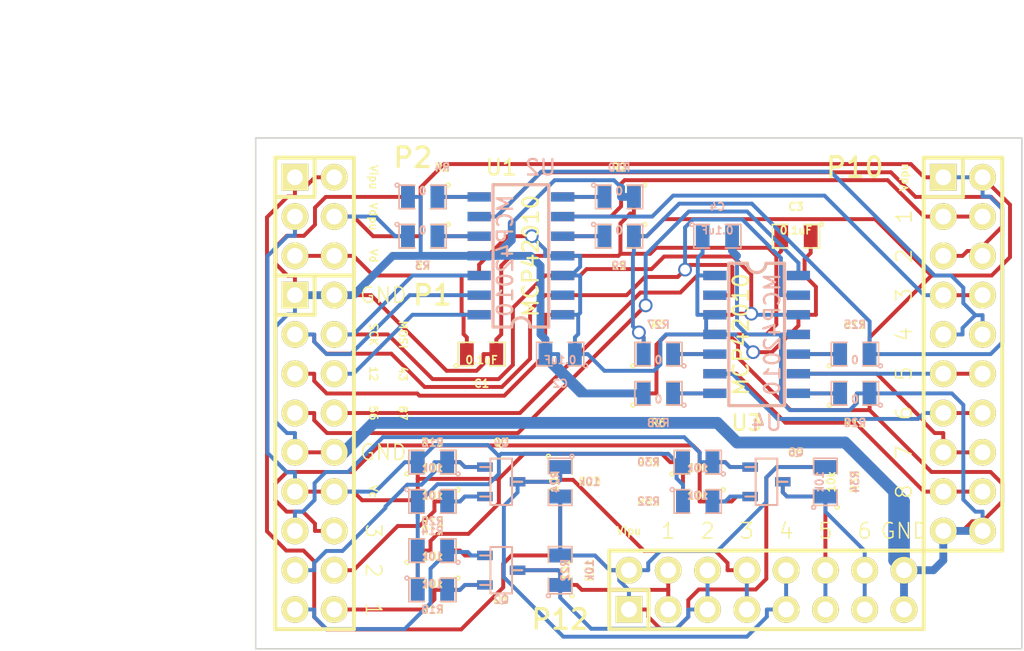
<source format=kicad_pcb>
(kicad_pcb (version 3) (host pcbnew "(2014-04-17 BZR 4805)-product")

  (general
    (links 153)
    (no_connects 0)
    (area 108.614287 53.665 176.069172 95.300001)
    (thickness 1.6)
    (drawings 40)
    (tracks 647)
    (zones 0)
    (modules 52)
    (nets 54)
  )

  (page A4)
  (layers
    (15 F.Cu mixed)
    (0 B.Cu mixed)
    (16 B.Adhes user)
    (17 F.Adhes user)
    (18 B.Paste user)
    (19 F.Paste user)
    (20 B.SilkS user)
    (21 F.SilkS user)
    (22 B.Mask user)
    (23 F.Mask user)
    (24 Dwgs.User user)
    (28 Edge.Cuts user)
  )

  (setup
    (last_trace_width 0.254)
    (trace_clearance 0.254)
    (zone_clearance 0.508)
    (zone_45_only no)
    (trace_min 0.254)
    (segment_width 0.2)
    (edge_width 0.1)
    (via_size 0.889)
    (via_drill 0.635)
    (via_min_size 0.889)
    (via_min_drill 0.508)
    (uvia_size 0.508)
    (uvia_drill 0.127)
    (uvias_allowed no)
    (uvia_min_size 0.508)
    (uvia_min_drill 0.127)
    (pcb_text_width 0.3)
    (pcb_text_size 1.5 1.5)
    (mod_edge_width 0.15)
    (mod_text_size 1 1)
    (mod_text_width 0.15)
    (pad_size 1.5 1.5)
    (pad_drill 0.6)
    (pad_to_mask_clearance 0)
    (aux_axis_origin 124.46 62.23)
    (visible_elements FFFFFF7F)
    (pcbplotparams
      (layerselection 301957121)
      (usegerberextensions true)
      (excludeedgelayer true)
      (linewidth 0.100000)
      (plotframeref false)
      (viasonmask false)
      (mode 1)
      (useauxorigin false)
      (hpglpennumber 1)
      (hpglpenspeed 20)
      (hpglpendiameter 15)
      (hpglpenoverlay 2)
      (psnegative false)
      (psa4output false)
      (plotreference true)
      (plotvalue true)
      (plotothertext true)
      (plotinvisibletext false)
      (padsonsilk false)
      (subtractmaskfromsilk false)
      (outputformat 1)
      (mirror false)
      (drillshape 0)
      (scaleselection 1)
      (outputdirectory gerber/))
  )

  (net 0 "")
  (net 1 /Vd)
  (net 2 GND)
  (net 3 /Vdpu)
  (net 4 /Vipu)
  (net 5 /SCK)
  (net 6 /MOSI)
  (net 7 /Vc)
  (net 8 /IN_1)
  (net 9 /IN_2)
  (net 10 /IN_3)
  (net 11 /IN_4)
  (net 12 /OUT1)
  (net 13 /OUT2)
  (net 14 /OUT3)
  (net 15 /OUT4)
  (net 16 /OUT5)
  (net 17 /OUT6)
  (net 18 /EIN_1)
  (net 19 /EIN_2)
  (net 20 /EIN_3)
  (net 21 /EIN_4)
  (net 22 "Net-(Q1-Pad1)")
  (net 23 "Net-(Q2-Pad1)")
  (net 24 "Net-(Q3-Pad1)")
  (net 25 "Net-(Q4-Pad1)")
  (net 26 "Net-(R1-Pad2)")
  (net 27 "Net-(R2-Pad2)")
  (net 28 "Net-(R3-Pad2)")
  (net 29 "Net-(R4-Pad2)")
  (net 30 "Net-(R5-Pad2)")
  (net 31 "Net-(R6-Pad2)")
  (net 32 "Net-(R7-Pad1)")
  (net 33 "Net-(R8-Pad1)")
  (net 34 "Net-(R9-Pad1)")
  (net 35 "Net-(R10-Pad1)")
  (net 36 "Net-(R11-Pad1)")
  (net 37 "Net-(R12-Pad1)")
  (net 38 /OUT7)
  (net 39 /OUT8)
  (net 40 /EIN_5)
  (net 41 "Net-(Q5-Pad1)")
  (net 42 /IN_5)
  (net 43 "Net-(Q6-Pad1)")
  (net 44 /IN_6)
  (net 45 "Net-(R25-Pad2)")
  (net 46 "Net-(R26-Pad2)")
  (net 47 "Net-(R27-Pad1)")
  (net 48 "Net-(R28-Pad1)")
  (net 49 /EIN_6)
  (net 50 /CS_12)
  (net 51 /CS_43)
  (net 52 /CS_56)
  (net 53 /CS_87)

  (net_class Default "This is the default net class."
    (clearance 0.254)
    (trace_width 0.254)
    (via_dia 0.889)
    (via_drill 0.635)
    (uvia_dia 0.508)
    (uvia_drill 0.127)
    (add_net /CS_12)
    (add_net /CS_43)
    (add_net /CS_56)
    (add_net /CS_87)
    (add_net /EIN_1)
    (add_net /EIN_2)
    (add_net /EIN_3)
    (add_net /EIN_4)
    (add_net /EIN_5)
    (add_net /EIN_6)
    (add_net /IN_1)
    (add_net /IN_2)
    (add_net /IN_3)
    (add_net /IN_4)
    (add_net /IN_5)
    (add_net /IN_6)
    (add_net /MOSI)
    (add_net /OUT1)
    (add_net /OUT2)
    (add_net /OUT3)
    (add_net /OUT4)
    (add_net /OUT5)
    (add_net /OUT6)
    (add_net /OUT7)
    (add_net /OUT8)
    (add_net /SCK)
    (add_net /Vc)
    (add_net /Vd)
    (add_net /Vdpu)
    (add_net /Vipu)
    (add_net "Net-(Q1-Pad1)")
    (add_net "Net-(Q2-Pad1)")
    (add_net "Net-(Q3-Pad1)")
    (add_net "Net-(Q4-Pad1)")
    (add_net "Net-(Q5-Pad1)")
    (add_net "Net-(Q6-Pad1)")
    (add_net "Net-(R1-Pad2)")
    (add_net "Net-(R10-Pad1)")
    (add_net "Net-(R11-Pad1)")
    (add_net "Net-(R12-Pad1)")
    (add_net "Net-(R2-Pad2)")
    (add_net "Net-(R25-Pad2)")
    (add_net "Net-(R26-Pad2)")
    (add_net "Net-(R27-Pad1)")
    (add_net "Net-(R28-Pad1)")
    (add_net "Net-(R3-Pad2)")
    (add_net "Net-(R4-Pad2)")
    (add_net "Net-(R5-Pad2)")
    (add_net "Net-(R6-Pad2)")
    (add_net "Net-(R7-Pad1)")
    (add_net "Net-(R8-Pad1)")
    (add_net "Net-(R9-Pad1)")
  )

  (net_class Power ""
    (clearance 0.254)
    (trace_width 0.508)
    (via_dia 0.889)
    (via_drill 0.635)
    (uvia_dia 0.508)
    (uvia_drill 0.127)
    (add_net GND)
  )

  (module SMD_Packages:SM0805 (layer F.Cu) (tedit 5352F23B) (tstamp 535213D4)
    (at 139.065 76.2)
    (path /5351DBB7)
    (attr smd)
    (fp_text reference C1 (at 0 1.905) (layer F.SilkS)
      (effects (font (size 0.50038 0.50038) (thickness 0.10922)))
    )
    (fp_text value 0.1uF (at 0 0.381) (layer F.SilkS)
      (effects (font (size 0.50038 0.50038) (thickness 0.10922)))
    )
    (fp_circle (center -1.651 0.762) (end -1.651 0.635) (layer F.SilkS) (width 0.09906))
    (fp_line (start -0.508 0.762) (end -1.524 0.762) (layer F.SilkS) (width 0.09906))
    (fp_line (start -1.524 0.762) (end -1.524 -0.762) (layer F.SilkS) (width 0.09906))
    (fp_line (start -1.524 -0.762) (end -0.508 -0.762) (layer F.SilkS) (width 0.09906))
    (fp_line (start 0.508 -0.762) (end 1.524 -0.762) (layer F.SilkS) (width 0.09906))
    (fp_line (start 1.524 -0.762) (end 1.524 0.762) (layer F.SilkS) (width 0.09906))
    (fp_line (start 1.524 0.762) (end 0.508 0.762) (layer F.SilkS) (width 0.09906))
    (pad 1 smd rect (at -0.9525 0) (size 0.889 1.397) (layers F.Cu F.Paste F.Mask)
      (net 1 /Vd))
    (pad 2 smd rect (at 0.9525 0) (size 0.889 1.397) (layers F.Cu F.Paste F.Mask)
      (net 2 GND))
    (model smd/chip_cms.wrl
      (at (xyz 0 0 0))
      (scale (xyz 0.1 0.1 0.1))
      (rotate (xyz 0 0 0))
    )
  )

  (module SMD_Packages:SM0805 (layer B.Cu) (tedit 5352F239) (tstamp 535213E1)
    (at 144.145 76.2 180)
    (path /53525540)
    (attr smd)
    (fp_text reference C2 (at 0 -1.905 180) (layer B.SilkS)
      (effects (font (size 0.50038 0.50038) (thickness 0.10922)) (justify mirror))
    )
    (fp_text value 0.1uF (at 0 -0.381 180) (layer B.SilkS)
      (effects (font (size 0.50038 0.50038) (thickness 0.10922)) (justify mirror))
    )
    (fp_circle (center -1.651 -0.762) (end -1.651 -0.635) (layer B.SilkS) (width 0.09906))
    (fp_line (start -0.508 -0.762) (end -1.524 -0.762) (layer B.SilkS) (width 0.09906))
    (fp_line (start -1.524 -0.762) (end -1.524 0.762) (layer B.SilkS) (width 0.09906))
    (fp_line (start -1.524 0.762) (end -0.508 0.762) (layer B.SilkS) (width 0.09906))
    (fp_line (start 0.508 0.762) (end 1.524 0.762) (layer B.SilkS) (width 0.09906))
    (fp_line (start 1.524 0.762) (end 1.524 -0.762) (layer B.SilkS) (width 0.09906))
    (fp_line (start 1.524 -0.762) (end 0.508 -0.762) (layer B.SilkS) (width 0.09906))
    (pad 1 smd rect (at -0.9525 0 180) (size 0.889 1.397) (layers B.Cu B.Paste B.Mask)
      (net 1 /Vd))
    (pad 2 smd rect (at 0.9525 0 180) (size 0.889 1.397) (layers B.Cu B.Paste B.Mask)
      (net 2 GND))
    (model smd/chip_cms.wrl
      (at (xyz 0 0 0))
      (scale (xyz 0.1 0.1 0.1))
      (rotate (xyz 0 0 0))
    )
  )

  (module SMD_Packages:SM0805 (layer F.Cu) (tedit 5352F226) (tstamp 535213EE)
    (at 159.385 68.58 180)
    (path /5352554B)
    (attr smd)
    (fp_text reference C3 (at 0 1.905 180) (layer F.SilkS)
      (effects (font (size 0.50038 0.50038) (thickness 0.10922)))
    )
    (fp_text value 0.1uF (at 0 0.381 180) (layer F.SilkS)
      (effects (font (size 0.50038 0.50038) (thickness 0.10922)))
    )
    (fp_circle (center -1.651 0.762) (end -1.651 0.635) (layer F.SilkS) (width 0.09906))
    (fp_line (start -0.508 0.762) (end -1.524 0.762) (layer F.SilkS) (width 0.09906))
    (fp_line (start -1.524 0.762) (end -1.524 -0.762) (layer F.SilkS) (width 0.09906))
    (fp_line (start -1.524 -0.762) (end -0.508 -0.762) (layer F.SilkS) (width 0.09906))
    (fp_line (start 0.508 -0.762) (end 1.524 -0.762) (layer F.SilkS) (width 0.09906))
    (fp_line (start 1.524 -0.762) (end 1.524 0.762) (layer F.SilkS) (width 0.09906))
    (fp_line (start 1.524 0.762) (end 0.508 0.762) (layer F.SilkS) (width 0.09906))
    (pad 1 smd rect (at -0.9525 0 180) (size 0.889 1.397) (layers F.Cu)
      (net 1 /Vd))
    (pad 2 smd rect (at 0.9525 0 180) (size 0.889 1.397) (layers F.Cu)
      (net 2 GND))
    (model smd/chip_cms.wrl
      (at (xyz 0 0 0))
      (scale (xyz 0.1 0.1 0.1))
      (rotate (xyz 0 0 0))
    )
  )

  (module Pin_Headers:Pin_Header_Straight_2x03 (layer F.Cu) (tedit 53530FF4) (tstamp 53521400)
    (at 128.27 67.31 270)
    (descr "1 pin")
    (tags "CONN DEV")
    (path /535248BF)
    (fp_text reference P1 (at 5.08 -7.62 360) (layer F.SilkS)
      (effects (font (size 1.27 1.27) (thickness 0.2032)))
    )
    (fp_text value CONN_3X2 (at 0 0 270) (layer F.SilkS) hide
      (effects (font (size 1.27 1.27) (thickness 0.2032)))
    )
    (fp_line (start -3.81 0) (end -1.27 0) (layer F.SilkS) (width 0.254))
    (fp_line (start -1.27 0) (end -1.27 2.54) (layer F.SilkS) (width 0.254))
    (fp_line (start -3.81 2.54) (end 3.81 2.54) (layer F.SilkS) (width 0.254))
    (fp_line (start 3.81 2.54) (end 3.81 -2.54) (layer F.SilkS) (width 0.254))
    (fp_line (start 3.81 -2.54) (end -1.27 -2.54) (layer F.SilkS) (width 0.254))
    (fp_line (start -3.81 2.54) (end -3.81 0) (layer F.SilkS) (width 0.254))
    (fp_line (start -3.81 -2.54) (end -3.81 0) (layer F.SilkS) (width 0.254))
    (fp_line (start -1.27 -2.54) (end -3.81 -2.54) (layer F.SilkS) (width 0.254))
    (pad 1 thru_hole rect (at -2.54 1.27 270) (size 1.7272 1.7272) (drill 1.016) (layers *.Cu *.Mask F.SilkS)
      (net 4 /Vipu))
    (pad 2 thru_hole oval (at -2.54 -1.27 270) (size 1.7272 1.7272) (drill 1.016) (layers *.Cu *.Mask F.SilkS)
      (net 4 /Vipu))
    (pad 3 thru_hole oval (at 0 1.27 270) (size 1.7272 1.7272) (drill 1.016) (layers *.Cu *.Mask F.SilkS)
      (net 7 /Vc))
    (pad 4 thru_hole oval (at 0 -1.27 270) (size 1.7272 1.7272) (drill 1.016) (layers *.Cu *.Mask F.SilkS)
      (net 3 /Vdpu))
    (pad 5 thru_hole oval (at 2.54 1.27 270) (size 1.7272 1.7272) (drill 1.016) (layers *.Cu *.Mask F.SilkS)
      (net 1 /Vd))
    (pad 6 thru_hole oval (at 2.54 -1.27 270) (size 1.7272 1.7272) (drill 1.016) (layers *.Cu *.Mask F.SilkS)
      (net 1 /Vd))
    (model Pin_Headers/Pin_Header_Straight_2x03.wrl
      (at (xyz 0 0 0))
      (scale (xyz 1 1 1))
      (rotate (xyz 0 0 0))
    )
  )

  (module Transistors_SMD:sot23 (layer F.Cu) (tedit 5352F18B) (tstamp 535214A4)
    (at 140.335 90.17 270)
    (descr SOT23)
    (path /5351D41F)
    (attr smd)
    (fp_text reference Q1 (at 1.905 0 360) (layer F.SilkS)
      (effects (font (size 0.50038 0.50038) (thickness 0.09906)))
    )
    (fp_text value 2N7002 (at 0 0.09906 270) (layer F.SilkS) hide
      (effects (font (size 0.50038 0.50038) (thickness 0.09906)))
    )
    (fp_line (start 0.9525 0.6985) (end 0.9525 1.3589) (layer F.SilkS) (width 0.127))
    (fp_line (start -0.9525 0.6985) (end -0.9525 1.3589) (layer F.SilkS) (width 0.127))
    (fp_line (start 0 -0.6985) (end 0 -1.3589) (layer F.SilkS) (width 0.127))
    (fp_line (start -1.4986 -0.6985) (end 1.4986 -0.6985) (layer F.SilkS) (width 0.127))
    (fp_line (start 1.4986 -0.6985) (end 1.4986 0.6985) (layer F.SilkS) (width 0.127))
    (fp_line (start 1.4986 0.6985) (end -1.4986 0.6985) (layer F.SilkS) (width 0.127))
    (fp_line (start -1.4986 0.6985) (end -1.4986 -0.6985) (layer F.SilkS) (width 0.127))
    (pad 1 smd rect (at -0.9525 1.05664 270) (size 0.59944 1.00076) (layers F.Cu F.Paste F.Mask)
      (net 22 "Net-(Q1-Pad1)"))
    (pad 2 smd rect (at 0 -1.05664 270) (size 0.59944 1.00076) (layers F.Cu F.Paste F.Mask)
      (net 18 /EIN_1))
    (pad 3 smd rect (at 0.9525 1.05664 270) (size 0.59944 1.00076) (layers F.Cu F.Paste F.Mask)
      (net 8 /IN_1))
    (model smd/smd_transistors/sot23.wrl
      (at (xyz 0 0 0))
      (scale (xyz 1 1 1))
      (rotate (xyz 0 0 0))
    )
  )

  (module Transistors_SMD:sot23 (layer B.Cu) (tedit 5352F18F) (tstamp 535214B2)
    (at 140.335 90.17 90)
    (descr SOT23)
    (path /5351D5DB)
    (attr smd)
    (fp_text reference Q2 (at -1.905 0 180) (layer B.SilkS)
      (effects (font (size 0.50038 0.50038) (thickness 0.09906)) (justify mirror))
    )
    (fp_text value 2N7002 (at 0 -0.09906 90) (layer B.SilkS) hide
      (effects (font (size 0.50038 0.50038) (thickness 0.09906)) (justify mirror))
    )
    (fp_line (start 0.9525 -0.6985) (end 0.9525 -1.3589) (layer B.SilkS) (width 0.127))
    (fp_line (start -0.9525 -0.6985) (end -0.9525 -1.3589) (layer B.SilkS) (width 0.127))
    (fp_line (start 0 0.6985) (end 0 1.3589) (layer B.SilkS) (width 0.127))
    (fp_line (start -1.4986 0.6985) (end 1.4986 0.6985) (layer B.SilkS) (width 0.127))
    (fp_line (start 1.4986 0.6985) (end 1.4986 -0.6985) (layer B.SilkS) (width 0.127))
    (fp_line (start 1.4986 -0.6985) (end -1.4986 -0.6985) (layer B.SilkS) (width 0.127))
    (fp_line (start -1.4986 -0.6985) (end -1.4986 0.6985) (layer B.SilkS) (width 0.127))
    (pad 1 smd rect (at -0.9525 -1.05664 90) (size 0.59944 1.00076) (layers B.Cu B.Paste B.Mask)
      (net 23 "Net-(Q2-Pad1)"))
    (pad 2 smd rect (at 0 1.05664 90) (size 0.59944 1.00076) (layers B.Cu B.Paste B.Mask)
      (net 19 /EIN_2))
    (pad 3 smd rect (at 0.9525 -1.05664 90) (size 0.59944 1.00076) (layers B.Cu B.Paste B.Mask)
      (net 9 /IN_2))
    (model smd/smd_transistors/sot23.wrl
      (at (xyz 0 0 0))
      (scale (xyz 1 1 1))
      (rotate (xyz 0 0 0))
    )
  )

  (module Transistors_SMD:sot23 (layer F.Cu) (tedit 5352F274) (tstamp 535214C0)
    (at 140.335 84.455 270)
    (descr SOT23)
    (path /5351D60F)
    (attr smd)
    (fp_text reference Q3 (at -2.54 0 360) (layer F.SilkS)
      (effects (font (size 0.50038 0.50038) (thickness 0.09906)))
    )
    (fp_text value 2N7002 (at 0 0.09906 270) (layer F.SilkS) hide
      (effects (font (size 0.50038 0.50038) (thickness 0.09906)))
    )
    (fp_line (start 0.9525 0.6985) (end 0.9525 1.3589) (layer F.SilkS) (width 0.127))
    (fp_line (start -0.9525 0.6985) (end -0.9525 1.3589) (layer F.SilkS) (width 0.127))
    (fp_line (start 0 -0.6985) (end 0 -1.3589) (layer F.SilkS) (width 0.127))
    (fp_line (start -1.4986 -0.6985) (end 1.4986 -0.6985) (layer F.SilkS) (width 0.127))
    (fp_line (start 1.4986 -0.6985) (end 1.4986 0.6985) (layer F.SilkS) (width 0.127))
    (fp_line (start 1.4986 0.6985) (end -1.4986 0.6985) (layer F.SilkS) (width 0.127))
    (fp_line (start -1.4986 0.6985) (end -1.4986 -0.6985) (layer F.SilkS) (width 0.127))
    (pad 1 smd rect (at -0.9525 1.05664 270) (size 0.59944 1.00076) (layers F.Cu)
      (net 24 "Net-(Q3-Pad1)"))
    (pad 2 smd rect (at 0 -1.05664 270) (size 0.59944 1.00076) (layers F.Cu)
      (net 20 /EIN_3))
    (pad 3 smd rect (at 0.9525 1.05664 270) (size 0.59944 1.00076) (layers F.Cu)
      (net 10 /IN_3))
    (model smd/smd_transistors/sot23.wrl
      (at (xyz 0 0 0))
      (scale (xyz 1 1 1))
      (rotate (xyz 0 0 0))
    )
  )

  (module Transistors_SMD:sot23 (layer B.Cu) (tedit 5352F276) (tstamp 535214CE)
    (at 140.335 84.455 90)
    (descr SOT23)
    (path /5351D643)
    (attr smd)
    (fp_text reference Q4 (at 2.54 0 180) (layer B.SilkS)
      (effects (font (size 0.50038 0.50038) (thickness 0.09906)) (justify mirror))
    )
    (fp_text value 2N7002 (at 0 -0.09906 90) (layer B.SilkS) hide
      (effects (font (size 0.50038 0.50038) (thickness 0.09906)) (justify mirror))
    )
    (fp_line (start 0.9525 -0.6985) (end 0.9525 -1.3589) (layer B.SilkS) (width 0.127))
    (fp_line (start -0.9525 -0.6985) (end -0.9525 -1.3589) (layer B.SilkS) (width 0.127))
    (fp_line (start 0 0.6985) (end 0 1.3589) (layer B.SilkS) (width 0.127))
    (fp_line (start -1.4986 0.6985) (end 1.4986 0.6985) (layer B.SilkS) (width 0.127))
    (fp_line (start 1.4986 0.6985) (end 1.4986 -0.6985) (layer B.SilkS) (width 0.127))
    (fp_line (start 1.4986 -0.6985) (end -1.4986 -0.6985) (layer B.SilkS) (width 0.127))
    (fp_line (start -1.4986 -0.6985) (end -1.4986 0.6985) (layer B.SilkS) (width 0.127))
    (pad 1 smd rect (at -0.9525 -1.05664 90) (size 0.59944 1.00076) (layers B.Cu)
      (net 25 "Net-(Q4-Pad1)"))
    (pad 2 smd rect (at 0 1.05664 90) (size 0.59944 1.00076) (layers B.Cu)
      (net 21 /EIN_4))
    (pad 3 smd rect (at 0.9525 -1.05664 90) (size 0.59944 1.00076) (layers B.Cu)
      (net 11 /IN_4))
    (model smd/smd_transistors/sot23.wrl
      (at (xyz 0 0 0))
      (scale (xyz 1 1 1))
      (rotate (xyz 0 0 0))
    )
  )

  (module SMD_Packages:SM0805 (layer F.Cu) (tedit 5352F21C) (tstamp 535214DB)
    (at 147.955 68.58 180)
    (path /53525508)
    (attr smd)
    (fp_text reference R1 (at 0 -1.905 180) (layer F.SilkS)
      (effects (font (size 0.50038 0.50038) (thickness 0.10922)))
    )
    (fp_text value 0 (at 0 0.381 180) (layer F.SilkS)
      (effects (font (size 0.50038 0.50038) (thickness 0.10922)))
    )
    (fp_circle (center -1.651 0.762) (end -1.651 0.635) (layer F.SilkS) (width 0.09906))
    (fp_line (start -0.508 0.762) (end -1.524 0.762) (layer F.SilkS) (width 0.09906))
    (fp_line (start -1.524 0.762) (end -1.524 -0.762) (layer F.SilkS) (width 0.09906))
    (fp_line (start -1.524 -0.762) (end -0.508 -0.762) (layer F.SilkS) (width 0.09906))
    (fp_line (start 0.508 -0.762) (end 1.524 -0.762) (layer F.SilkS) (width 0.09906))
    (fp_line (start 1.524 -0.762) (end 1.524 0.762) (layer F.SilkS) (width 0.09906))
    (fp_line (start 1.524 0.762) (end 0.508 0.762) (layer F.SilkS) (width 0.09906))
    (pad 1 smd rect (at -0.9525 0 180) (size 0.889 1.397) (layers F.Cu)
      (net 3 /Vdpu))
    (pad 2 smd rect (at 0.9525 0 180) (size 0.889 1.397) (layers F.Cu)
      (net 26 "Net-(R1-Pad2)"))
    (model smd/chip_cms.wrl
      (at (xyz 0 0 0))
      (scale (xyz 0.1 0.1 0.1))
      (rotate (xyz 0 0 0))
    )
  )

  (module SMD_Packages:SM0805 (layer F.Cu) (tedit 5352F217) (tstamp 535214E8)
    (at 147.955 66.04 180)
    (path /535259D3)
    (attr smd)
    (fp_text reference R2 (at 0 1.905 180) (layer F.SilkS)
      (effects (font (size 0.50038 0.50038) (thickness 0.10922)))
    )
    (fp_text value 0 (at 0 0.381 180) (layer F.SilkS)
      (effects (font (size 0.50038 0.50038) (thickness 0.10922)))
    )
    (fp_circle (center -1.651 0.762) (end -1.651 0.635) (layer F.SilkS) (width 0.09906))
    (fp_line (start -0.508 0.762) (end -1.524 0.762) (layer F.SilkS) (width 0.09906))
    (fp_line (start -1.524 0.762) (end -1.524 -0.762) (layer F.SilkS) (width 0.09906))
    (fp_line (start -1.524 -0.762) (end -0.508 -0.762) (layer F.SilkS) (width 0.09906))
    (fp_line (start 0.508 -0.762) (end 1.524 -0.762) (layer F.SilkS) (width 0.09906))
    (fp_line (start 1.524 -0.762) (end 1.524 0.762) (layer F.SilkS) (width 0.09906))
    (fp_line (start 1.524 0.762) (end 0.508 0.762) (layer F.SilkS) (width 0.09906))
    (pad 1 smd rect (at -0.9525 0 180) (size 0.889 1.397) (layers F.Cu)
      (net 2 GND))
    (pad 2 smd rect (at 0.9525 0 180) (size 0.889 1.397) (layers F.Cu)
      (net 27 "Net-(R2-Pad2)"))
    (model smd/chip_cms.wrl
      (at (xyz 0 0 0))
      (scale (xyz 0.1 0.1 0.1))
      (rotate (xyz 0 0 0))
    )
  )

  (module SMD_Packages:SM0805 (layer B.Cu) (tedit 5352F213) (tstamp 535214F5)
    (at 135.255 68.58)
    (path /535259F4)
    (attr smd)
    (fp_text reference R3 (at 0 1.905) (layer B.SilkS)
      (effects (font (size 0.50038 0.50038) (thickness 0.10922)) (justify mirror))
    )
    (fp_text value 0 (at 0 -0.381) (layer B.SilkS)
      (effects (font (size 0.50038 0.50038) (thickness 0.10922)) (justify mirror))
    )
    (fp_circle (center -1.651 -0.762) (end -1.651 -0.635) (layer B.SilkS) (width 0.09906))
    (fp_line (start -0.508 -0.762) (end -1.524 -0.762) (layer B.SilkS) (width 0.09906))
    (fp_line (start -1.524 -0.762) (end -1.524 0.762) (layer B.SilkS) (width 0.09906))
    (fp_line (start -1.524 0.762) (end -0.508 0.762) (layer B.SilkS) (width 0.09906))
    (fp_line (start 0.508 0.762) (end 1.524 0.762) (layer B.SilkS) (width 0.09906))
    (fp_line (start 1.524 0.762) (end 1.524 -0.762) (layer B.SilkS) (width 0.09906))
    (fp_line (start 1.524 -0.762) (end 0.508 -0.762) (layer B.SilkS) (width 0.09906))
    (pad 1 smd rect (at -0.9525 0) (size 0.889 1.397) (layers B.Cu B.Paste B.Mask)
      (net 3 /Vdpu))
    (pad 2 smd rect (at 0.9525 0) (size 0.889 1.397) (layers B.Cu B.Paste B.Mask)
      (net 28 "Net-(R3-Pad2)"))
    (model smd/chip_cms.wrl
      (at (xyz 0 0 0))
      (scale (xyz 0.1 0.1 0.1))
      (rotate (xyz 0 0 0))
    )
  )

  (module SMD_Packages:SM0805 (layer B.Cu) (tedit 5353102C) (tstamp 53521502)
    (at 135.255 66.04)
    (path /535259FF)
    (attr smd)
    (fp_text reference R4 (at 1.27 -1.905) (layer B.SilkS)
      (effects (font (size 0.50038 0.50038) (thickness 0.10922)) (justify mirror))
    )
    (fp_text value 0 (at 0 -0.381) (layer B.SilkS)
      (effects (font (size 0.50038 0.50038) (thickness 0.10922)) (justify mirror))
    )
    (fp_circle (center -1.651 -0.762) (end -1.651 -0.635) (layer B.SilkS) (width 0.09906))
    (fp_line (start -0.508 -0.762) (end -1.524 -0.762) (layer B.SilkS) (width 0.09906))
    (fp_line (start -1.524 -0.762) (end -1.524 0.762) (layer B.SilkS) (width 0.09906))
    (fp_line (start -1.524 0.762) (end -0.508 0.762) (layer B.SilkS) (width 0.09906))
    (fp_line (start 0.508 0.762) (end 1.524 0.762) (layer B.SilkS) (width 0.09906))
    (fp_line (start 1.524 0.762) (end 1.524 -0.762) (layer B.SilkS) (width 0.09906))
    (fp_line (start 1.524 -0.762) (end 0.508 -0.762) (layer B.SilkS) (width 0.09906))
    (pad 1 smd rect (at -0.9525 0) (size 0.889 1.397) (layers B.Cu B.Paste B.Mask)
      (net 2 GND))
    (pad 2 smd rect (at 0.9525 0) (size 0.889 1.397) (layers B.Cu B.Paste B.Mask)
      (net 29 "Net-(R4-Pad2)"))
    (model smd/chip_cms.wrl
      (at (xyz 0 0 0))
      (scale (xyz 0.1 0.1 0.1))
      (rotate (xyz 0 0 0))
    )
  )

  (module SMD_Packages:SM0805 (layer F.Cu) (tedit 5352F22E) (tstamp 5352150F)
    (at 150.495 76.2)
    (path /53525A20)
    (attr smd)
    (fp_text reference R5 (at 0 -1.905) (layer F.SilkS)
      (effects (font (size 0.50038 0.50038) (thickness 0.10922)))
    )
    (fp_text value 0 (at 0 0.381) (layer F.SilkS)
      (effects (font (size 0.50038 0.50038) (thickness 0.10922)))
    )
    (fp_circle (center -1.651 0.762) (end -1.651 0.635) (layer F.SilkS) (width 0.09906))
    (fp_line (start -0.508 0.762) (end -1.524 0.762) (layer F.SilkS) (width 0.09906))
    (fp_line (start -1.524 0.762) (end -1.524 -0.762) (layer F.SilkS) (width 0.09906))
    (fp_line (start -1.524 -0.762) (end -0.508 -0.762) (layer F.SilkS) (width 0.09906))
    (fp_line (start 0.508 -0.762) (end 1.524 -0.762) (layer F.SilkS) (width 0.09906))
    (fp_line (start 1.524 -0.762) (end 1.524 0.762) (layer F.SilkS) (width 0.09906))
    (fp_line (start 1.524 0.762) (end 0.508 0.762) (layer F.SilkS) (width 0.09906))
    (pad 1 smd rect (at -0.9525 0) (size 0.889 1.397) (layers F.Cu F.Paste F.Mask)
      (net 3 /Vdpu))
    (pad 2 smd rect (at 0.9525 0) (size 0.889 1.397) (layers F.Cu F.Paste F.Mask)
      (net 30 "Net-(R5-Pad2)"))
    (model smd/chip_cms.wrl
      (at (xyz 0 0 0))
      (scale (xyz 0.1 0.1 0.1))
      (rotate (xyz 0 0 0))
    )
  )

  (module SMD_Packages:SM0805 (layer F.Cu) (tedit 5352F22B) (tstamp 5352151C)
    (at 150.495 78.74)
    (path /53525A2B)
    (attr smd)
    (fp_text reference R6 (at 0 1.905) (layer F.SilkS)
      (effects (font (size 0.50038 0.50038) (thickness 0.10922)))
    )
    (fp_text value 0 (at 0 0.381) (layer F.SilkS)
      (effects (font (size 0.50038 0.50038) (thickness 0.10922)))
    )
    (fp_circle (center -1.651 0.762) (end -1.651 0.635) (layer F.SilkS) (width 0.09906))
    (fp_line (start -0.508 0.762) (end -1.524 0.762) (layer F.SilkS) (width 0.09906))
    (fp_line (start -1.524 0.762) (end -1.524 -0.762) (layer F.SilkS) (width 0.09906))
    (fp_line (start -1.524 -0.762) (end -0.508 -0.762) (layer F.SilkS) (width 0.09906))
    (fp_line (start 0.508 -0.762) (end 1.524 -0.762) (layer F.SilkS) (width 0.09906))
    (fp_line (start 1.524 -0.762) (end 1.524 0.762) (layer F.SilkS) (width 0.09906))
    (fp_line (start 1.524 0.762) (end 0.508 0.762) (layer F.SilkS) (width 0.09906))
    (pad 1 smd rect (at -0.9525 0) (size 0.889 1.397) (layers F.Cu F.Paste F.Mask)
      (net 2 GND))
    (pad 2 smd rect (at 0.9525 0) (size 0.889 1.397) (layers F.Cu F.Paste F.Mask)
      (net 31 "Net-(R6-Pad2)"))
    (model smd/chip_cms.wrl
      (at (xyz 0 0 0))
      (scale (xyz 0.1 0.1 0.1))
      (rotate (xyz 0 0 0))
    )
  )

  (module SMD_Packages:SM0805 (layer F.Cu) (tedit 5352F214) (tstamp 53521529)
    (at 135.255 68.58 180)
    (path /535259E9)
    (attr smd)
    (fp_text reference R7 (at 0 -1.905 180) (layer F.SilkS)
      (effects (font (size 0.50038 0.50038) (thickness 0.10922)))
    )
    (fp_text value 0 (at 0 0.381 180) (layer F.SilkS)
      (effects (font (size 0.50038 0.50038) (thickness 0.10922)))
    )
    (fp_circle (center -1.651 0.762) (end -1.651 0.635) (layer F.SilkS) (width 0.09906))
    (fp_line (start -0.508 0.762) (end -1.524 0.762) (layer F.SilkS) (width 0.09906))
    (fp_line (start -1.524 0.762) (end -1.524 -0.762) (layer F.SilkS) (width 0.09906))
    (fp_line (start -1.524 -0.762) (end -0.508 -0.762) (layer F.SilkS) (width 0.09906))
    (fp_line (start 0.508 -0.762) (end 1.524 -0.762) (layer F.SilkS) (width 0.09906))
    (fp_line (start 1.524 -0.762) (end 1.524 0.762) (layer F.SilkS) (width 0.09906))
    (fp_line (start 1.524 0.762) (end 0.508 0.762) (layer F.SilkS) (width 0.09906))
    (pad 1 smd rect (at -0.9525 0 180) (size 0.889 1.397) (layers F.Cu)
      (net 32 "Net-(R7-Pad1)"))
    (pad 2 smd rect (at 0.9525 0 180) (size 0.889 1.397) (layers F.Cu)
      (net 3 /Vdpu))
    (model smd/chip_cms.wrl
      (at (xyz 0 0 0))
      (scale (xyz 0.1 0.1 0.1))
      (rotate (xyz 0 0 0))
    )
  )

  (module SMD_Packages:SM0805 (layer F.Cu) (tedit 5353102B) (tstamp 53521536)
    (at 135.255 66.04 180)
    (path /535259DE)
    (attr smd)
    (fp_text reference R8 (at -1.27 1.905 180) (layer F.SilkS)
      (effects (font (size 0.50038 0.50038) (thickness 0.10922)))
    )
    (fp_text value 0 (at 0 0.381 180) (layer F.SilkS)
      (effects (font (size 0.50038 0.50038) (thickness 0.10922)))
    )
    (fp_circle (center -1.651 0.762) (end -1.651 0.635) (layer F.SilkS) (width 0.09906))
    (fp_line (start -0.508 0.762) (end -1.524 0.762) (layer F.SilkS) (width 0.09906))
    (fp_line (start -1.524 0.762) (end -1.524 -0.762) (layer F.SilkS) (width 0.09906))
    (fp_line (start -1.524 -0.762) (end -0.508 -0.762) (layer F.SilkS) (width 0.09906))
    (fp_line (start 0.508 -0.762) (end 1.524 -0.762) (layer F.SilkS) (width 0.09906))
    (fp_line (start 1.524 -0.762) (end 1.524 0.762) (layer F.SilkS) (width 0.09906))
    (fp_line (start 1.524 0.762) (end 0.508 0.762) (layer F.SilkS) (width 0.09906))
    (pad 1 smd rect (at -0.9525 0 180) (size 0.889 1.397) (layers F.Cu)
      (net 33 "Net-(R8-Pad1)"))
    (pad 2 smd rect (at 0.9525 0 180) (size 0.889 1.397) (layers F.Cu)
      (net 2 GND))
    (model smd/chip_cms.wrl
      (at (xyz 0 0 0))
      (scale (xyz 0.1 0.1 0.1))
      (rotate (xyz 0 0 0))
    )
  )

  (module SMD_Packages:SM0805 (layer B.Cu) (tedit 5352F21F) (tstamp 53521543)
    (at 147.955 68.58)
    (path /53525A0A)
    (attr smd)
    (fp_text reference R9 (at 0 1.905) (layer B.SilkS)
      (effects (font (size 0.50038 0.50038) (thickness 0.10922)) (justify mirror))
    )
    (fp_text value 0 (at 0 -0.381) (layer B.SilkS)
      (effects (font (size 0.50038 0.50038) (thickness 0.10922)) (justify mirror))
    )
    (fp_circle (center -1.651 -0.762) (end -1.651 -0.635) (layer B.SilkS) (width 0.09906))
    (fp_line (start -0.508 -0.762) (end -1.524 -0.762) (layer B.SilkS) (width 0.09906))
    (fp_line (start -1.524 -0.762) (end -1.524 0.762) (layer B.SilkS) (width 0.09906))
    (fp_line (start -1.524 0.762) (end -0.508 0.762) (layer B.SilkS) (width 0.09906))
    (fp_line (start 0.508 0.762) (end 1.524 0.762) (layer B.SilkS) (width 0.09906))
    (fp_line (start 1.524 0.762) (end 1.524 -0.762) (layer B.SilkS) (width 0.09906))
    (fp_line (start 1.524 -0.762) (end 0.508 -0.762) (layer B.SilkS) (width 0.09906))
    (pad 1 smd rect (at -0.9525 0) (size 0.889 1.397) (layers B.Cu B.Paste B.Mask)
      (net 34 "Net-(R9-Pad1)"))
    (pad 2 smd rect (at 0.9525 0) (size 0.889 1.397) (layers B.Cu B.Paste B.Mask)
      (net 3 /Vdpu))
    (model smd/chip_cms.wrl
      (at (xyz 0 0 0))
      (scale (xyz 0.1 0.1 0.1))
      (rotate (xyz 0 0 0))
    )
  )

  (module SMD_Packages:SM0805 (layer B.Cu) (tedit 5352F21A) (tstamp 53521550)
    (at 147.955 66.04)
    (path /53525A15)
    (attr smd)
    (fp_text reference R10 (at 0 -1.905) (layer B.SilkS)
      (effects (font (size 0.50038 0.50038) (thickness 0.10922)) (justify mirror))
    )
    (fp_text value 0 (at 0 -0.381) (layer B.SilkS)
      (effects (font (size 0.50038 0.50038) (thickness 0.10922)) (justify mirror))
    )
    (fp_circle (center -1.651 -0.762) (end -1.651 -0.635) (layer B.SilkS) (width 0.09906))
    (fp_line (start -0.508 -0.762) (end -1.524 -0.762) (layer B.SilkS) (width 0.09906))
    (fp_line (start -1.524 -0.762) (end -1.524 0.762) (layer B.SilkS) (width 0.09906))
    (fp_line (start -1.524 0.762) (end -0.508 0.762) (layer B.SilkS) (width 0.09906))
    (fp_line (start 0.508 0.762) (end 1.524 0.762) (layer B.SilkS) (width 0.09906))
    (fp_line (start 1.524 0.762) (end 1.524 -0.762) (layer B.SilkS) (width 0.09906))
    (fp_line (start 1.524 -0.762) (end 0.508 -0.762) (layer B.SilkS) (width 0.09906))
    (pad 1 smd rect (at -0.9525 0) (size 0.889 1.397) (layers B.Cu B.Paste B.Mask)
      (net 35 "Net-(R10-Pad1)"))
    (pad 2 smd rect (at 0.9525 0) (size 0.889 1.397) (layers B.Cu B.Paste B.Mask)
      (net 2 GND))
    (model smd/chip_cms.wrl
      (at (xyz 0 0 0))
      (scale (xyz 0.1 0.1 0.1))
      (rotate (xyz 0 0 0))
    )
  )

  (module SMD_Packages:SM0805 (layer F.Cu) (tedit 5352F1F1) (tstamp 5352155D)
    (at 163.195 76.2)
    (path /53525A41)
    (attr smd)
    (fp_text reference R11 (at 0 -1.905) (layer F.SilkS)
      (effects (font (size 0.50038 0.50038) (thickness 0.10922)))
    )
    (fp_text value 0 (at 0 0.381) (layer F.SilkS)
      (effects (font (size 0.50038 0.50038) (thickness 0.10922)))
    )
    (fp_circle (center -1.651 0.762) (end -1.651 0.635) (layer F.SilkS) (width 0.09906))
    (fp_line (start -0.508 0.762) (end -1.524 0.762) (layer F.SilkS) (width 0.09906))
    (fp_line (start -1.524 0.762) (end -1.524 -0.762) (layer F.SilkS) (width 0.09906))
    (fp_line (start -1.524 -0.762) (end -0.508 -0.762) (layer F.SilkS) (width 0.09906))
    (fp_line (start 0.508 -0.762) (end 1.524 -0.762) (layer F.SilkS) (width 0.09906))
    (fp_line (start 1.524 -0.762) (end 1.524 0.762) (layer F.SilkS) (width 0.09906))
    (fp_line (start 1.524 0.762) (end 0.508 0.762) (layer F.SilkS) (width 0.09906))
    (pad 1 smd rect (at -0.9525 0) (size 0.889 1.397) (layers F.Cu F.Paste F.Mask)
      (net 36 "Net-(R11-Pad1)"))
    (pad 2 smd rect (at 0.9525 0) (size 0.889 1.397) (layers F.Cu F.Paste F.Mask)
      (net 3 /Vdpu))
    (model smd/chip_cms.wrl
      (at (xyz 0 0 0))
      (scale (xyz 0.1 0.1 0.1))
      (rotate (xyz 0 0 0))
    )
  )

  (module SMD_Packages:SM0805 (layer F.Cu) (tedit 5352F1ED) (tstamp 5352156A)
    (at 163.195 78.74)
    (path /53525A36)
    (attr smd)
    (fp_text reference R12 (at 0 1.905) (layer F.SilkS)
      (effects (font (size 0.50038 0.50038) (thickness 0.10922)))
    )
    (fp_text value 0 (at 0 0.381) (layer F.SilkS)
      (effects (font (size 0.50038 0.50038) (thickness 0.10922)))
    )
    (fp_circle (center -1.651 0.762) (end -1.651 0.635) (layer F.SilkS) (width 0.09906))
    (fp_line (start -0.508 0.762) (end -1.524 0.762) (layer F.SilkS) (width 0.09906))
    (fp_line (start -1.524 0.762) (end -1.524 -0.762) (layer F.SilkS) (width 0.09906))
    (fp_line (start -1.524 -0.762) (end -0.508 -0.762) (layer F.SilkS) (width 0.09906))
    (fp_line (start 0.508 -0.762) (end 1.524 -0.762) (layer F.SilkS) (width 0.09906))
    (fp_line (start 1.524 -0.762) (end 1.524 0.762) (layer F.SilkS) (width 0.09906))
    (fp_line (start 1.524 0.762) (end 0.508 0.762) (layer F.SilkS) (width 0.09906))
    (pad 1 smd rect (at -0.9525 0) (size 0.889 1.397) (layers F.Cu F.Paste F.Mask)
      (net 37 "Net-(R12-Pad1)"))
    (pad 2 smd rect (at 0.9525 0) (size 0.889 1.397) (layers F.Cu F.Paste F.Mask)
      (net 2 GND))
    (model smd/chip_cms.wrl
      (at (xyz 0 0 0))
      (scale (xyz 0.1 0.1 0.1))
      (rotate (xyz 0 0 0))
    )
  )

  (module SMD_Packages:SM0805 (layer F.Cu) (tedit 5352F181) (tstamp 53521577)
    (at 135.89 91.44 180)
    (path /5351D486)
    (attr smd)
    (fp_text reference R13 (at 0 -1.27 180) (layer F.SilkS)
      (effects (font (size 0.50038 0.50038) (thickness 0.10922)))
    )
    (fp_text value 10k (at 0 0.381 180) (layer F.SilkS)
      (effects (font (size 0.50038 0.50038) (thickness 0.10922)))
    )
    (fp_circle (center -1.651 0.762) (end -1.651 0.635) (layer F.SilkS) (width 0.09906))
    (fp_line (start -0.508 0.762) (end -1.524 0.762) (layer F.SilkS) (width 0.09906))
    (fp_line (start -1.524 0.762) (end -1.524 -0.762) (layer F.SilkS) (width 0.09906))
    (fp_line (start -1.524 -0.762) (end -0.508 -0.762) (layer F.SilkS) (width 0.09906))
    (fp_line (start 0.508 -0.762) (end 1.524 -0.762) (layer F.SilkS) (width 0.09906))
    (fp_line (start 1.524 -0.762) (end 1.524 0.762) (layer F.SilkS) (width 0.09906))
    (fp_line (start 1.524 0.762) (end 0.508 0.762) (layer F.SilkS) (width 0.09906))
    (pad 1 smd rect (at -0.9525 0 180) (size 0.889 1.397) (layers F.Cu F.Paste F.Mask)
      (net 8 /IN_1))
    (pad 2 smd rect (at 0.9525 0 180) (size 0.889 1.397) (layers F.Cu F.Paste F.Mask)
      (net 7 /Vc))
    (model smd/chip_cms.wrl
      (at (xyz 0 0 0))
      (scale (xyz 0.1 0.1 0.1))
      (rotate (xyz 0 0 0))
    )
  )

  (module SMD_Packages:SM0805 (layer B.Cu) (tedit 5352F179) (tstamp 53521584)
    (at 135.89 88.9 180)
    (path /5351D5E7)
    (attr smd)
    (fp_text reference R14 (at 0 1.27 180) (layer B.SilkS)
      (effects (font (size 0.50038 0.50038) (thickness 0.10922)) (justify mirror))
    )
    (fp_text value 10k (at 0 -0.381 180) (layer B.SilkS)
      (effects (font (size 0.50038 0.50038) (thickness 0.10922)) (justify mirror))
    )
    (fp_circle (center -1.651 -0.762) (end -1.651 -0.635) (layer B.SilkS) (width 0.09906))
    (fp_line (start -0.508 -0.762) (end -1.524 -0.762) (layer B.SilkS) (width 0.09906))
    (fp_line (start -1.524 -0.762) (end -1.524 0.762) (layer B.SilkS) (width 0.09906))
    (fp_line (start -1.524 0.762) (end -0.508 0.762) (layer B.SilkS) (width 0.09906))
    (fp_line (start 0.508 0.762) (end 1.524 0.762) (layer B.SilkS) (width 0.09906))
    (fp_line (start 1.524 0.762) (end 1.524 -0.762) (layer B.SilkS) (width 0.09906))
    (fp_line (start 1.524 -0.762) (end 0.508 -0.762) (layer B.SilkS) (width 0.09906))
    (pad 1 smd rect (at -0.9525 0 180) (size 0.889 1.397) (layers B.Cu B.Paste B.Mask)
      (net 9 /IN_2))
    (pad 2 smd rect (at 0.9525 0 180) (size 0.889 1.397) (layers B.Cu B.Paste B.Mask)
      (net 7 /Vc))
    (model smd/chip_cms.wrl
      (at (xyz 0 0 0))
      (scale (xyz 0.1 0.1 0.1))
      (rotate (xyz 0 0 0))
    )
  )

  (module SMD_Packages:SM0805 (layer F.Cu) (tedit 5352F16F) (tstamp 53521591)
    (at 135.89 85.725 180)
    (path /5351D61B)
    (attr smd)
    (fp_text reference R15 (at 0 -1.27 180) (layer F.SilkS)
      (effects (font (size 0.50038 0.50038) (thickness 0.10922)))
    )
    (fp_text value 10k (at 0 0.381 180) (layer F.SilkS)
      (effects (font (size 0.50038 0.50038) (thickness 0.10922)))
    )
    (fp_circle (center -1.651 0.762) (end -1.651 0.635) (layer F.SilkS) (width 0.09906))
    (fp_line (start -0.508 0.762) (end -1.524 0.762) (layer F.SilkS) (width 0.09906))
    (fp_line (start -1.524 0.762) (end -1.524 -0.762) (layer F.SilkS) (width 0.09906))
    (fp_line (start -1.524 -0.762) (end -0.508 -0.762) (layer F.SilkS) (width 0.09906))
    (fp_line (start 0.508 -0.762) (end 1.524 -0.762) (layer F.SilkS) (width 0.09906))
    (fp_line (start 1.524 -0.762) (end 1.524 0.762) (layer F.SilkS) (width 0.09906))
    (fp_line (start 1.524 0.762) (end 0.508 0.762) (layer F.SilkS) (width 0.09906))
    (pad 1 smd rect (at -0.9525 0 180) (size 0.889 1.397) (layers F.Cu)
      (net 10 /IN_3))
    (pad 2 smd rect (at 0.9525 0 180) (size 0.889 1.397) (layers F.Cu)
      (net 7 /Vc))
    (model smd/chip_cms.wrl
      (at (xyz 0 0 0))
      (scale (xyz 0.1 0.1 0.1))
      (rotate (xyz 0 0 0))
    )
  )

  (module SMD_Packages:SM0805 (layer B.Cu) (tedit 5352F16B) (tstamp 5352159E)
    (at 135.89 83.185 180)
    (path /5351D64F)
    (attr smd)
    (fp_text reference R16 (at 0 1.27 180) (layer B.SilkS)
      (effects (font (size 0.50038 0.50038) (thickness 0.10922)) (justify mirror))
    )
    (fp_text value 10k (at 0 -0.381 180) (layer B.SilkS)
      (effects (font (size 0.50038 0.50038) (thickness 0.10922)) (justify mirror))
    )
    (fp_circle (center -1.651 -0.762) (end -1.651 -0.635) (layer B.SilkS) (width 0.09906))
    (fp_line (start -0.508 -0.762) (end -1.524 -0.762) (layer B.SilkS) (width 0.09906))
    (fp_line (start -1.524 -0.762) (end -1.524 0.762) (layer B.SilkS) (width 0.09906))
    (fp_line (start -1.524 0.762) (end -0.508 0.762) (layer B.SilkS) (width 0.09906))
    (fp_line (start 0.508 0.762) (end 1.524 0.762) (layer B.SilkS) (width 0.09906))
    (fp_line (start 1.524 0.762) (end 1.524 -0.762) (layer B.SilkS) (width 0.09906))
    (fp_line (start 1.524 -0.762) (end 0.508 -0.762) (layer B.SilkS) (width 0.09906))
    (pad 1 smd rect (at -0.9525 0 180) (size 0.889 1.397) (layers B.Cu)
      (net 11 /IN_4))
    (pad 2 smd rect (at 0.9525 0 180) (size 0.889 1.397) (layers B.Cu)
      (net 7 /Vc))
    (model smd/chip_cms.wrl
      (at (xyz 0 0 0))
      (scale (xyz 0.1 0.1 0.1))
      (rotate (xyz 0 0 0))
    )
  )

  (module SMD_Packages:SM0805 (layer F.Cu) (tedit 5352F17C) (tstamp 535215AB)
    (at 135.89 88.9)
    (path /53525479)
    (attr smd)
    (fp_text reference R17 (at 0 -1.27) (layer F.SilkS)
      (effects (font (size 0.50038 0.50038) (thickness 0.10922)))
    )
    (fp_text value 10k (at 0 0.381) (layer F.SilkS)
      (effects (font (size 0.50038 0.50038) (thickness 0.10922)))
    )
    (fp_circle (center -1.651 0.762) (end -1.651 0.635) (layer F.SilkS) (width 0.09906))
    (fp_line (start -0.508 0.762) (end -1.524 0.762) (layer F.SilkS) (width 0.09906))
    (fp_line (start -1.524 0.762) (end -1.524 -0.762) (layer F.SilkS) (width 0.09906))
    (fp_line (start -1.524 -0.762) (end -0.508 -0.762) (layer F.SilkS) (width 0.09906))
    (fp_line (start 0.508 -0.762) (end 1.524 -0.762) (layer F.SilkS) (width 0.09906))
    (fp_line (start 1.524 -0.762) (end 1.524 0.762) (layer F.SilkS) (width 0.09906))
    (fp_line (start 1.524 0.762) (end 0.508 0.762) (layer F.SilkS) (width 0.09906))
    (pad 1 smd rect (at -0.9525 0) (size 0.889 1.397) (layers F.Cu F.Paste F.Mask)
      (net 7 /Vc))
    (pad 2 smd rect (at 0.9525 0) (size 0.889 1.397) (layers F.Cu F.Paste F.Mask)
      (net 22 "Net-(Q1-Pad1)"))
    (model smd/chip_cms.wrl
      (at (xyz 0 0 0))
      (scale (xyz 0.1 0.1 0.1))
      (rotate (xyz 0 0 0))
    )
  )

  (module SMD_Packages:SM0805 (layer B.Cu) (tedit 5352F184) (tstamp 535215B8)
    (at 135.89 91.44)
    (path /5352546E)
    (attr smd)
    (fp_text reference R18 (at 0 1.27) (layer B.SilkS)
      (effects (font (size 0.50038 0.50038) (thickness 0.10922)) (justify mirror))
    )
    (fp_text value 10k (at 0 -0.381) (layer B.SilkS)
      (effects (font (size 0.50038 0.50038) (thickness 0.10922)) (justify mirror))
    )
    (fp_circle (center -1.651 -0.762) (end -1.651 -0.635) (layer B.SilkS) (width 0.09906))
    (fp_line (start -0.508 -0.762) (end -1.524 -0.762) (layer B.SilkS) (width 0.09906))
    (fp_line (start -1.524 -0.762) (end -1.524 0.762) (layer B.SilkS) (width 0.09906))
    (fp_line (start -1.524 0.762) (end -0.508 0.762) (layer B.SilkS) (width 0.09906))
    (fp_line (start 0.508 0.762) (end 1.524 0.762) (layer B.SilkS) (width 0.09906))
    (fp_line (start 1.524 0.762) (end 1.524 -0.762) (layer B.SilkS) (width 0.09906))
    (fp_line (start 1.524 -0.762) (end 0.508 -0.762) (layer B.SilkS) (width 0.09906))
    (pad 1 smd rect (at -0.9525 0) (size 0.889 1.397) (layers B.Cu B.Paste B.Mask)
      (net 7 /Vc))
    (pad 2 smd rect (at 0.9525 0) (size 0.889 1.397) (layers B.Cu B.Paste B.Mask)
      (net 23 "Net-(Q2-Pad1)"))
    (model smd/chip_cms.wrl
      (at (xyz 0 0 0))
      (scale (xyz 0.1 0.1 0.1))
      (rotate (xyz 0 0 0))
    )
  )

  (module SMD_Packages:SM0805 (layer F.Cu) (tedit 5352F16D) (tstamp 535215C5)
    (at 135.89 83.185)
    (path /53525463)
    (attr smd)
    (fp_text reference R19 (at 0 -1.27) (layer F.SilkS)
      (effects (font (size 0.50038 0.50038) (thickness 0.10922)))
    )
    (fp_text value 10k (at 0 0.381) (layer F.SilkS)
      (effects (font (size 0.50038 0.50038) (thickness 0.10922)))
    )
    (fp_circle (center -1.651 0.762) (end -1.651 0.635) (layer F.SilkS) (width 0.09906))
    (fp_line (start -0.508 0.762) (end -1.524 0.762) (layer F.SilkS) (width 0.09906))
    (fp_line (start -1.524 0.762) (end -1.524 -0.762) (layer F.SilkS) (width 0.09906))
    (fp_line (start -1.524 -0.762) (end -0.508 -0.762) (layer F.SilkS) (width 0.09906))
    (fp_line (start 0.508 -0.762) (end 1.524 -0.762) (layer F.SilkS) (width 0.09906))
    (fp_line (start 1.524 -0.762) (end 1.524 0.762) (layer F.SilkS) (width 0.09906))
    (fp_line (start 1.524 0.762) (end 0.508 0.762) (layer F.SilkS) (width 0.09906))
    (pad 1 smd rect (at -0.9525 0) (size 0.889 1.397) (layers F.Cu)
      (net 7 /Vc))
    (pad 2 smd rect (at 0.9525 0) (size 0.889 1.397) (layers F.Cu)
      (net 24 "Net-(Q3-Pad1)"))
    (model smd/chip_cms.wrl
      (at (xyz 0 0 0))
      (scale (xyz 0.1 0.1 0.1))
      (rotate (xyz 0 0 0))
    )
  )

  (module SMD_Packages:SM0805 (layer B.Cu) (tedit 5352F176) (tstamp 535215D2)
    (at 135.89 85.725)
    (path /5351D649)
    (attr smd)
    (fp_text reference R20 (at 0 1.27) (layer B.SilkS)
      (effects (font (size 0.50038 0.50038) (thickness 0.10922)) (justify mirror))
    )
    (fp_text value 10k (at 0 -0.381) (layer B.SilkS)
      (effects (font (size 0.50038 0.50038) (thickness 0.10922)) (justify mirror))
    )
    (fp_circle (center -1.651 -0.762) (end -1.651 -0.635) (layer B.SilkS) (width 0.09906))
    (fp_line (start -0.508 -0.762) (end -1.524 -0.762) (layer B.SilkS) (width 0.09906))
    (fp_line (start -1.524 -0.762) (end -1.524 0.762) (layer B.SilkS) (width 0.09906))
    (fp_line (start -1.524 0.762) (end -0.508 0.762) (layer B.SilkS) (width 0.09906))
    (fp_line (start 0.508 0.762) (end 1.524 0.762) (layer B.SilkS) (width 0.09906))
    (fp_line (start 1.524 0.762) (end 1.524 -0.762) (layer B.SilkS) (width 0.09906))
    (fp_line (start 1.524 -0.762) (end 0.508 -0.762) (layer B.SilkS) (width 0.09906))
    (pad 1 smd rect (at -0.9525 0) (size 0.889 1.397) (layers B.Cu)
      (net 7 /Vc))
    (pad 2 smd rect (at 0.9525 0) (size 0.889 1.397) (layers B.Cu)
      (net 25 "Net-(Q4-Pad1)"))
    (model smd/chip_cms.wrl
      (at (xyz 0 0 0))
      (scale (xyz 0.1 0.1 0.1))
      (rotate (xyz 0 0 0))
    )
  )

  (module SMD_Packages:SM0805 (layer F.Cu) (tedit 5352F1AD) (tstamp 535215DF)
    (at 144.145 90.17 90)
    (path /535254A5)
    (attr smd)
    (fp_text reference R21 (at 0 1.905 90) (layer F.SilkS)
      (effects (font (size 0.50038 0.50038) (thickness 0.10922)))
    )
    (fp_text value 10k (at 0 0.381 90) (layer F.SilkS)
      (effects (font (size 0.50038 0.50038) (thickness 0.10922)))
    )
    (fp_circle (center -1.651 0.762) (end -1.651 0.635) (layer F.SilkS) (width 0.09906))
    (fp_line (start -0.508 0.762) (end -1.524 0.762) (layer F.SilkS) (width 0.09906))
    (fp_line (start -1.524 0.762) (end -1.524 -0.762) (layer F.SilkS) (width 0.09906))
    (fp_line (start -1.524 -0.762) (end -0.508 -0.762) (layer F.SilkS) (width 0.09906))
    (fp_line (start 0.508 -0.762) (end 1.524 -0.762) (layer F.SilkS) (width 0.09906))
    (fp_line (start 1.524 -0.762) (end 1.524 0.762) (layer F.SilkS) (width 0.09906))
    (fp_line (start 1.524 0.762) (end 0.508 0.762) (layer F.SilkS) (width 0.09906))
    (pad 1 smd rect (at -0.9525 0 90) (size 0.889 1.397) (layers F.Cu F.Paste F.Mask)
      (net 18 /EIN_1))
    (pad 2 smd rect (at 0.9525 0 90) (size 0.889 1.397) (layers F.Cu F.Paste F.Mask)
      (net 4 /Vipu))
    (model smd/chip_cms.wrl
      (at (xyz 0 0 0))
      (scale (xyz 0.1 0.1 0.1))
      (rotate (xyz 0 0 0))
    )
  )

  (module SMD_Packages:SM0805 (layer B.Cu) (tedit 5352F1B0) (tstamp 535215EC)
    (at 144.145 90.17 90)
    (path /5352549A)
    (attr smd)
    (fp_text reference R22 (at 0 0.3175 90) (layer B.SilkS)
      (effects (font (size 0.50038 0.50038) (thickness 0.10922)) (justify mirror))
    )
    (fp_text value 10k (at 0 1.905 90) (layer B.SilkS)
      (effects (font (size 0.50038 0.50038) (thickness 0.10922)) (justify mirror))
    )
    (fp_circle (center -1.651 -0.762) (end -1.651 -0.635) (layer B.SilkS) (width 0.09906))
    (fp_line (start -0.508 -0.762) (end -1.524 -0.762) (layer B.SilkS) (width 0.09906))
    (fp_line (start -1.524 -0.762) (end -1.524 0.762) (layer B.SilkS) (width 0.09906))
    (fp_line (start -1.524 0.762) (end -0.508 0.762) (layer B.SilkS) (width 0.09906))
    (fp_line (start 0.508 0.762) (end 1.524 0.762) (layer B.SilkS) (width 0.09906))
    (fp_line (start 1.524 0.762) (end 1.524 -0.762) (layer B.SilkS) (width 0.09906))
    (fp_line (start 1.524 -0.762) (end 0.508 -0.762) (layer B.SilkS) (width 0.09906))
    (pad 1 smd rect (at -0.9525 0 90) (size 0.889 1.397) (layers B.Cu B.Paste B.Mask)
      (net 19 /EIN_2))
    (pad 2 smd rect (at 0.9525 0 90) (size 0.889 1.397) (layers B.Cu B.Paste B.Mask)
      (net 4 /Vipu))
    (model smd/chip_cms.wrl
      (at (xyz 0 0 0))
      (scale (xyz 0.1 0.1 0.1))
      (rotate (xyz 0 0 0))
    )
  )

  (module SMD_Packages:SM0805 (layer F.Cu) (tedit 5352F1A1) (tstamp 535215F9)
    (at 144.145 84.455 270)
    (path /5352548F)
    (attr smd)
    (fp_text reference R23 (at 0 -1.905 360) (layer F.SilkS)
      (effects (font (size 0.50038 0.50038) (thickness 0.10922)))
    )
    (fp_text value 10k (at 0 0.381 270) (layer F.SilkS)
      (effects (font (size 0.50038 0.50038) (thickness 0.10922)))
    )
    (fp_circle (center -1.651 0.762) (end -1.651 0.635) (layer F.SilkS) (width 0.09906))
    (fp_line (start -0.508 0.762) (end -1.524 0.762) (layer F.SilkS) (width 0.09906))
    (fp_line (start -1.524 0.762) (end -1.524 -0.762) (layer F.SilkS) (width 0.09906))
    (fp_line (start -1.524 -0.762) (end -0.508 -0.762) (layer F.SilkS) (width 0.09906))
    (fp_line (start 0.508 -0.762) (end 1.524 -0.762) (layer F.SilkS) (width 0.09906))
    (fp_line (start 1.524 -0.762) (end 1.524 0.762) (layer F.SilkS) (width 0.09906))
    (fp_line (start 1.524 0.762) (end 0.508 0.762) (layer F.SilkS) (width 0.09906))
    (pad 1 smd rect (at -0.9525 0 270) (size 0.889 1.397) (layers F.Cu)
      (net 20 /EIN_3))
    (pad 2 smd rect (at 0.9525 0 270) (size 0.889 1.397) (layers F.Cu)
      (net 4 /Vipu))
    (model smd/chip_cms.wrl
      (at (xyz 0 0 0))
      (scale (xyz 0.1 0.1 0.1))
      (rotate (xyz 0 0 0))
    )
  )

  (module SMD_Packages:SM0805 (layer B.Cu) (tedit 5352F1A4) (tstamp 53521606)
    (at 144.145 84.455 270)
    (path /53525484)
    (attr smd)
    (fp_text reference R24 (at 0 0.3175 270) (layer B.SilkS)
      (effects (font (size 0.50038 0.50038) (thickness 0.10922)) (justify mirror))
    )
    (fp_text value 10k (at 0 -1.905 360) (layer B.SilkS)
      (effects (font (size 0.50038 0.50038) (thickness 0.10922)) (justify mirror))
    )
    (fp_circle (center -1.651 -0.762) (end -1.651 -0.635) (layer B.SilkS) (width 0.09906))
    (fp_line (start -0.508 -0.762) (end -1.524 -0.762) (layer B.SilkS) (width 0.09906))
    (fp_line (start -1.524 -0.762) (end -1.524 0.762) (layer B.SilkS) (width 0.09906))
    (fp_line (start -1.524 0.762) (end -0.508 0.762) (layer B.SilkS) (width 0.09906))
    (fp_line (start 0.508 0.762) (end 1.524 0.762) (layer B.SilkS) (width 0.09906))
    (fp_line (start 1.524 0.762) (end 1.524 -0.762) (layer B.SilkS) (width 0.09906))
    (fp_line (start 1.524 -0.762) (end 0.508 -0.762) (layer B.SilkS) (width 0.09906))
    (pad 1 smd rect (at -0.9525 0 270) (size 0.889 1.397) (layers B.Cu)
      (net 21 /EIN_4))
    (pad 2 smd rect (at 0.9525 0 270) (size 0.889 1.397) (layers B.Cu)
      (net 4 /Vipu))
    (model smd/chip_cms.wrl
      (at (xyz 0 0 0))
      (scale (xyz 0.1 0.1 0.1))
      (rotate (xyz 0 0 0))
    )
  )

  (module SOIC_Packages:SOIC-14_Narrow (layer F.Cu) (tedit 5352F133) (tstamp 5352161F)
    (at 141.605 69.85 90)
    (descr "module CMS SOJ 14 pins etroit")
    (tags "CMS SOJ")
    (path /5351D954)
    (attr smd)
    (fp_text reference U1 (at 5.715 -1.27 180) (layer F.SilkS)
      (effects (font (size 1 1) (thickness 0.15)))
    )
    (fp_text value MCP42010 (at 0 0.635 90) (layer F.SilkS)
      (effects (font (size 1 1) (thickness 0.15)))
    )
    (fp_line (start -4.6 0.6) (end -4.6 1.8) (layer F.SilkS) (width 0.2))
    (fp_line (start -4.6 -1.8) (end -4.6 -0.6) (layer F.SilkS) (width 0.2))
    (fp_arc (start -4.6 0) (end -4 0) (angle 90) (layer F.SilkS) (width 0.2))
    (fp_arc (start -4.6 0) (end -4.6 -0.6) (angle 90) (layer F.SilkS) (width 0.2))
    (fp_line (start -4.6 -1.8) (end 4.6 -1.8) (layer F.SilkS) (width 0.2))
    (fp_line (start 4.6 -1.8) (end 4.6 1.8) (layer F.SilkS) (width 0.2))
    (fp_line (start 4.6 1.8) (end -4.6 1.8) (layer F.SilkS) (width 0.2))
    (pad 1 smd rect (at -3.81 2.7 90) (size 0.6 1.5) (layers F.Cu)
      (net 50 /CS_12))
    (pad 2 smd rect (at -2.54 2.7 90) (size 0.6 1.5) (layers F.Cu)
      (net 5 /SCK))
    (pad 3 smd rect (at -1.27 2.7 90) (size 0.6 1.5) (layers F.Cu)
      (net 6 /MOSI))
    (pad 4 smd rect (at 0 2.7 90) (size 0.6 1.5) (layers F.Cu)
      (net 2 GND))
    (pad 5 smd rect (at 1.27 2.7 90) (size 0.6 1.5) (layers F.Cu)
      (net 26 "Net-(R1-Pad2)"))
    (pad 6 smd rect (at 2.54 2.7 90) (size 0.6 1.5) (layers F.Cu)
      (net 12 /OUT1))
    (pad 7 smd rect (at 3.81 2.7 90) (size 0.6 1.5) (layers F.Cu)
      (net 27 "Net-(R2-Pad2)"))
    (pad 8 smd rect (at 3.81 -2.7 90) (size 0.6 1.5) (layers F.Cu)
      (net 33 "Net-(R8-Pad1)"))
    (pad 9 smd rect (at 2.54 -2.7 90) (size 0.6 1.5) (layers F.Cu)
      (net 13 /OUT2))
    (pad 10 smd rect (at 1.27 -2.7 90) (size 0.6 1.5) (layers F.Cu)
      (net 32 "Net-(R7-Pad1)"))
    (pad 11 smd rect (at 0 -2.7 90) (size 0.6 1.5) (layers F.Cu)
      (net 1 /Vd))
    (pad 12 smd rect (at -1.27 -2.7 90) (size 0.6 1.5) (layers F.Cu)
      (net 1 /Vd))
    (pad 13 smd rect (at -2.54 -2.7 90) (size 0.6 1.5) (layers F.Cu))
    (pad 14 smd rect (at -3.81 -2.7 90) (size 0.6 1.5) (layers F.Cu)
      (net 1 /Vd))
    (model smd/cms_so14.wrl
      (at (xyz 0 0 0))
      (scale (xyz 0.5 0.3 0.5))
      (rotate (xyz 0 0 0))
    )
  )

  (module SOIC_Packages:SOIC-14_Narrow (layer B.Cu) (tedit 5352F14B) (tstamp 53521638)
    (at 141.605 69.85 90)
    (descr "module CMS SOJ 14 pins etroit")
    (tags "CMS SOJ")
    (path /5351ED1B)
    (attr smd)
    (fp_text reference U2 (at 5.715 1.27 180) (layer B.SilkS)
      (effects (font (size 1 1) (thickness 0.15)) (justify mirror))
    )
    (fp_text value MCP42010 (at 0 -1.016 90) (layer B.SilkS)
      (effects (font (size 1 1) (thickness 0.15)) (justify mirror))
    )
    (fp_line (start -4.6 -0.6) (end -4.6 -1.8) (layer B.SilkS) (width 0.2))
    (fp_line (start -4.6 1.8) (end -4.6 0.6) (layer B.SilkS) (width 0.2))
    (fp_arc (start -4.6 0) (end -4 0) (angle -90) (layer B.SilkS) (width 0.2))
    (fp_arc (start -4.6 0) (end -4.6 0.6) (angle -90) (layer B.SilkS) (width 0.2))
    (fp_line (start -4.6 1.8) (end 4.6 1.8) (layer B.SilkS) (width 0.2))
    (fp_line (start 4.6 1.8) (end 4.6 -1.8) (layer B.SilkS) (width 0.2))
    (fp_line (start 4.6 -1.8) (end -4.6 -1.8) (layer B.SilkS) (width 0.2))
    (pad 1 smd rect (at -3.81 -2.7 90) (size 0.6 1.5) (layers B.Cu B.Paste B.Mask)
      (net 51 /CS_43))
    (pad 2 smd rect (at -2.54 -2.7 90) (size 0.6 1.5) (layers B.Cu B.Paste B.Mask)
      (net 5 /SCK))
    (pad 3 smd rect (at -1.27 -2.7 90) (size 0.6 1.5) (layers B.Cu B.Paste B.Mask)
      (net 6 /MOSI))
    (pad 4 smd rect (at 0 -2.7 90) (size 0.6 1.5) (layers B.Cu B.Paste B.Mask)
      (net 2 GND))
    (pad 5 smd rect (at 1.27 -2.7 90) (size 0.6 1.5) (layers B.Cu B.Paste B.Mask)
      (net 28 "Net-(R3-Pad2)"))
    (pad 6 smd rect (at 2.54 -2.7 90) (size 0.6 1.5) (layers B.Cu B.Paste B.Mask)
      (net 15 /OUT4))
    (pad 7 smd rect (at 3.81 -2.7 90) (size 0.6 1.5) (layers B.Cu B.Paste B.Mask)
      (net 29 "Net-(R4-Pad2)"))
    (pad 8 smd rect (at 3.81 2.7 90) (size 0.6 1.5) (layers B.Cu B.Paste B.Mask)
      (net 35 "Net-(R10-Pad1)"))
    (pad 9 smd rect (at 2.54 2.7 90) (size 0.6 1.5) (layers B.Cu B.Paste B.Mask)
      (net 14 /OUT3))
    (pad 10 smd rect (at 1.27 2.7 90) (size 0.6 1.5) (layers B.Cu B.Paste B.Mask)
      (net 34 "Net-(R9-Pad1)"))
    (pad 11 smd rect (at 0 2.7 90) (size 0.6 1.5) (layers B.Cu B.Paste B.Mask)
      (net 1 /Vd))
    (pad 12 smd rect (at -1.27 2.7 90) (size 0.6 1.5) (layers B.Cu B.Paste B.Mask)
      (net 1 /Vd))
    (pad 13 smd rect (at -2.54 2.7 90) (size 0.6 1.5) (layers B.Cu B.Paste B.Mask))
    (pad 14 smd rect (at -3.81 2.7 90) (size 0.6 1.5) (layers B.Cu B.Paste B.Mask)
      (net 1 /Vd))
    (model smd/cms_so14.wrl
      (at (xyz 0 0 0))
      (scale (xyz 0.5 0.3 0.5))
      (rotate (xyz 0 0 0))
    )
  )

  (module SOIC_Packages:SOIC-14_Narrow (layer F.Cu) (tedit 5352F1FD) (tstamp 53521651)
    (at 156.845 74.93 270)
    (descr "module CMS SOJ 14 pins etroit")
    (tags "CMS SOJ")
    (path /5351ED74)
    (attr smd)
    (fp_text reference U3 (at 5.715 0.635 360) (layer F.SilkS)
      (effects (font (size 1 1) (thickness 0.15)))
    )
    (fp_text value MCP42010 (at 0 1.016 270) (layer F.SilkS)
      (effects (font (size 1 1) (thickness 0.15)))
    )
    (fp_line (start -4.6 0.6) (end -4.6 1.8) (layer F.SilkS) (width 0.2))
    (fp_line (start -4.6 -1.8) (end -4.6 -0.6) (layer F.SilkS) (width 0.2))
    (fp_arc (start -4.6 0) (end -4 0) (angle 90) (layer F.SilkS) (width 0.2))
    (fp_arc (start -4.6 0) (end -4.6 -0.6) (angle 90) (layer F.SilkS) (width 0.2))
    (fp_line (start -4.6 -1.8) (end 4.6 -1.8) (layer F.SilkS) (width 0.2))
    (fp_line (start 4.6 -1.8) (end 4.6 1.8) (layer F.SilkS) (width 0.2))
    (fp_line (start 4.6 1.8) (end -4.6 1.8) (layer F.SilkS) (width 0.2))
    (pad 1 smd rect (at -3.81 2.7 270) (size 0.6 1.5) (layers F.Cu F.Paste F.Mask)
      (net 53 /CS_87))
    (pad 2 smd rect (at -2.54 2.7 270) (size 0.6 1.5) (layers F.Cu F.Paste F.Mask)
      (net 5 /SCK))
    (pad 3 smd rect (at -1.27 2.7 270) (size 0.6 1.5) (layers F.Cu F.Paste F.Mask)
      (net 6 /MOSI))
    (pad 4 smd rect (at 0 2.7 270) (size 0.6 1.5) (layers F.Cu F.Paste F.Mask)
      (net 2 GND))
    (pad 5 smd rect (at 1.27 2.7 270) (size 0.6 1.5) (layers F.Cu F.Paste F.Mask)
      (net 30 "Net-(R5-Pad2)"))
    (pad 6 smd rect (at 2.54 2.7 270) (size 0.6 1.5) (layers F.Cu F.Paste F.Mask)
      (net 39 /OUT8))
    (pad 7 smd rect (at 3.81 2.7 270) (size 0.6 1.5) (layers F.Cu F.Paste F.Mask)
      (net 31 "Net-(R6-Pad2)"))
    (pad 8 smd rect (at 3.81 -2.7 270) (size 0.6 1.5) (layers F.Cu F.Paste F.Mask)
      (net 37 "Net-(R12-Pad1)"))
    (pad 9 smd rect (at 2.54 -2.7 270) (size 0.6 1.5) (layers F.Cu F.Paste F.Mask)
      (net 38 /OUT7))
    (pad 10 smd rect (at 1.27 -2.7 270) (size 0.6 1.5) (layers F.Cu F.Paste F.Mask)
      (net 36 "Net-(R11-Pad1)"))
    (pad 11 smd rect (at 0 -2.7 270) (size 0.6 1.5) (layers F.Cu F.Paste F.Mask)
      (net 1 /Vd))
    (pad 12 smd rect (at -1.27 -2.7 270) (size 0.6 1.5) (layers F.Cu F.Paste F.Mask)
      (net 1 /Vd))
    (pad 13 smd rect (at -2.54 -2.7 270) (size 0.6 1.5) (layers F.Cu F.Paste F.Mask))
    (pad 14 smd rect (at -3.81 -2.7 270) (size 0.6 1.5) (layers F.Cu F.Paste F.Mask)
      (net 1 /Vd))
    (model smd/cms_so14.wrl
      (at (xyz 0 0 0))
      (scale (xyz 0.5 0.3 0.5))
      (rotate (xyz 0 0 0))
    )
  )

  (module SMD_Packages:SM0805 (layer B.Cu) (tedit 5352F224) (tstamp 5352BFD5)
    (at 154.305 68.58)
    (path /5352B651)
    (attr smd)
    (fp_text reference C4 (at 0 -1.905) (layer B.SilkS)
      (effects (font (size 0.50038 0.50038) (thickness 0.10922)) (justify mirror))
    )
    (fp_text value 0.1uF (at 0 -0.381) (layer B.SilkS)
      (effects (font (size 0.50038 0.50038) (thickness 0.10922)) (justify mirror))
    )
    (fp_circle (center -1.651 -0.762) (end -1.651 -0.635) (layer B.SilkS) (width 0.09906))
    (fp_line (start -0.508 -0.762) (end -1.524 -0.762) (layer B.SilkS) (width 0.09906))
    (fp_line (start -1.524 -0.762) (end -1.524 0.762) (layer B.SilkS) (width 0.09906))
    (fp_line (start -1.524 0.762) (end -0.508 0.762) (layer B.SilkS) (width 0.09906))
    (fp_line (start 0.508 0.762) (end 1.524 0.762) (layer B.SilkS) (width 0.09906))
    (fp_line (start 1.524 0.762) (end 1.524 -0.762) (layer B.SilkS) (width 0.09906))
    (fp_line (start 1.524 -0.762) (end 0.508 -0.762) (layer B.SilkS) (width 0.09906))
    (pad 1 smd rect (at -0.9525 0) (size 0.889 1.397) (layers B.Cu)
      (net 1 /Vd))
    (pad 2 smd rect (at 0.9525 0) (size 0.889 1.397) (layers B.Cu)
      (net 2 GND))
    (model smd/chip_cms.wrl
      (at (xyz 0 0 0))
      (scale (xyz 0.1 0.1 0.1))
      (rotate (xyz 0 0 0))
    )
  )

  (module Pin_Headers:Pin_Header_Straight_2x10 (layer F.Cu) (tedit 53530F19) (tstamp 5352BFF5)
    (at 170.18 76.2 270)
    (descr "1 pin")
    (tags "CONN DEV")
    (path /5352BDDA)
    (fp_text reference P10 (at -12.065 6.985 360) (layer F.SilkS)
      (effects (font (size 1.27 1.27) (thickness 0.2032)))
    )
    (fp_text value CONN_10X2 (at 0 0 270) (layer F.SilkS) hide
      (effects (font (size 1.27 1.27) (thickness 0.2032)))
    )
    (fp_line (start 12.7 -2.54) (end -12.7 -2.54) (layer F.SilkS) (width 0.254))
    (fp_line (start -10.16 2.54) (end 12.7 2.54) (layer F.SilkS) (width 0.254))
    (fp_line (start 12.7 -2.54) (end 12.7 2.54) (layer F.SilkS) (width 0.254))
    (fp_line (start -12.7 -2.54) (end -12.7 0) (layer F.SilkS) (width 0.254))
    (fp_line (start -12.7 2.54) (end -10.16 2.54) (layer F.SilkS) (width 0.254))
    (fp_line (start -12.7 0) (end -10.16 0) (layer F.SilkS) (width 0.254))
    (fp_line (start -10.16 0) (end -10.16 2.54) (layer F.SilkS) (width 0.254))
    (fp_line (start -12.7 2.54) (end -12.7 0) (layer F.SilkS) (width 0.254))
    (pad 1 thru_hole rect (at -11.43 1.27 270) (size 1.7272 1.7272) (drill 1.016) (layers *.Cu *.Mask F.SilkS)
      (net 3 /Vdpu))
    (pad 2 thru_hole oval (at -11.43 -1.27 270) (size 1.7272 1.7272) (drill 1.016) (layers *.Cu *.Mask F.SilkS)
      (net 3 /Vdpu))
    (pad 3 thru_hole oval (at -8.89 1.27 270) (size 1.7272 1.7272) (drill 1.016) (layers *.Cu *.Mask F.SilkS)
      (net 12 /OUT1))
    (pad 4 thru_hole oval (at -8.89 -1.27 270) (size 1.7272 1.7272) (drill 1.016) (layers *.Cu *.Mask F.SilkS)
      (net 12 /OUT1))
    (pad 5 thru_hole oval (at -6.35 1.27 270) (size 1.7272 1.7272) (drill 1.016) (layers *.Cu *.Mask F.SilkS)
      (net 13 /OUT2))
    (pad 6 thru_hole oval (at -6.35 -1.27 270) (size 1.7272 1.7272) (drill 1.016) (layers *.Cu *.Mask F.SilkS)
      (net 13 /OUT2))
    (pad 7 thru_hole oval (at -3.81 1.27 270) (size 1.7272 1.7272) (drill 1.016) (layers *.Cu *.Mask F.SilkS)
      (net 14 /OUT3))
    (pad 8 thru_hole oval (at -3.81 -1.27 270) (size 1.7272 1.7272) (drill 1.016) (layers *.Cu *.Mask F.SilkS)
      (net 14 /OUT3))
    (pad 9 thru_hole oval (at -1.27 1.27 270) (size 1.7272 1.7272) (drill 1.016) (layers *.Cu *.Mask F.SilkS)
      (net 15 /OUT4))
    (pad 10 thru_hole oval (at -1.27 -1.27 270) (size 1.7272 1.7272) (drill 1.016) (layers *.Cu *.Mask F.SilkS)
      (net 15 /OUT4))
    (pad 11 thru_hole oval (at 1.27 1.27 270) (size 1.7272 1.7272) (drill 1.016) (layers *.Cu *.Mask F.SilkS)
      (net 16 /OUT5))
    (pad 12 thru_hole oval (at 1.27 -1.27 270) (size 1.7272 1.7272) (drill 1.016) (layers *.Cu *.Mask F.SilkS)
      (net 16 /OUT5))
    (pad 13 thru_hole oval (at 3.81 1.27 270) (size 1.7272 1.7272) (drill 1.016) (layers *.Cu *.Mask F.SilkS)
      (net 17 /OUT6))
    (pad 14 thru_hole oval (at 3.81 -1.27 270) (size 1.7272 1.7272) (drill 1.016) (layers *.Cu *.Mask F.SilkS)
      (net 17 /OUT6))
    (pad 15 thru_hole oval (at 6.35 1.27 270) (size 1.7272 1.7272) (drill 1.016) (layers *.Cu *.Mask F.SilkS)
      (net 38 /OUT7))
    (pad 16 thru_hole oval (at 6.35 -1.27 270) (size 1.7272 1.7272) (drill 1.016) (layers *.Cu *.Mask F.SilkS)
      (net 38 /OUT7))
    (pad 17 thru_hole oval (at 8.89 1.27 270) (size 1.7272 1.7272) (drill 1.016) (layers *.Cu *.Mask F.SilkS)
      (net 39 /OUT8))
    (pad 18 thru_hole oval (at 8.89 -1.27 270) (size 1.7272 1.7272) (drill 1.016) (layers *.Cu *.Mask F.SilkS)
      (net 39 /OUT8))
    (pad 19 thru_hole oval (at 11.43 1.27 270) (size 1.7272 1.7272) (drill 1.016) (layers *.Cu *.Mask F.SilkS)
      (net 2 GND))
    (pad 20 thru_hole oval (at 11.43 -1.27 270) (size 1.7272 1.7272) (drill 1.016) (layers *.Cu *.Mask F.SilkS)
      (net 2 GND))
    (model Pin_Headers/Pin_Header_Straight_2x10.wrl
      (at (xyz 0 0 0))
      (scale (xyz 1 1 1))
      (rotate (xyz 0 0 0))
    )
  )

  (module Transistors_SMD:sot23 (layer F.Cu) (tedit 5352F26A) (tstamp 5352C003)
    (at 157.48 84.455 270)
    (descr SOT23)
    (path /5352B8F0)
    (attr smd)
    (fp_text reference Q5 (at -1.905 -1.905 360) (layer F.SilkS)
      (effects (font (size 0.50038 0.50038) (thickness 0.09906)))
    )
    (fp_text value 2N7002 (at 0 0.09906 270) (layer F.SilkS) hide
      (effects (font (size 0.50038 0.50038) (thickness 0.09906)))
    )
    (fp_line (start 0.9525 0.6985) (end 0.9525 1.3589) (layer F.SilkS) (width 0.127))
    (fp_line (start -0.9525 0.6985) (end -0.9525 1.3589) (layer F.SilkS) (width 0.127))
    (fp_line (start 0 -0.6985) (end 0 -1.3589) (layer F.SilkS) (width 0.127))
    (fp_line (start -1.4986 -0.6985) (end 1.4986 -0.6985) (layer F.SilkS) (width 0.127))
    (fp_line (start 1.4986 -0.6985) (end 1.4986 0.6985) (layer F.SilkS) (width 0.127))
    (fp_line (start 1.4986 0.6985) (end -1.4986 0.6985) (layer F.SilkS) (width 0.127))
    (fp_line (start -1.4986 0.6985) (end -1.4986 -0.6985) (layer F.SilkS) (width 0.127))
    (pad 1 smd rect (at -0.9525 1.05664 270) (size 0.59944 1.00076) (layers F.Cu F.Paste F.Mask)
      (net 41 "Net-(Q5-Pad1)"))
    (pad 2 smd rect (at 0 -1.05664 270) (size 0.59944 1.00076) (layers F.Cu F.Paste F.Mask)
      (net 40 /EIN_5))
    (pad 3 smd rect (at 0.9525 1.05664 270) (size 0.59944 1.00076) (layers F.Cu F.Paste F.Mask)
      (net 42 /IN_5))
    (model smd/smd_transistors/sot23.wrl
      (at (xyz 0 0 0))
      (scale (xyz 1 1 1))
      (rotate (xyz 0 0 0))
    )
  )

  (module Transistors_SMD:sot23 (layer B.Cu) (tedit 5352F26C) (tstamp 5352C011)
    (at 157.48 84.455 90)
    (descr SOT23)
    (path /5352B8FE)
    (attr smd)
    (fp_text reference Q6 (at 1.905 1.905 180) (layer B.SilkS)
      (effects (font (size 0.50038 0.50038) (thickness 0.09906)) (justify mirror))
    )
    (fp_text value 2N7002 (at 0 -0.09906 90) (layer B.SilkS) hide
      (effects (font (size 0.50038 0.50038) (thickness 0.09906)) (justify mirror))
    )
    (fp_line (start 0.9525 -0.6985) (end 0.9525 -1.3589) (layer B.SilkS) (width 0.127))
    (fp_line (start -0.9525 -0.6985) (end -0.9525 -1.3589) (layer B.SilkS) (width 0.127))
    (fp_line (start 0 0.6985) (end 0 1.3589) (layer B.SilkS) (width 0.127))
    (fp_line (start -1.4986 0.6985) (end 1.4986 0.6985) (layer B.SilkS) (width 0.127))
    (fp_line (start 1.4986 0.6985) (end 1.4986 -0.6985) (layer B.SilkS) (width 0.127))
    (fp_line (start 1.4986 -0.6985) (end -1.4986 -0.6985) (layer B.SilkS) (width 0.127))
    (fp_line (start -1.4986 -0.6985) (end -1.4986 0.6985) (layer B.SilkS) (width 0.127))
    (pad 1 smd rect (at -0.9525 -1.05664 90) (size 0.59944 1.00076) (layers B.Cu)
      (net 43 "Net-(Q6-Pad1)"))
    (pad 2 smd rect (at 0 1.05664 90) (size 0.59944 1.00076) (layers B.Cu)
      (net 49 /EIN_6))
    (pad 3 smd rect (at 0.9525 -1.05664 90) (size 0.59944 1.00076) (layers B.Cu)
      (net 44 /IN_6))
    (model smd/smd_transistors/sot23.wrl
      (at (xyz 0 0 0))
      (scale (xyz 1 1 1))
      (rotate (xyz 0 0 0))
    )
  )

  (module SMD_Packages:SM0805 (layer B.Cu) (tedit 5352F1F5) (tstamp 5352C01E)
    (at 163.195 76.2 180)
    (path /5352B65F)
    (attr smd)
    (fp_text reference R25 (at 0 1.905 180) (layer B.SilkS)
      (effects (font (size 0.50038 0.50038) (thickness 0.10922)) (justify mirror))
    )
    (fp_text value 0 (at 0 -0.381 180) (layer B.SilkS)
      (effects (font (size 0.50038 0.50038) (thickness 0.10922)) (justify mirror))
    )
    (fp_circle (center -1.651 -0.762) (end -1.651 -0.635) (layer B.SilkS) (width 0.09906))
    (fp_line (start -0.508 -0.762) (end -1.524 -0.762) (layer B.SilkS) (width 0.09906))
    (fp_line (start -1.524 -0.762) (end -1.524 0.762) (layer B.SilkS) (width 0.09906))
    (fp_line (start -1.524 0.762) (end -0.508 0.762) (layer B.SilkS) (width 0.09906))
    (fp_line (start 0.508 0.762) (end 1.524 0.762) (layer B.SilkS) (width 0.09906))
    (fp_line (start 1.524 0.762) (end 1.524 -0.762) (layer B.SilkS) (width 0.09906))
    (fp_line (start 1.524 -0.762) (end 0.508 -0.762) (layer B.SilkS) (width 0.09906))
    (pad 1 smd rect (at -0.9525 0 180) (size 0.889 1.397) (layers B.Cu)
      (net 3 /Vdpu))
    (pad 2 smd rect (at 0.9525 0 180) (size 0.889 1.397) (layers B.Cu)
      (net 45 "Net-(R25-Pad2)"))
    (model smd/chip_cms.wrl
      (at (xyz 0 0 0))
      (scale (xyz 0.1 0.1 0.1))
      (rotate (xyz 0 0 0))
    )
  )

  (module SMD_Packages:SM0805 (layer B.Cu) (tedit 5352F1F0) (tstamp 5352C02B)
    (at 163.195 78.74 180)
    (path /5352B665)
    (attr smd)
    (fp_text reference R26 (at 0 -1.905 180) (layer B.SilkS)
      (effects (font (size 0.50038 0.50038) (thickness 0.10922)) (justify mirror))
    )
    (fp_text value 0 (at 0 -0.381 180) (layer B.SilkS)
      (effects (font (size 0.50038 0.50038) (thickness 0.10922)) (justify mirror))
    )
    (fp_circle (center -1.651 -0.762) (end -1.651 -0.635) (layer B.SilkS) (width 0.09906))
    (fp_line (start -0.508 -0.762) (end -1.524 -0.762) (layer B.SilkS) (width 0.09906))
    (fp_line (start -1.524 -0.762) (end -1.524 0.762) (layer B.SilkS) (width 0.09906))
    (fp_line (start -1.524 0.762) (end -0.508 0.762) (layer B.SilkS) (width 0.09906))
    (fp_line (start 0.508 0.762) (end 1.524 0.762) (layer B.SilkS) (width 0.09906))
    (fp_line (start 1.524 0.762) (end 1.524 -0.762) (layer B.SilkS) (width 0.09906))
    (fp_line (start 1.524 -0.762) (end 0.508 -0.762) (layer B.SilkS) (width 0.09906))
    (pad 1 smd rect (at -0.9525 0 180) (size 0.889 1.397) (layers B.Cu)
      (net 2 GND))
    (pad 2 smd rect (at 0.9525 0 180) (size 0.889 1.397) (layers B.Cu)
      (net 46 "Net-(R26-Pad2)"))
    (model smd/chip_cms.wrl
      (at (xyz 0 0 0))
      (scale (xyz 0.1 0.1 0.1))
      (rotate (xyz 0 0 0))
    )
  )

  (module SMD_Packages:SM0805 (layer B.Cu) (tedit 5352F231) (tstamp 5352C038)
    (at 150.495 76.2 180)
    (path /5352B671)
    (attr smd)
    (fp_text reference R27 (at 0 1.905 180) (layer B.SilkS)
      (effects (font (size 0.50038 0.50038) (thickness 0.10922)) (justify mirror))
    )
    (fp_text value 0 (at 0 -0.381 180) (layer B.SilkS)
      (effects (font (size 0.50038 0.50038) (thickness 0.10922)) (justify mirror))
    )
    (fp_circle (center -1.651 -0.762) (end -1.651 -0.635) (layer B.SilkS) (width 0.09906))
    (fp_line (start -0.508 -0.762) (end -1.524 -0.762) (layer B.SilkS) (width 0.09906))
    (fp_line (start -1.524 -0.762) (end -1.524 0.762) (layer B.SilkS) (width 0.09906))
    (fp_line (start -1.524 0.762) (end -0.508 0.762) (layer B.SilkS) (width 0.09906))
    (fp_line (start 0.508 0.762) (end 1.524 0.762) (layer B.SilkS) (width 0.09906))
    (fp_line (start 1.524 0.762) (end 1.524 -0.762) (layer B.SilkS) (width 0.09906))
    (fp_line (start 1.524 -0.762) (end 0.508 -0.762) (layer B.SilkS) (width 0.09906))
    (pad 1 smd rect (at -0.9525 0 180) (size 0.889 1.397) (layers B.Cu)
      (net 47 "Net-(R27-Pad1)"))
    (pad 2 smd rect (at 0.9525 0 180) (size 0.889 1.397) (layers B.Cu)
      (net 3 /Vdpu))
    (model smd/chip_cms.wrl
      (at (xyz 0 0 0))
      (scale (xyz 0.1 0.1 0.1))
      (rotate (xyz 0 0 0))
    )
  )

  (module SMD_Packages:SM0805 (layer B.Cu) (tedit 5352F234) (tstamp 5352C045)
    (at 150.495 78.74 180)
    (path /5352B66B)
    (attr smd)
    (fp_text reference R28 (at 0 -1.905 180) (layer B.SilkS)
      (effects (font (size 0.50038 0.50038) (thickness 0.10922)) (justify mirror))
    )
    (fp_text value 0 (at 0 -0.381 180) (layer B.SilkS)
      (effects (font (size 0.50038 0.50038) (thickness 0.10922)) (justify mirror))
    )
    (fp_circle (center -1.651 -0.762) (end -1.651 -0.635) (layer B.SilkS) (width 0.09906))
    (fp_line (start -0.508 -0.762) (end -1.524 -0.762) (layer B.SilkS) (width 0.09906))
    (fp_line (start -1.524 -0.762) (end -1.524 0.762) (layer B.SilkS) (width 0.09906))
    (fp_line (start -1.524 0.762) (end -0.508 0.762) (layer B.SilkS) (width 0.09906))
    (fp_line (start 0.508 0.762) (end 1.524 0.762) (layer B.SilkS) (width 0.09906))
    (fp_line (start 1.524 0.762) (end 1.524 -0.762) (layer B.SilkS) (width 0.09906))
    (fp_line (start 1.524 -0.762) (end 0.508 -0.762) (layer B.SilkS) (width 0.09906))
    (pad 1 smd rect (at -0.9525 0 180) (size 0.889 1.397) (layers B.Cu)
      (net 48 "Net-(R28-Pad1)"))
    (pad 2 smd rect (at 0.9525 0 180) (size 0.889 1.397) (layers B.Cu)
      (net 2 GND))
    (model smd/chip_cms.wrl
      (at (xyz 0 0 0))
      (scale (xyz 0.1 0.1 0.1))
      (rotate (xyz 0 0 0))
    )
  )

  (module SMD_Packages:SM0805 (layer F.Cu) (tedit 5352F24F) (tstamp 5352C052)
    (at 153.035 85.725 180)
    (path /5352B8F6)
    (attr smd)
    (fp_text reference R29 (at 3.175 0 180) (layer F.SilkS)
      (effects (font (size 0.50038 0.50038) (thickness 0.10922)))
    )
    (fp_text value 10k (at 0 0.381 180) (layer F.SilkS)
      (effects (font (size 0.50038 0.50038) (thickness 0.10922)))
    )
    (fp_circle (center -1.651 0.762) (end -1.651 0.635) (layer F.SilkS) (width 0.09906))
    (fp_line (start -0.508 0.762) (end -1.524 0.762) (layer F.SilkS) (width 0.09906))
    (fp_line (start -1.524 0.762) (end -1.524 -0.762) (layer F.SilkS) (width 0.09906))
    (fp_line (start -1.524 -0.762) (end -0.508 -0.762) (layer F.SilkS) (width 0.09906))
    (fp_line (start 0.508 -0.762) (end 1.524 -0.762) (layer F.SilkS) (width 0.09906))
    (fp_line (start 1.524 -0.762) (end 1.524 0.762) (layer F.SilkS) (width 0.09906))
    (fp_line (start 1.524 0.762) (end 0.508 0.762) (layer F.SilkS) (width 0.09906))
    (pad 1 smd rect (at -0.9525 0 180) (size 0.889 1.397) (layers F.Cu F.Paste F.Mask)
      (net 42 /IN_5))
    (pad 2 smd rect (at 0.9525 0 180) (size 0.889 1.397) (layers F.Cu F.Paste F.Mask)
      (net 7 /Vc))
    (model smd/chip_cms.wrl
      (at (xyz 0 0 0))
      (scale (xyz 0.1 0.1 0.1))
      (rotate (xyz 0 0 0))
    )
  )

  (module SMD_Packages:SM0805 (layer B.Cu) (tedit 5352F253) (tstamp 5352C05F)
    (at 153.035 83.185 180)
    (path /5352B90A)
    (attr smd)
    (fp_text reference R30 (at 3.175 0 180) (layer B.SilkS)
      (effects (font (size 0.50038 0.50038) (thickness 0.10922)) (justify mirror))
    )
    (fp_text value 10k (at 0 -0.381 180) (layer B.SilkS)
      (effects (font (size 0.50038 0.50038) (thickness 0.10922)) (justify mirror))
    )
    (fp_circle (center -1.651 -0.762) (end -1.651 -0.635) (layer B.SilkS) (width 0.09906))
    (fp_line (start -0.508 -0.762) (end -1.524 -0.762) (layer B.SilkS) (width 0.09906))
    (fp_line (start -1.524 -0.762) (end -1.524 0.762) (layer B.SilkS) (width 0.09906))
    (fp_line (start -1.524 0.762) (end -0.508 0.762) (layer B.SilkS) (width 0.09906))
    (fp_line (start 0.508 0.762) (end 1.524 0.762) (layer B.SilkS) (width 0.09906))
    (fp_line (start 1.524 0.762) (end 1.524 -0.762) (layer B.SilkS) (width 0.09906))
    (fp_line (start 1.524 -0.762) (end 0.508 -0.762) (layer B.SilkS) (width 0.09906))
    (pad 1 smd rect (at -0.9525 0 180) (size 0.889 1.397) (layers B.Cu)
      (net 44 /IN_6))
    (pad 2 smd rect (at 0.9525 0 180) (size 0.889 1.397) (layers B.Cu)
      (net 7 /Vc))
    (model smd/chip_cms.wrl
      (at (xyz 0 0 0))
      (scale (xyz 0.1 0.1 0.1))
      (rotate (xyz 0 0 0))
    )
  )

  (module SMD_Packages:SM0805 (layer F.Cu) (tedit 5352F255) (tstamp 5352C06C)
    (at 153.035 83.185)
    (path /5352B936)
    (attr smd)
    (fp_text reference R31 (at -3.175 0) (layer F.SilkS)
      (effects (font (size 0.50038 0.50038) (thickness 0.10922)))
    )
    (fp_text value 10k (at 0 0.381) (layer F.SilkS)
      (effects (font (size 0.50038 0.50038) (thickness 0.10922)))
    )
    (fp_circle (center -1.651 0.762) (end -1.651 0.635) (layer F.SilkS) (width 0.09906))
    (fp_line (start -0.508 0.762) (end -1.524 0.762) (layer F.SilkS) (width 0.09906))
    (fp_line (start -1.524 0.762) (end -1.524 -0.762) (layer F.SilkS) (width 0.09906))
    (fp_line (start -1.524 -0.762) (end -0.508 -0.762) (layer F.SilkS) (width 0.09906))
    (fp_line (start 0.508 -0.762) (end 1.524 -0.762) (layer F.SilkS) (width 0.09906))
    (fp_line (start 1.524 -0.762) (end 1.524 0.762) (layer F.SilkS) (width 0.09906))
    (fp_line (start 1.524 0.762) (end 0.508 0.762) (layer F.SilkS) (width 0.09906))
    (pad 1 smd rect (at -0.9525 0) (size 0.889 1.397) (layers F.Cu F.Paste F.Mask)
      (net 7 /Vc))
    (pad 2 smd rect (at 0.9525 0) (size 0.889 1.397) (layers F.Cu F.Paste F.Mask)
      (net 41 "Net-(Q5-Pad1)"))
    (model smd/chip_cms.wrl
      (at (xyz 0 0 0))
      (scale (xyz 0.1 0.1 0.1))
      (rotate (xyz 0 0 0))
    )
  )

  (module SMD_Packages:SM0805 (layer B.Cu) (tedit 5352F251) (tstamp 5352C079)
    (at 153.035 85.725)
    (path /5352B904)
    (attr smd)
    (fp_text reference R32 (at -3.175 0) (layer B.SilkS)
      (effects (font (size 0.50038 0.50038) (thickness 0.10922)) (justify mirror))
    )
    (fp_text value 10k (at 0 -0.381) (layer B.SilkS)
      (effects (font (size 0.50038 0.50038) (thickness 0.10922)) (justify mirror))
    )
    (fp_circle (center -1.651 -0.762) (end -1.651 -0.635) (layer B.SilkS) (width 0.09906))
    (fp_line (start -0.508 -0.762) (end -1.524 -0.762) (layer B.SilkS) (width 0.09906))
    (fp_line (start -1.524 -0.762) (end -1.524 0.762) (layer B.SilkS) (width 0.09906))
    (fp_line (start -1.524 0.762) (end -0.508 0.762) (layer B.SilkS) (width 0.09906))
    (fp_line (start 0.508 0.762) (end 1.524 0.762) (layer B.SilkS) (width 0.09906))
    (fp_line (start 1.524 0.762) (end 1.524 -0.762) (layer B.SilkS) (width 0.09906))
    (fp_line (start 1.524 -0.762) (end 0.508 -0.762) (layer B.SilkS) (width 0.09906))
    (pad 1 smd rect (at -0.9525 0) (size 0.889 1.397) (layers B.Cu)
      (net 7 /Vc))
    (pad 2 smd rect (at 0.9525 0) (size 0.889 1.397) (layers B.Cu)
      (net 43 "Net-(Q6-Pad1)"))
    (model smd/chip_cms.wrl
      (at (xyz 0 0 0))
      (scale (xyz 0.1 0.1 0.1))
      (rotate (xyz 0 0 0))
    )
  )

  (module SMD_Packages:SM0805 (layer F.Cu) (tedit 5352F1CE) (tstamp 5352C086)
    (at 161.29 84.455 90)
    (path /5352B942)
    (attr smd)
    (fp_text reference R33 (at 0 1.905 90) (layer F.SilkS)
      (effects (font (size 0.50038 0.50038) (thickness 0.10922)))
    )
    (fp_text value 10k (at 0 0.381 90) (layer F.SilkS)
      (effects (font (size 0.50038 0.50038) (thickness 0.10922)))
    )
    (fp_circle (center -1.651 0.762) (end -1.651 0.635) (layer F.SilkS) (width 0.09906))
    (fp_line (start -0.508 0.762) (end -1.524 0.762) (layer F.SilkS) (width 0.09906))
    (fp_line (start -1.524 0.762) (end -1.524 -0.762) (layer F.SilkS) (width 0.09906))
    (fp_line (start -1.524 -0.762) (end -0.508 -0.762) (layer F.SilkS) (width 0.09906))
    (fp_line (start 0.508 -0.762) (end 1.524 -0.762) (layer F.SilkS) (width 0.09906))
    (fp_line (start 1.524 -0.762) (end 1.524 0.762) (layer F.SilkS) (width 0.09906))
    (fp_line (start 1.524 0.762) (end 0.508 0.762) (layer F.SilkS) (width 0.09906))
    (pad 1 smd rect (at -0.9525 0 90) (size 0.889 1.397) (layers F.Cu F.Paste F.Mask)
      (net 40 /EIN_5))
    (pad 2 smd rect (at 0.9525 0 90) (size 0.889 1.397) (layers F.Cu F.Paste F.Mask)
      (net 4 /Vipu))
    (model smd/chip_cms.wrl
      (at (xyz 0 0 0))
      (scale (xyz 0.1 0.1 0.1))
      (rotate (xyz 0 0 0))
    )
  )

  (module SMD_Packages:SM0805 (layer B.Cu) (tedit 5352F1EA) (tstamp 5352C093)
    (at 161.29 84.455 90)
    (path /5352B93C)
    (attr smd)
    (fp_text reference R34 (at 0 1.905 270) (layer B.SilkS)
      (effects (font (size 0.50038 0.50038) (thickness 0.10922)) (justify mirror))
    )
    (fp_text value 10k (at 0 -0.381 90) (layer B.SilkS)
      (effects (font (size 0.50038 0.50038) (thickness 0.10922)) (justify mirror))
    )
    (fp_circle (center -1.651 -0.762) (end -1.651 -0.635) (layer B.SilkS) (width 0.09906))
    (fp_line (start -0.508 -0.762) (end -1.524 -0.762) (layer B.SilkS) (width 0.09906))
    (fp_line (start -1.524 -0.762) (end -1.524 0.762) (layer B.SilkS) (width 0.09906))
    (fp_line (start -1.524 0.762) (end -0.508 0.762) (layer B.SilkS) (width 0.09906))
    (fp_line (start 0.508 0.762) (end 1.524 0.762) (layer B.SilkS) (width 0.09906))
    (fp_line (start 1.524 0.762) (end 1.524 -0.762) (layer B.SilkS) (width 0.09906))
    (fp_line (start 1.524 -0.762) (end 0.508 -0.762) (layer B.SilkS) (width 0.09906))
    (pad 1 smd rect (at -0.9525 0 90) (size 0.889 1.397) (layers B.Cu)
      (net 49 /EIN_6))
    (pad 2 smd rect (at 0.9525 0 90) (size 0.889 1.397) (layers B.Cu)
      (net 4 /Vipu))
    (model smd/chip_cms.wrl
      (at (xyz 0 0 0))
      (scale (xyz 0.1 0.1 0.1))
      (rotate (xyz 0 0 0))
    )
  )

  (module SOIC_Packages:SOIC-14_Narrow (layer B.Cu) (tedit 5352F202) (tstamp 5352C0AC)
    (at 156.845 74.93 270)
    (descr "module CMS SOJ 14 pins etroit")
    (tags "CMS SOJ")
    (path /5352B616)
    (attr smd)
    (fp_text reference U4 (at 5.715 -0.635 360) (layer B.SilkS)
      (effects (font (size 1 1) (thickness 0.15)) (justify mirror))
    )
    (fp_text value MCP42010 (at 0 -1.016 270) (layer B.SilkS)
      (effects (font (size 1 1) (thickness 0.15)) (justify mirror))
    )
    (fp_line (start -4.6 -0.6) (end -4.6 -1.8) (layer B.SilkS) (width 0.2))
    (fp_line (start -4.6 1.8) (end -4.6 0.6) (layer B.SilkS) (width 0.2))
    (fp_arc (start -4.6 0) (end -4 0) (angle -90) (layer B.SilkS) (width 0.2))
    (fp_arc (start -4.6 0) (end -4.6 0.6) (angle -90) (layer B.SilkS) (width 0.2))
    (fp_line (start -4.6 1.8) (end 4.6 1.8) (layer B.SilkS) (width 0.2))
    (fp_line (start 4.6 1.8) (end 4.6 -1.8) (layer B.SilkS) (width 0.2))
    (fp_line (start 4.6 -1.8) (end -4.6 -1.8) (layer B.SilkS) (width 0.2))
    (pad 1 smd rect (at -3.81 -2.7 270) (size 0.6 1.5) (layers B.Cu)
      (net 52 /CS_56))
    (pad 2 smd rect (at -2.54 -2.7 270) (size 0.6 1.5) (layers B.Cu)
      (net 5 /SCK))
    (pad 3 smd rect (at -1.27 -2.7 270) (size 0.6 1.5) (layers B.Cu)
      (net 6 /MOSI))
    (pad 4 smd rect (at 0 -2.7 270) (size 0.6 1.5) (layers B.Cu)
      (net 2 GND))
    (pad 5 smd rect (at 1.27 -2.7 270) (size 0.6 1.5) (layers B.Cu)
      (net 45 "Net-(R25-Pad2)"))
    (pad 6 smd rect (at 2.54 -2.7 270) (size 0.6 1.5) (layers B.Cu)
      (net 16 /OUT5))
    (pad 7 smd rect (at 3.81 -2.7 270) (size 0.6 1.5) (layers B.Cu)
      (net 46 "Net-(R26-Pad2)"))
    (pad 8 smd rect (at 3.81 2.7 270) (size 0.6 1.5) (layers B.Cu)
      (net 48 "Net-(R28-Pad1)"))
    (pad 9 smd rect (at 2.54 2.7 270) (size 0.6 1.5) (layers B.Cu)
      (net 17 /OUT6))
    (pad 10 smd rect (at 1.27 2.7 270) (size 0.6 1.5) (layers B.Cu)
      (net 47 "Net-(R27-Pad1)"))
    (pad 11 smd rect (at 0 2.7 270) (size 0.6 1.5) (layers B.Cu)
      (net 1 /Vd))
    (pad 12 smd rect (at -1.27 2.7 270) (size 0.6 1.5) (layers B.Cu)
      (net 1 /Vd))
    (pad 13 smd rect (at -2.54 2.7 270) (size 0.6 1.5) (layers B.Cu))
    (pad 14 smd rect (at -3.81 2.7 270) (size 0.6 1.5) (layers B.Cu)
      (net 1 /Vd))
    (model smd/cms_so14.wrl
      (at (xyz 0 0 0))
      (scale (xyz 0.5 0.3 0.5))
      (rotate (xyz 0 0 0))
    )
  )

  (module Pin_Headers:Pin_Header_Straight_2x09 (layer F.Cu) (tedit 5353102F) (tstamp 5352BEAA)
    (at 128.27 82.55 270)
    (descr "1 pin")
    (tags "CONN DEV")
    (path /5352E339)
    (fp_text reference P2 (at -19.05 -6.35 360) (layer F.SilkS)
      (effects (font (size 1.27 1.27) (thickness 0.2032)))
    )
    (fp_text value CONN_9X2 (at 0 0 270) (layer F.SilkS) hide
      (effects (font (size 1.27 1.27) (thickness 0.2032)))
    )
    (fp_line (start 11.43 -2.54) (end -11.43 -2.54) (layer F.SilkS) (width 0.254))
    (fp_line (start -8.89 2.54) (end 11.43 2.54) (layer F.SilkS) (width 0.254))
    (fp_line (start 11.43 -2.54) (end 11.43 2.54) (layer F.SilkS) (width 0.254))
    (fp_line (start -11.43 -2.54) (end -11.43 0) (layer F.SilkS) (width 0.254))
    (fp_line (start -11.43 2.54) (end -8.89 2.54) (layer F.SilkS) (width 0.254))
    (fp_line (start -11.43 0) (end -8.89 0) (layer F.SilkS) (width 0.254))
    (fp_line (start -8.89 0) (end -8.89 2.54) (layer F.SilkS) (width 0.254))
    (fp_line (start -11.43 2.54) (end -11.43 0) (layer F.SilkS) (width 0.254))
    (pad 1 thru_hole rect (at -10.16 1.27 270) (size 1.7272 1.7272) (drill 1.016) (layers *.Cu *.Mask F.SilkS)
      (net 2 GND))
    (pad 2 thru_hole oval (at -10.16 -1.27 270) (size 1.7272 1.7272) (drill 1.016) (layers *.Cu *.Mask F.SilkS)
      (net 2 GND))
    (pad 3 thru_hole oval (at -7.62 1.27 270) (size 1.7272 1.7272) (drill 1.016) (layers *.Cu *.Mask F.SilkS)
      (net 5 /SCK))
    (pad 4 thru_hole oval (at -7.62 -1.27 270) (size 1.7272 1.7272) (drill 1.016) (layers *.Cu *.Mask F.SilkS)
      (net 6 /MOSI))
    (pad 5 thru_hole oval (at -5.08 1.27 270) (size 1.7272 1.7272) (drill 1.016) (layers *.Cu *.Mask F.SilkS)
      (net 50 /CS_12))
    (pad 6 thru_hole oval (at -5.08 -1.27 270) (size 1.7272 1.7272) (drill 1.016) (layers *.Cu *.Mask F.SilkS)
      (net 51 /CS_43))
    (pad 7 thru_hole oval (at -2.54 1.27 270) (size 1.7272 1.7272) (drill 1.016) (layers *.Cu *.Mask F.SilkS)
      (net 52 /CS_56))
    (pad 8 thru_hole oval (at -2.54 -1.27 270) (size 1.7272 1.7272) (drill 1.016) (layers *.Cu *.Mask F.SilkS)
      (net 53 /CS_87))
    (pad 9 thru_hole oval (at 0 1.27 270) (size 1.7272 1.7272) (drill 1.016) (layers *.Cu *.Mask F.SilkS)
      (net 2 GND))
    (pad 10 thru_hole oval (at 0 -1.27 270) (size 1.7272 1.7272) (drill 1.016) (layers *.Cu *.Mask F.SilkS)
      (net 2 GND))
    (pad 11 thru_hole oval (at 2.54 1.27 270) (size 1.7272 1.7272) (drill 1.016) (layers *.Cu *.Mask F.SilkS)
      (net 7 /Vc))
    (pad 12 thru_hole oval (at 2.54 -1.27 270) (size 1.7272 1.7272) (drill 1.016) (layers *.Cu *.Mask F.SilkS)
      (net 7 /Vc))
    (pad 13 thru_hole oval (at 5.08 1.27 270) (size 1.7272 1.7272) (drill 1.016) (layers *.Cu *.Mask F.SilkS)
      (net 44 /IN_6))
    (pad 14 thru_hole oval (at 5.08 -1.27 270) (size 1.7272 1.7272) (drill 1.016) (layers *.Cu *.Mask F.SilkS)
      (net 42 /IN_5))
    (pad 15 thru_hole oval (at 7.62 1.27 270) (size 1.7272 1.7272) (drill 1.016) (layers *.Cu *.Mask F.SilkS)
      (net 11 /IN_4))
    (pad 16 thru_hole oval (at 7.62 -1.27 270) (size 1.7272 1.7272) (drill 1.016) (layers *.Cu *.Mask F.SilkS)
      (net 10 /IN_3))
    (pad 17 thru_hole oval (at 10.16 1.27 270) (size 1.7272 1.7272) (drill 1.016) (layers *.Cu *.Mask F.SilkS)
      (net 9 /IN_2))
    (pad 18 thru_hole oval (at 10.16 -1.27 270) (size 1.7272 1.7272) (drill 1.016) (layers *.Cu *.Mask F.SilkS)
      (net 8 /IN_1))
    (model Pin_Headers/Pin_Header_Straight_2x09.wrl
      (at (xyz 0 0 0))
      (scale (xyz 1 1 1))
      (rotate (xyz 0 0 0))
    )
  )

  (module Pin_Headers:Pin_Header_Straight_2x08 (layer F.Cu) (tedit 5352F03B) (tstamp 5352BEC7)
    (at 157.48 91.44)
    (descr "1 pin")
    (tags "CONN DEV")
    (path /5352B94C)
    (fp_text reference P12 (at -13.335 1.905) (layer F.SilkS)
      (effects (font (size 1.27 1.27) (thickness 0.2032)))
    )
    (fp_text value CONN_8X2 (at 0 0) (layer F.SilkS) hide
      (effects (font (size 1.27 1.27) (thickness 0.2032)))
    )
    (fp_line (start 10.16 -2.54) (end -10.16 -2.54) (layer F.SilkS) (width 0.254))
    (fp_line (start -7.62 2.54) (end 10.16 2.54) (layer F.SilkS) (width 0.254))
    (fp_line (start 10.16 -2.54) (end 10.16 2.54) (layer F.SilkS) (width 0.254))
    (fp_line (start -10.16 -2.54) (end -10.16 0) (layer F.SilkS) (width 0.254))
    (fp_line (start -10.16 2.54) (end -7.62 2.54) (layer F.SilkS) (width 0.254))
    (fp_line (start -10.16 0) (end -7.62 0) (layer F.SilkS) (width 0.254))
    (fp_line (start -7.62 0) (end -7.62 2.54) (layer F.SilkS) (width 0.254))
    (fp_line (start -10.16 2.54) (end -10.16 0) (layer F.SilkS) (width 0.254))
    (pad 1 thru_hole rect (at -8.89 1.27) (size 1.7272 1.7272) (drill 1.016) (layers *.Cu *.Mask F.SilkS)
      (net 4 /Vipu))
    (pad 2 thru_hole oval (at -8.89 -1.27) (size 1.7272 1.7272) (drill 1.016) (layers *.Cu *.Mask F.SilkS)
      (net 4 /Vipu))
    (pad 3 thru_hole oval (at -6.35 1.27) (size 1.7272 1.7272) (drill 1.016) (layers *.Cu *.Mask F.SilkS)
      (net 18 /EIN_1))
    (pad 4 thru_hole oval (at -6.35 -1.27) (size 1.7272 1.7272) (drill 1.016) (layers *.Cu *.Mask F.SilkS)
      (net 18 /EIN_1))
    (pad 5 thru_hole oval (at -3.81 1.27) (size 1.7272 1.7272) (drill 1.016) (layers *.Cu *.Mask F.SilkS)
      (net 19 /EIN_2))
    (pad 6 thru_hole oval (at -3.81 -1.27) (size 1.7272 1.7272) (drill 1.016) (layers *.Cu *.Mask F.SilkS)
      (net 19 /EIN_2))
    (pad 7 thru_hole oval (at -1.27 1.27) (size 1.7272 1.7272) (drill 1.016) (layers *.Cu *.Mask F.SilkS)
      (net 20 /EIN_3))
    (pad 8 thru_hole oval (at -1.27 -1.27) (size 1.7272 1.7272) (drill 1.016) (layers *.Cu *.Mask F.SilkS)
      (net 20 /EIN_3))
    (pad 9 thru_hole oval (at 1.27 1.27) (size 1.7272 1.7272) (drill 1.016) (layers *.Cu *.Mask F.SilkS)
      (net 21 /EIN_4))
    (pad 10 thru_hole oval (at 1.27 -1.27) (size 1.7272 1.7272) (drill 1.016) (layers *.Cu *.Mask F.SilkS)
      (net 21 /EIN_4))
    (pad 11 thru_hole oval (at 3.81 1.27) (size 1.7272 1.7272) (drill 1.016) (layers *.Cu *.Mask F.SilkS)
      (net 40 /EIN_5))
    (pad 12 thru_hole oval (at 3.81 -1.27) (size 1.7272 1.7272) (drill 1.016) (layers *.Cu *.Mask F.SilkS)
      (net 40 /EIN_5))
    (pad 13 thru_hole oval (at 6.35 1.27) (size 1.7272 1.7272) (drill 1.016) (layers *.Cu *.Mask F.SilkS)
      (net 49 /EIN_6))
    (pad 14 thru_hole oval (at 6.35 -1.27) (size 1.7272 1.7272) (drill 1.016) (layers *.Cu *.Mask F.SilkS)
      (net 49 /EIN_6))
    (pad 15 thru_hole oval (at 8.89 1.27) (size 1.7272 1.7272) (drill 1.016) (layers *.Cu *.Mask F.SilkS)
      (net 2 GND))
    (pad 16 thru_hole oval (at 8.89 -1.27) (size 1.7272 1.7272) (drill 1.016) (layers *.Cu *.Mask F.SilkS)
      (net 2 GND))
    (model Pin_Headers/Pin_Header_Straight_2x08.wrl
      (at (xyz 0 0 0))
      (scale (xyz 1 1 1))
      (rotate (xyz 0 0 0))
    )
  )

  (dimension 49.53 (width 0.3) (layer Dwgs.User)
    (gr_text "49.530 mm" (at 149.225 58.34) (layer Dwgs.User)
      (effects (font (size 1.5 1.5) (thickness 0.3)))
    )
    (feature1 (pts (xy 124.46 62.23) (xy 124.46 56.99)))
    (feature2 (pts (xy 173.99 62.23) (xy 173.99 56.99)))
    (crossbar (pts (xy 173.99 59.69) (xy 124.46 59.69)))
    (arrow1a (pts (xy 124.46 59.69) (xy 125.586504 59.103579)))
    (arrow1b (pts (xy 124.46 59.69) (xy 125.586504 60.276421)))
    (arrow2a (pts (xy 173.99 59.69) (xy 172.863496 59.103579)))
    (arrow2b (pts (xy 173.99 59.69) (xy 172.863496 60.276421)))
  )
  (dimension 33.02 (width 0.3) (layer Dwgs.User)
    (gr_text "33.020 mm" (at 119.935 78.74 270) (layer Dwgs.User)
      (effects (font (size 1.5 1.5) (thickness 0.3)))
    )
    (feature1 (pts (xy 124.46 95.25) (xy 118.585 95.25)))
    (feature2 (pts (xy 124.46 62.23) (xy 118.585 62.23)))
    (crossbar (pts (xy 121.285 62.23) (xy 121.285 95.25)))
    (arrow1a (pts (xy 121.285 95.25) (xy 120.698579 94.123496)))
    (arrow1b (pts (xy 121.285 95.25) (xy 121.871421 94.123496)))
    (arrow2a (pts (xy 121.285 62.23) (xy 120.698579 63.356504)))
    (arrow2b (pts (xy 121.285 62.23) (xy 121.871421 63.356504)))
  )
  (dimension 33.02 (width 0.3) (layer Dwgs.User)
    (gr_text "1.3000 in" (at 114.3 78.74 270) (layer Dwgs.User)
      (effects (font (size 1.5 1.5) (thickness 0.3)))
    )
    (feature1 (pts (xy 124.46 95.25) (xy 112.87 95.25)))
    (feature2 (pts (xy 124.46 62.23) (xy 112.87 62.23)))
    (crossbar (pts (xy 115.57 62.23) (xy 115.57 95.25)))
    (arrow1a (pts (xy 115.57 95.25) (xy 114.983579 94.123496)))
    (arrow1b (pts (xy 115.57 95.25) (xy 116.156421 94.123496)))
    (arrow2a (pts (xy 115.57 62.23) (xy 114.983579 63.356504)))
    (arrow2b (pts (xy 115.57 62.23) (xy 116.156421 63.356504)))
  )
  (dimension 49.53 (width 0.3) (layer Dwgs.User)
    (gr_text "1.9500 in" (at 149.225 55.165) (layer Dwgs.User)
      (effects (font (size 1.5 1.5) (thickness 0.3)))
    )
    (feature1 (pts (xy 173.99 62.23) (xy 173.99 53.815)))
    (feature2 (pts (xy 124.46 62.23) (xy 124.46 53.815)))
    (crossbar (pts (xy 124.46 56.515) (xy 173.99 56.515)))
    (arrow1a (pts (xy 173.99 56.515) (xy 172.863496 57.101421)))
    (arrow1b (pts (xy 173.99 56.515) (xy 172.863496 55.928579)))
    (arrow2a (pts (xy 124.46 56.515) (xy 125.586504 57.101421)))
    (arrow2b (pts (xy 124.46 56.515) (xy 125.586504 55.928579)))
  )
  (gr_text GND (at 132.715 82.55) (layer F.SilkS)
    (effects (font (size 1 1) (thickness 0.1)))
  )
  (gr_text Vipu (at 132.08 64.77 270) (layer F.SilkS)
    (effects (font (size 0.5 0.5) (thickness 0.1)))
  )
  (gr_text Vdpu (at 132.08 67.31 270) (layer F.SilkS)
    (effects (font (size 0.5 0.5) (thickness 0.1)))
  )
  (gr_text Vd (at 132.08 69.85 270) (layer F.SilkS)
    (effects (font (size 0.5 0.5) (thickness 0.1)))
  )
  (gr_text GND (at 132.715 72.39) (layer F.SilkS)
    (effects (font (size 1 1) (thickness 0.1)))
  )
  (gr_text 3 (at 132.08 87.63 270) (layer F.SilkS)
    (effects (font (size 1 1) (thickness 0.1)))
  )
  (gr_text 2 (at 132.08 90.17 270) (layer F.SilkS)
    (effects (font (size 1 1) (thickness 0.1)))
  )
  (gr_text 1 (at 132.08 92.71 270) (layer F.SilkS)
    (effects (font (size 1 1) (thickness 0.1)))
  )
  (gr_text 8 (at 166.37 85.09 90) (layer F.SilkS)
    (effects (font (size 1 1) (thickness 0.1)))
  )
  (gr_text 7 (at 166.37 82.55 90) (layer F.SilkS)
    (effects (font (size 1 1) (thickness 0.1)))
  )
  (gr_text 6 (at 166.37 80.01 90) (layer F.SilkS)
    (effects (font (size 1 1) (thickness 0.1)))
  )
  (gr_text 5 (at 166.37 77.47 90) (layer F.SilkS)
    (effects (font (size 1 1) (thickness 0.1)))
  )
  (gr_text 4 (at 166.37 74.93 90) (layer F.SilkS)
    (effects (font (size 1 1) (thickness 0.1)))
  )
  (gr_text 3 (at 166.37 72.39 90) (layer F.SilkS)
    (effects (font (size 1 1) (thickness 0.1)))
  )
  (gr_text 2 (at 166.37 69.85 90) (layer F.SilkS)
    (effects (font (size 1 1) (thickness 0.1)))
  )
  (gr_text 1 (at 166.37 67.31 90) (layer F.SilkS)
    (effects (font (size 1 1) (thickness 0.1)))
  )
  (gr_text Vdpu (at 166.37 64.77 90) (layer F.SilkS)
    (effects (font (size 0.5 0.5) (thickness 0.1)))
  )
  (gr_text Vipu (at 148.59 87.63) (layer F.SilkS)
    (effects (font (size 0.5 0.5) (thickness 0.1)))
  )
  (gr_text Vc (at 132.08 85.09 270) (layer F.SilkS)
    (effects (font (size 0.5 0.5) (thickness 0.1)))
  )
  (gr_text 87 (at 133.985 80.01 270) (layer F.SilkS)
    (effects (font (size 0.5 0.5) (thickness 0.1)))
  )
  (gr_text 56 (at 132.08 80.01 270) (layer F.SilkS)
    (effects (font (size 0.5 0.5) (thickness 0.1)))
  )
  (gr_text 43 (at 133.985 77.47 270) (layer F.SilkS)
    (effects (font (size 0.5 0.5) (thickness 0.1)))
  )
  (gr_text 12 (at 132.08 77.47 270) (layer F.SilkS)
    (effects (font (size 0.5 0.5) (thickness 0.1)))
  )
  (gr_text SCK (at 132.08 74.93 270) (layer F.SilkS)
    (effects (font (size 0.5 0.5) (thickness 0.1)))
  )
  (gr_text 5 (at 161.29 87.63) (layer F.SilkS)
    (effects (font (size 1 1) (thickness 0.1)))
  )
  (gr_text 4 (at 158.75 87.63) (layer F.SilkS)
    (effects (font (size 1 1) (thickness 0.1)))
  )
  (gr_text 3 (at 156.21 87.63) (layer F.SilkS)
    (effects (font (size 1 1) (thickness 0.1)))
  )
  (gr_text 2 (at 153.67 87.63) (layer F.SilkS)
    (effects (font (size 1 1) (thickness 0.1)))
  )
  (gr_text MOSI (at 133.985 74.93 270) (layer F.SilkS)
    (effects (font (size 0.5 0.5) (thickness 0.1)))
  )
  (gr_line (start 124.46 95.25) (end 124.46 62.23) (angle 90) (layer Edge.Cuts) (width 0.1))
  (gr_line (start 173.99 95.25) (end 124.46 95.25) (angle 90) (layer Edge.Cuts) (width 0.1))
  (gr_line (start 173.99 62.23) (end 173.99 95.25) (angle 90) (layer Edge.Cuts) (width 0.1))
  (gr_line (start 124.46 62.23) (end 173.99 62.23) (angle 90) (layer Edge.Cuts) (width 0.1))
  (gr_text GND (at 166.37 87.63) (layer F.SilkS)
    (effects (font (size 1 1) (thickness 0.1)))
  )
  (gr_text 6 (at 163.83 87.63) (layer F.SilkS)
    (effects (font (size 1 1) (thickness 0.1)))
  )
  (gr_text 1 (at 151.13 87.63) (layer F.SilkS)
    (effects (font (size 1 1) (thickness 0.1)))
  )

  (segment (start 144.305 69.85) (end 145.4363 69.85) (width 0.254) (layer B.Cu) (net 1) (status 10))
  (segment (start 144.8707 71.12) (end 145.4363 70.5544) (width 0.254) (layer B.Cu) (net 1) (status 10))
  (segment (start 145.4363 70.5544) (end 145.4363 69.85) (width 0.254) (layer B.Cu) (net 1))
  (segment (start 144.8707 71.12) (end 145.4363 71.12) (width 0.254) (layer B.Cu) (net 1) (status 10))
  (segment (start 144.305 71.12) (end 144.8707 71.12) (width 0.254) (layer B.Cu) (net 1) (status 30))
  (segment (start 145.3092 73.66) (end 145.3092 74.9085) (width 0.254) (layer B.Cu) (net 1))
  (segment (start 145.3092 74.9085) (end 145.0975 75.1202) (width 0.254) (layer B.Cu) (net 1))
  (segment (start 145.3092 73.66) (end 145.4363 73.5329) (width 0.254) (layer B.Cu) (net 1))
  (segment (start 145.4363 73.5329) (end 145.4363 71.12) (width 0.254) (layer B.Cu) (net 1))
  (segment (start 144.305 73.66) (end 145.3092 73.66) (width 0.254) (layer B.Cu) (net 1) (status 10))
  (segment (start 153.5794 73.66) (end 153.5794 74.93) (width 0.254) (layer B.Cu) (net 1) (status 30))
  (segment (start 153.5794 73.66) (end 153.0137 73.66) (width 0.254) (layer B.Cu) (net 1) (status 10))
  (segment (start 154.145 73.66) (end 153.5794 73.66) (width 0.254) (layer B.Cu) (net 1) (status 30))
  (segment (start 153.0137 71.12) (end 153.0137 73.66) (width 0.254) (layer B.Cu) (net 1))
  (segment (start 153.3525 69.6598) (end 153.0432 69.9691) (width 0.254) (layer B.Cu) (net 1))
  (segment (start 153.0432 69.9691) (end 153.0432 71.0811) (width 0.254) (layer B.Cu) (net 1))
  (segment (start 153.0432 71.0811) (end 153.0137 71.1106) (width 0.254) (layer B.Cu) (net 1))
  (segment (start 153.0137 71.1106) (end 153.0137 71.12) (width 0.254) (layer B.Cu) (net 1))
  (segment (start 145.0975 76.2) (end 145.0975 75.1202) (width 0.254) (layer B.Cu) (net 1) (status 10))
  (segment (start 150.9848 74.93) (end 150.6216 75.2932) (width 0.254) (layer B.Cu) (net 1))
  (segment (start 150.6216 75.2932) (end 150.6216 76.8673) (width 0.254) (layer B.Cu) (net 1))
  (segment (start 150.6216 76.8673) (end 150.209 77.2799) (width 0.254) (layer B.Cu) (net 1))
  (segment (start 150.209 77.2799) (end 147.0032 77.2799) (width 0.254) (layer B.Cu) (net 1))
  (segment (start 147.0032 77.2799) (end 145.9233 76.2) (width 0.254) (layer B.Cu) (net 1))
  (segment (start 145.0975 76.2) (end 145.9233 76.2) (width 0.254) (layer B.Cu) (net 1) (status 10))
  (segment (start 156.6149 76.0755) (end 157.8339 76.0755) (width 0.254) (layer F.Cu) (net 1))
  (segment (start 157.8339 76.0755) (end 158.9794 74.93) (width 0.254) (layer F.Cu) (net 1) (status 20))
  (segment (start 154.145 74.93) (end 155.4694 74.93) (width 0.254) (layer B.Cu) (net 1) (status 10))
  (segment (start 155.4694 74.93) (end 156.6149 76.0755) (width 0.254) (layer B.Cu) (net 1))
  (segment (start 153.5794 74.93) (end 154.145 74.93) (width 0.254) (layer B.Cu) (net 1) (status 30))
  (segment (start 153.5794 74.93) (end 150.9848 74.93) (width 0.254) (layer B.Cu) (net 1) (status 10))
  (segment (start 144.305 69.85) (end 143.1737 69.85) (width 0.254) (layer B.Cu) (net 1) (status 10))
  (segment (start 139.4707 69.85) (end 140.7407 68.58) (width 0.254) (layer F.Cu) (net 1) (status 10))
  (segment (start 140.7407 68.58) (end 142.3074 68.58) (width 0.254) (layer F.Cu) (net 1))
  (segment (start 142.3074 68.58) (end 143.1737 69.4463) (width 0.254) (layer B.Cu) (net 1))
  (segment (start 143.1737 69.4463) (end 143.1737 69.85) (width 0.254) (layer B.Cu) (net 1))
  (segment (start 138.905 71.12) (end 138.905 70.4157) (width 0.254) (layer F.Cu) (net 1) (status 10))
  (segment (start 138.905 70.4157) (end 139.4707 69.85) (width 0.254) (layer F.Cu) (net 1) (status 20))
  (segment (start 159.9444 71.12) (end 160.6763 71.8519) (width 0.254) (layer F.Cu) (net 1) (status 10))
  (segment (start 160.6763 71.8519) (end 160.6763 73.66) (width 0.254) (layer F.Cu) (net 1))
  (segment (start 159.9444 71.12) (end 159.9444 70.0529) (width 0.254) (layer F.Cu) (net 1) (status 10))
  (segment (start 159.9444 70.0529) (end 160.3375 69.6598) (width 0.254) (layer F.Cu) (net 1))
  (segment (start 159.545 73.66) (end 160.6763 73.66) (width 0.254) (layer F.Cu) (net 1) (status 10))
  (segment (start 158.9794 74.93) (end 159.545 74.3644) (width 0.254) (layer F.Cu) (net 1) (status 10))
  (segment (start 159.545 74.3644) (end 159.545 73.66) (width 0.254) (layer F.Cu) (net 1) (status 20))
  (segment (start 159.545 74.93) (end 158.9794 74.93) (width 0.254) (layer F.Cu) (net 1) (status 30))
  (segment (start 153.3525 68.58) (end 153.3525 69.6598) (width 0.254) (layer B.Cu) (net 1) (status 10))
  (segment (start 154.145 71.12) (end 153.0137 71.12) (width 0.254) (layer B.Cu) (net 1) (status 10))
  (segment (start 129.54 69.85) (end 130.7849 69.85) (width 0.254) (layer F.Cu) (net 1) (status 10))
  (segment (start 137.7737 71.12) (end 132.0549 71.12) (width 0.254) (layer F.Cu) (net 1))
  (segment (start 132.0549 71.12) (end 130.7849 69.85) (width 0.254) (layer F.Cu) (net 1))
  (segment (start 138.905 71.12) (end 137.7737 71.12) (width 0.254) (layer F.Cu) (net 1) (status 10))
  (segment (start 138.905 69.85) (end 139.4707 69.85) (width 0.254) (layer F.Cu) (net 1) (status 30))
  (segment (start 160.3375 68.58) (end 160.3375 69.6598) (width 0.254) (layer F.Cu) (net 1) (status 10))
  (segment (start 159.545 71.12) (end 159.9444 71.12) (width 0.254) (layer F.Cu) (net 1) (status 30))
  (segment (start 137.9008 73.66) (end 137.9008 74.9085) (width 0.254) (layer F.Cu) (net 1))
  (segment (start 137.9008 74.9085) (end 138.1125 75.1202) (width 0.254) (layer F.Cu) (net 1))
  (segment (start 137.9008 73.66) (end 137.7737 73.5329) (width 0.254) (layer F.Cu) (net 1))
  (segment (start 137.7737 73.5329) (end 137.7737 71.12) (width 0.254) (layer F.Cu) (net 1))
  (segment (start 138.905 73.66) (end 137.9008 73.66) (width 0.254) (layer F.Cu) (net 1) (status 10))
  (segment (start 138.1125 76.2) (end 138.1125 75.1202) (width 0.254) (layer F.Cu) (net 1) (status 10))
  (segment (start 129.54 69.85) (end 127 69.85) (width 0.254) (layer F.Cu) (net 1) (status 30))
  (via (at 156.6149 76.0755) (size 0.889) (layers F.Cu B.Cu) (net 1))
  (via (at 142.3074 68.58) (size 0.889) (layers F.Cu B.Cu) (net 1))
  (segment (start 143.1925 76.2) (end 144.0183 76.2) (width 0.254) (layer B.Cu) (net 2) (status 10))
  (segment (start 149.5425 78.74) (end 145.9389 78.74) (width 0.254) (layer B.Cu) (net 2) (status 10))
  (segment (start 145.9389 78.74) (end 144.0183 76.8194) (width 0.254) (layer B.Cu) (net 2))
  (segment (start 144.0183 76.8194) (end 144.0183 76.2) (width 0.254) (layer B.Cu) (net 2))
  (segment (start 143.192 75.9458) (end 143.192 76.1995) (width 0.254) (layer B.Cu) (net 2) (status 30))
  (segment (start 143.192 76.1995) (end 143.1925 76.2) (width 0.254) (layer B.Cu) (net 2) (status 30))
  (segment (start 147.6211 64.9601) (end 148.0817 65.4207) (width 0.254) (layer B.Cu) (net 2))
  (segment (start 143.7868 64.9601) (end 147.6211 64.9601) (width 0.254) (layer B.Cu) (net 2))
  (segment (start 141.0147 67.7322) (end 143.7868 64.9601) (width 0.254) (layer B.Cu) (net 2))
  (segment (start 141.0147 68.8409) (end 141.0147 67.7322) (width 0.508) (layer B.Cu) (net 2))
  (segment (start 140.0056 69.85) (end 141.0147 68.8409) (width 0.508) (layer B.Cu) (net 2))
  (segment (start 148.9075 66.04) (end 148.0817 66.04) (width 0.508) (layer B.Cu) (net 2) (status 10))
  (segment (start 148.0817 65.4207) (end 148.0817 66.04) (width 0.508) (layer B.Cu) (net 2))
  (segment (start 140.0056 69.85) (end 138.905 69.85) (width 0.254) (layer B.Cu) (net 2) (status 20))
  (segment (start 143.192 75.9458) (end 143.192 75.2475) (width 0.254) (layer B.Cu) (net 2) (status 10))
  (segment (start 143.192 75.2475) (end 142.875 74.93) (width 0.254) (layer B.Cu) (net 2))
  (segment (start 142.24 69.85) (end 140.0056 69.85) (width 0.254) (layer B.Cu) (net 2))
  (segment (start 148.0401 69.7172) (end 149.9601 69.7172) (width 0.254) (layer F.Cu) (net 2))
  (segment (start 149.9601 69.7172) (end 150.3474 69.3299) (width 0.254) (layer F.Cu) (net 2))
  (segment (start 150.3474 69.3299) (end 157.5949 69.3299) (width 0.254) (layer F.Cu) (net 2))
  (segment (start 157.5949 69.3299) (end 158.115 69.85) (width 0.254) (layer F.Cu) (net 2))
  (segment (start 144.305 69.85) (end 147.9073 69.85) (width 0.254) (layer F.Cu) (net 2) (status 10))
  (segment (start 147.9073 69.85) (end 148.0401 69.7172) (width 0.254) (layer F.Cu) (net 2))
  (segment (start 148.0401 69.7172) (end 148.0401 67.7549) (width 0.254) (layer F.Cu) (net 2))
  (segment (start 148.0401 67.7549) (end 148.6752 67.1198) (width 0.254) (layer F.Cu) (net 2))
  (segment (start 148.6752 67.1198) (end 148.9075 67.1198) (width 0.254) (layer F.Cu) (net 2))
  (segment (start 158.115 69.85) (end 158.115 74.295) (width 0.254) (layer F.Cu) (net 2))
  (segment (start 158.115 74.295) (end 157.48 74.93) (width 0.254) (layer F.Cu) (net 2))
  (segment (start 157.48 74.93) (end 155.0319 74.93) (width 0.254) (layer F.Cu) (net 2))
  (segment (start 158.432 68.58) (end 158.432 69.5325) (width 0.254) (layer F.Cu) (net 2) (status 10))
  (segment (start 158.432 69.5325) (end 158.115 69.85) (width 0.254) (layer F.Cu) (net 2))
  (segment (start 148.9075 66.04) (end 148.9075 67.1198) (width 0.254) (layer F.Cu) (net 2) (status 10))
  (segment (start 140.018 76.2) (end 140.018 75.2475) (width 0.254) (layer F.Cu) (net 2) (status 10))
  (segment (start 140.018 75.2475) (end 140.335 74.93) (width 0.254) (layer F.Cu) (net 2))
  (segment (start 140.335 74.93) (end 140.335 70.485) (width 0.254) (layer F.Cu) (net 2))
  (segment (start 140.335 70.485) (end 140.97 69.85) (width 0.254) (layer F.Cu) (net 2))
  (segment (start 140.97 69.85) (end 144.305 69.85) (width 0.254) (layer F.Cu) (net 2) (status 20))
  (segment (start 127 82.55) (end 127 81.3051) (width 0.254) (layer B.Cu) (net 2) (status 10))
  (segment (start 127 72.39) (end 127 73.6349) (width 0.254) (layer B.Cu) (net 2) (status 10))
  (segment (start 127 73.6349) (end 126.5332 73.6349) (width 0.254) (layer B.Cu) (net 2))
  (segment (start 126.5332 73.6349) (end 125.7366 74.4315) (width 0.254) (layer B.Cu) (net 2))
  (segment (start 125.7366 74.4315) (end 125.7366 80.5575) (width 0.254) (layer B.Cu) (net 2))
  (segment (start 125.7366 80.5575) (end 126.4842 81.3051) (width 0.254) (layer B.Cu) (net 2))
  (segment (start 126.4842 81.3051) (end 127 81.3051) (width 0.254) (layer B.Cu) (net 2))
  (segment (start 164.1475 78.74) (end 163.3217 78.74) (width 0.254) (layer B.Cu) (net 2) (status 10))
  (segment (start 163.3217 78.74) (end 163.3217 79.3593) (width 0.254) (layer B.Cu) (net 2))
  (segment (start 163.3217 79.3593) (end 162.8611 79.8199) (width 0.254) (layer B.Cu) (net 2))
  (segment (start 162.8611 79.8199) (end 158.9823 79.8199) (width 0.254) (layer B.Cu) (net 2))
  (segment (start 158.9823 79.8199) (end 158.4136 79.2512) (width 0.254) (layer B.Cu) (net 2))
  (segment (start 158.4136 79.2512) (end 158.4136 74.93) (width 0.254) (layer B.Cu) (net 2))
  (segment (start 171.45 86.3851) (end 170.9831 86.3851) (width 0.254) (layer B.Cu) (net 2))
  (segment (start 170.9831 86.3851) (end 170.2051 85.6071) (width 0.254) (layer B.Cu) (net 2))
  (segment (start 170.2051 85.6071) (end 170.2051 79.4837) (width 0.254) (layer B.Cu) (net 2))
  (segment (start 170.2051 79.4837) (end 169.4614 78.74) (width 0.254) (layer B.Cu) (net 2))
  (segment (start 169.4614 78.74) (end 164.1475 78.74) (width 0.254) (layer B.Cu) (net 2) (status 20))
  (segment (start 158.4136 74.93) (end 159.545 74.93) (width 0.254) (layer B.Cu) (net 2) (status 20))
  (segment (start 155.575 74.295) (end 156.21 74.93) (width 0.254) (layer B.Cu) (net 2))
  (segment (start 155.575 69.85) (end 155.575 74.295) (width 0.254) (layer B.Cu) (net 2))
  (segment (start 155.258 69.5325) (end 155.575 69.85) (width 0.508) (layer B.Cu) (net 2))
  (segment (start 155.258 69.0562) (end 155.258 69.5325) (width 0.508) (layer B.Cu) (net 2) (status 10))
  (segment (start 156.21 74.93) (end 158.4136 74.93) (width 0.254) (layer B.Cu) (net 2))
  (segment (start 134.3025 66.04) (end 135.1283 66.04) (width 0.254) (layer B.Cu) (net 2) (status 10))
  (segment (start 135.1283 69.85) (end 133.3249 69.85) (width 0.254) (layer B.Cu) (net 2))
  (segment (start 138.905 69.85) (end 135.1283 69.85) (width 0.254) (layer B.Cu) (net 2) (status 10))
  (segment (start 135.1283 69.85) (end 135.1283 66.04) (width 0.254) (layer B.Cu) (net 2))
  (segment (start 155.0319 74.93) (end 155.6446 75.5427) (width 0.254) (layer F.Cu) (net 2))
  (segment (start 155.6446 75.5427) (end 155.6446 76.4288) (width 0.254) (layer F.Cu) (net 2))
  (segment (start 155.6446 76.4288) (end 159.0356 79.8198) (width 0.254) (layer F.Cu) (net 2))
  (segment (start 159.0356 79.8198) (end 164.1475 79.8198) (width 0.254) (layer F.Cu) (net 2))
  (segment (start 155.0319 74.93) (end 154.145 74.93) (width 0.254) (layer F.Cu) (net 2) (status 20))
  (segment (start 164.1475 78.74) (end 164.1475 79.8198) (width 0.254) (layer F.Cu) (net 2) (status 10))
  (segment (start 171.45 87.0075) (end 172.7172 85.7403) (width 0.254) (layer F.Cu) (net 2) (status 10))
  (segment (start 172.7172 85.7403) (end 172.7172 84.5714) (width 0.254) (layer F.Cu) (net 2))
  (segment (start 172.7172 84.5714) (end 171.9658 83.82) (width 0.254) (layer F.Cu) (net 2))
  (segment (start 171.9658 83.82) (end 168.1477 83.82) (width 0.254) (layer F.Cu) (net 2))
  (segment (start 168.1477 83.82) (end 164.1475 79.8198) (width 0.254) (layer F.Cu) (net 2))
  (segment (start 149.5425 78.74) (end 150.3683 78.74) (width 0.254) (layer F.Cu) (net 2) (status 10))
  (segment (start 154.145 74.93) (end 151.0277 74.93) (width 0.254) (layer F.Cu) (net 2) (status 10))
  (segment (start 151.0277 74.93) (end 150.3683 75.5894) (width 0.254) (layer F.Cu) (net 2))
  (segment (start 150.3683 75.5894) (end 150.3683 78.74) (width 0.254) (layer F.Cu) (net 2))
  (segment (start 171.45 87.63) (end 171.45 86.3851) (width 0.254) (layer B.Cu) (net 2) (status 10))
  (segment (start 158.4323 68.58) (end 158.432 68.58) (width 0.254) (layer F.Cu) (net 2) (status 30))
  (segment (start 158.4325 68.58) (end 158.4323 68.58) (width 0.254) (layer F.Cu) (net 2) (status 30))
  (segment (start 139.1917 76.2) (end 139.1917 76.8193) (width 0.254) (layer F.Cu) (net 2))
  (segment (start 139.1917 76.8193) (end 138.7312 77.2798) (width 0.254) (layer F.Cu) (net 2))
  (segment (start 138.7312 77.2798) (end 136.8059 77.2798) (width 0.254) (layer F.Cu) (net 2))
  (segment (start 136.8059 77.2798) (end 131.9161 72.39) (width 0.254) (layer F.Cu) (net 2))
  (segment (start 140.0175 76.2) (end 140.018 76.2) (width 0.254) (layer F.Cu) (net 2) (status 30))
  (segment (start 139.6046 76.2) (end 140.0175 76.2) (width 0.254) (layer F.Cu) (net 2) (status 30))
  (segment (start 139.6046 76.2) (end 139.1917 76.2) (width 0.254) (layer F.Cu) (net 2) (status 10))
  (segment (start 129.54 72.39) (end 131.9161 72.39) (width 0.254) (layer F.Cu) (net 2) (status 10))
  (segment (start 127 72.39) (end 127 71.1451) (width 0.254) (layer F.Cu) (net 2) (status 10))
  (segment (start 127 71.1451) (end 126.5332 71.1451) (width 0.254) (layer F.Cu) (net 2))
  (segment (start 126.5332 71.1451) (end 125.7339 70.3458) (width 0.254) (layer F.Cu) (net 2))
  (segment (start 125.7339 70.3458) (end 125.7339 69.2969) (width 0.254) (layer F.Cu) (net 2))
  (segment (start 125.7339 69.2969) (end 126.4758 68.555) (width 0.254) (layer F.Cu) (net 2))
  (segment (start 126.4758 68.555) (end 127.5764 68.555) (width 0.254) (layer F.Cu) (net 2))
  (segment (start 127.5764 68.555) (end 128.295 67.8364) (width 0.254) (layer F.Cu) (net 2))
  (segment (start 128.295 67.8364) (end 128.295 66.7336) (width 0.254) (layer F.Cu) (net 2))
  (segment (start 128.295 66.7336) (end 128.9886 66.04) (width 0.254) (layer F.Cu) (net 2))
  (segment (start 128.9886 66.04) (end 134.3025 66.04) (width 0.254) (layer F.Cu) (net 2) (status 20))
  (segment (start 170.7774 87.0075) (end 171.45 87.0075) (width 0.254) (layer F.Cu) (net 2) (status 20))
  (segment (start 170.1549 87.63) (end 170.7774 87.0075) (width 0.254) (layer F.Cu) (net 2))
  (segment (start 168.91 87.63) (end 170.1549 87.63) (width 0.254) (layer F.Cu) (net 2) (status 10))
  (segment (start 171.45 87.63) (end 171.45 87.0075) (width 0.254) (layer F.Cu) (net 2) (status 30))
  (segment (start 143.192 76.2) (end 143.192 75.9458) (width 0.254) (layer B.Cu) (net 2) (status 30))
  (segment (start 129.54 82.55) (end 127 82.55) (width 0.254) (layer F.Cu) (net 2) (status 30))
  (segment (start 155.258 69.0562) (end 155.2575 69.0557) (width 0.254) (layer B.Cu) (net 2) (status 30))
  (segment (start 155.2575 69.0557) (end 155.2575 68.58) (width 0.254) (layer B.Cu) (net 2) (status 30))
  (segment (start 155.258 68.58) (end 155.258 69.0562) (width 0.254) (layer B.Cu) (net 2) (status 30))
  (segment (start 165.735 85.09) (end 166.37 85.725) (width 0.762) (layer B.Cu) (net 2) (tstamp 53530A65))
  (segment (start 165.735 89.535) (end 165.735 85.09) (width 0.762) (layer B.Cu) (net 2) (tstamp 53530A5E))
  (segment (start 166.37 90.17) (end 165.735 89.535) (width 0.762) (layer B.Cu) (net 2) (tstamp 53530A5D) (status 10))
  (segment (start 166.37 85.725) (end 166.37 90.17) (width 0.762) (layer B.Cu) (net 2) (tstamp 53530A59) (status 20))
  (segment (start 132.08 80.645) (end 154.305 80.645) (width 0.762) (layer B.Cu) (net 2) (tstamp 53530A48))
  (segment (start 154.305 80.645) (end 155.575 81.915) (width 0.762) (layer B.Cu) (net 2) (tstamp 53530A4F))
  (segment (start 155.575 81.915) (end 162.56 81.915) (width 0.762) (layer B.Cu) (net 2) (tstamp 53530A52))
  (segment (start 162.56 81.915) (end 166.37 85.725) (width 0.762) (layer B.Cu) (net 2) (tstamp 53530A55))
  (segment (start 130.175 82.55) (end 132.08 80.645) (width 0.762) (layer B.Cu) (net 2) (tstamp 53530A41) (status 10))
  (segment (start 129.54 82.55) (end 130.175 82.55) (width 0.762) (layer B.Cu) (net 2) (status 30))
  (segment (start 143.1925 75.2475) (end 143.1925 76.2) (width 0.508) (layer B.Cu) (net 2) (tstamp 53530BAF) (status 20))
  (segment (start 142.875 74.93) (end 143.1925 75.2475) (width 0.508) (layer B.Cu) (net 2) (tstamp 53530BAD))
  (segment (start 142.875 70.485) (end 142.875 74.93) (width 0.508) (layer B.Cu) (net 2) (tstamp 53530BAC))
  (segment (start 142.24 69.85) (end 142.875 70.485) (width 0.508) (layer B.Cu) (net 2) (tstamp 53530BA8))
  (segment (start 133.3249 69.85) (end 142.24 69.85) (width 0.508) (layer B.Cu) (net 2) (tstamp 53530B9B))
  (segment (start 130.7849 72.39) (end 133.3249 69.85) (width 0.508) (layer B.Cu) (net 2) (tstamp 53530B99))
  (segment (start 129.54 72.39) (end 130.7849 72.39) (width 0.508) (layer B.Cu) (net 2) (tstamp 53530B97) (status 10))
  (segment (start 127 72.39) (end 129.54 72.39) (width 0.508) (layer B.Cu) (net 2) (status 30))
  (segment (start 145.415 78.74) (end 149.5425 78.74) (width 0.508) (layer B.Cu) (net 2) (tstamp 53530BE8) (status 20))
  (segment (start 143.1925 76.5175) (end 145.415 78.74) (width 0.508) (layer B.Cu) (net 2) (tstamp 53530BDE) (status 10))
  (segment (start 143.1925 76.2) (end 143.1925 76.5175) (width 0.508) (layer B.Cu) (net 2) (status 30))
  (segment (start 166.37 90.17) (end 166.37 92.71) (width 0.508) (layer B.Cu) (net 2) (status 30))
  (segment (start 168.91 87.63) (end 171.45 87.63) (width 0.508) (layer B.Cu) (net 2) (tstamp 53530C36) (status 30))
  (segment (start 168.275 90.17) (end 168.91 89.535) (width 0.508) (layer B.Cu) (net 2) (tstamp 53530C34))
  (segment (start 168.91 89.535) (end 168.91 87.63) (width 0.508) (layer B.Cu) (net 2) (tstamp 53530C35) (status 20))
  (segment (start 166.37 90.17) (end 168.275 90.17) (width 0.508) (layer B.Cu) (net 2) (status 10))
  (segment (start 171.45 64.77) (end 171.45 66.0149) (width 0.254) (layer B.Cu) (net 3) (status 10))
  (segment (start 171.45 66.0149) (end 171.9168 66.0149) (width 0.254) (layer B.Cu) (net 3))
  (segment (start 171.9168 66.0149) (end 172.7194 66.8175) (width 0.254) (layer B.Cu) (net 3))
  (segment (start 172.7194 66.8175) (end 172.7194 75.4514) (width 0.254) (layer B.Cu) (net 3))
  (segment (start 172.7194 75.4514) (end 171.9708 76.2) (width 0.254) (layer B.Cu) (net 3))
  (segment (start 171.9708 76.2) (end 164.1475 76.2) (width 0.254) (layer B.Cu) (net 3) (status 20))
  (segment (start 170.8805 64.77) (end 171.45 64.77) (width 0.254) (layer B.Cu) (net 3) (status 30))
  (segment (start 169.5325 64.77) (end 170.8805 64.77) (width 0.254) (layer B.Cu) (net 3) (status 30))
  (segment (start 164.1475 76.2) (end 164.1475 74.0896) (width 0.254) (layer B.Cu) (net 3) (status 10))
  (segment (start 164.1475 74.0896) (end 156.5336 66.4757) (width 0.254) (layer B.Cu) (net 3))
  (segment (start 156.5336 66.4757) (end 151.8376 66.4757) (width 0.254) (layer B.Cu) (net 3))
  (segment (start 151.8376 66.4757) (end 149.7333 68.58) (width 0.254) (layer B.Cu) (net 3))
  (segment (start 168.91 64.77) (end 169.5325 64.77) (width 0.254) (layer B.Cu) (net 3) (status 30))
  (segment (start 134.3025 68.58) (end 135.1283 68.58) (width 0.254) (layer F.Cu) (net 3) (status 10))
  (segment (start 168.91 64.77) (end 167.6651 64.77) (width 0.254) (layer F.Cu) (net 3) (status 10))
  (segment (start 167.6651 64.77) (end 166.8124 63.9173) (width 0.254) (layer F.Cu) (net 3))
  (segment (start 166.8124 63.9173) (end 136.6369 63.9173) (width 0.254) (layer F.Cu) (net 3))
  (segment (start 136.6369 63.9173) (end 135.1283 65.4259) (width 0.254) (layer F.Cu) (net 3))
  (segment (start 135.1283 65.4259) (end 135.1283 68.58) (width 0.254) (layer F.Cu) (net 3))
  (segment (start 149.7333 68.58) (end 150.8367 67.4766) (width 0.254) (layer F.Cu) (net 3))
  (segment (start 150.8367 67.4766) (end 164.5052 67.4766) (width 0.254) (layer F.Cu) (net 3))
  (segment (start 164.5052 67.4766) (end 168.1477 71.1191) (width 0.254) (layer F.Cu) (net 3))
  (segment (start 134.3025 68.58) (end 133.4767 68.58) (width 0.254) (layer B.Cu) (net 3) (status 10))
  (segment (start 129.54 67.31) (end 132.2067 67.31) (width 0.254) (layer B.Cu) (net 3) (status 10))
  (segment (start 132.2067 67.31) (end 133.4767 68.58) (width 0.254) (layer B.Cu) (net 3))
  (segment (start 148.9075 68.58) (end 149.7333 68.58) (width 0.254) (layer B.Cu) (net 3) (status 10))
  (segment (start 148.9075 69.6598) (end 148.846 69.7213) (width 0.254) (layer B.Cu) (net 3))
  (segment (start 148.846 69.7213) (end 148.846 74.41) (width 0.254) (layer B.Cu) (net 3))
  (segment (start 148.846 74.41) (end 149.2342 74.7982) (width 0.254) (layer B.Cu) (net 3))
  (segment (start 148.9075 68.58) (end 148.9075 69.6598) (width 0.254) (layer B.Cu) (net 3) (status 10))
  (segment (start 168.1477 71.1191) (end 168.1477 71.12) (width 0.254) (layer F.Cu) (net 3))
  (segment (start 168.1477 71.12) (end 164.1475 75.1202) (width 0.254) (layer F.Cu) (net 3))
  (segment (start 171.45 64.77) (end 173.2225 66.5425) (width 0.254) (layer F.Cu) (net 3) (status 10))
  (segment (start 173.2225 66.5425) (end 173.2225 69.934) (width 0.254) (layer F.Cu) (net 3))
  (segment (start 173.2225 69.934) (end 172.0374 71.1191) (width 0.254) (layer F.Cu) (net 3))
  (segment (start 172.0374 71.1191) (end 168.1477 71.1191) (width 0.254) (layer F.Cu) (net 3))
  (segment (start 148.9075 68.58) (end 149.7333 68.58) (width 0.254) (layer F.Cu) (net 3) (status 10))
  (segment (start 149.5425 76.2) (end 149.5425 75.1202) (width 0.254) (layer B.Cu) (net 3) (status 10))
  (segment (start 149.5425 75.1202) (end 149.2342 74.8119) (width 0.254) (layer B.Cu) (net 3))
  (segment (start 149.2342 74.8119) (end 149.2342 74.7982) (width 0.254) (layer B.Cu) (net 3))
  (segment (start 149.5425 76.2) (end 149.5425 75.1065) (width 0.254) (layer F.Cu) (net 3) (status 10))
  (segment (start 149.5425 75.1065) (end 149.2342 74.7982) (width 0.254) (layer F.Cu) (net 3))
  (segment (start 164.1475 76.2) (end 164.1475 75.1202) (width 0.254) (layer F.Cu) (net 3) (status 10))
  (segment (start 129.54 67.31) (end 130.7849 67.31) (width 0.254) (layer F.Cu) (net 3) (status 10))
  (segment (start 134.3025 68.58) (end 132.0549 68.58) (width 0.254) (layer F.Cu) (net 3) (status 10))
  (segment (start 132.0549 68.58) (end 130.7849 67.31) (width 0.254) (layer F.Cu) (net 3))
  (via (at 149.2342 74.7982) (size 0.889) (layers F.Cu B.Cu) (net 3))
  (segment (start 148.59 90.17) (end 147.3451 90.17) (width 0.254) (layer F.Cu) (net 4) (status 10))
  (segment (start 147.3451 90.17) (end 146.3926 89.2175) (width 0.254) (layer F.Cu) (net 4))
  (segment (start 146.3926 89.2175) (end 144.145 89.2175) (width 0.254) (layer F.Cu) (net 4) (status 20))
  (segment (start 148.59 92.71) (end 149.8349 92.71) (width 0.254) (layer F.Cu) (net 4) (status 10))
  (segment (start 149.8349 92.71) (end 149.8349 93.1768) (width 0.254) (layer F.Cu) (net 4))
  (segment (start 149.8349 93.1768) (end 150.6307 93.9726) (width 0.254) (layer F.Cu) (net 4))
  (segment (start 150.6307 93.9726) (end 151.6427 93.9726) (width 0.254) (layer F.Cu) (net 4))
  (segment (start 151.6427 93.9726) (end 152.425 93.1903) (width 0.254) (layer F.Cu) (net 4))
  (segment (start 152.425 93.1903) (end 152.425 92.0963) (width 0.254) (layer F.Cu) (net 4))
  (segment (start 152.425 92.0963) (end 153.1063 91.415) (width 0.254) (layer F.Cu) (net 4))
  (segment (start 153.1063 91.415) (end 156.7864 91.415) (width 0.254) (layer F.Cu) (net 4))
  (segment (start 156.7864 91.415) (end 157.4677 90.7337) (width 0.254) (layer F.Cu) (net 4))
  (segment (start 157.4677 90.7337) (end 157.4677 84.178) (width 0.254) (layer F.Cu) (net 4))
  (segment (start 157.4677 84.178) (end 158.1432 83.5025) (width 0.254) (layer F.Cu) (net 4))
  (segment (start 158.1432 83.5025) (end 161.29 83.5025) (width 0.254) (layer F.Cu) (net 4) (status 20))
  (segment (start 129.54 64.77) (end 128.2951 64.77) (width 0.254) (layer F.Cu) (net 4) (status 10))
  (segment (start 127 65.2779) (end 127.7872 65.2779) (width 0.254) (layer F.Cu) (net 4) (status 30))
  (segment (start 127.7872 65.2779) (end 128.2951 64.77) (width 0.254) (layer F.Cu) (net 4) (status 10))
  (segment (start 127 65.2779) (end 127 66.0149) (width 0.254) (layer F.Cu) (net 4) (status 10))
  (segment (start 127 64.77) (end 127 65.2779) (width 0.254) (layer F.Cu) (net 4) (status 30))
  (segment (start 144.145 89.2175) (end 141.0022 89.2175) (width 0.254) (layer F.Cu) (net 4) (status 10))
  (segment (start 141.0022 89.2175) (end 140.4637 89.756) (width 0.254) (layer F.Cu) (net 4))
  (segment (start 140.4637 89.756) (end 140.4637 91.2796) (width 0.254) (layer F.Cu) (net 4))
  (segment (start 140.4637 91.2796) (end 137.748 93.9953) (width 0.254) (layer F.Cu) (net 4))
  (segment (start 137.748 93.9953) (end 129.0414 93.9953) (width 0.254) (layer F.Cu) (net 4))
  (segment (start 129.0414 93.9953) (end 128.245 93.1989) (width 0.254) (layer F.Cu) (net 4))
  (segment (start 128.245 93.1989) (end 128.245 89.5936) (width 0.254) (layer F.Cu) (net 4))
  (segment (start 128.245 89.5936) (end 127.5514 88.9) (width 0.254) (layer F.Cu) (net 4))
  (segment (start 127.5514 88.9) (end 126.437 88.9) (width 0.254) (layer F.Cu) (net 4))
  (segment (start 126.437 88.9) (end 125.1931 87.6561) (width 0.254) (layer F.Cu) (net 4))
  (segment (start 125.1931 87.6561) (end 125.1931 67.355) (width 0.254) (layer F.Cu) (net 4))
  (segment (start 125.1931 67.355) (end 126.5332 66.0149) (width 0.254) (layer F.Cu) (net 4))
  (segment (start 126.5332 66.0149) (end 127 66.0149) (width 0.254) (layer F.Cu) (net 4))
  (segment (start 144.145 85.4075) (end 144.145 89.2175) (width 0.254) (layer F.Cu) (net 4) (status 30))
  (segment (start 148.59 90.17) (end 149.8349 90.17) (width 0.254) (layer B.Cu) (net 4) (status 10))
  (segment (start 149.8349 90.17) (end 149.8349 89.7031) (width 0.254) (layer B.Cu) (net 4))
  (segment (start 149.8349 89.7031) (end 150.6129 88.9251) (width 0.254) (layer B.Cu) (net 4))
  (segment (start 150.6129 88.9251) (end 154.3122 88.9251) (width 0.254) (layer B.Cu) (net 4))
  (segment (start 154.3122 88.9251) (end 157.4677 85.7696) (width 0.254) (layer B.Cu) (net 4))
  (segment (start 157.4677 85.7696) (end 157.4677 84.178) (width 0.254) (layer B.Cu) (net 4))
  (segment (start 157.4677 84.178) (end 158.1432 83.5025) (width 0.254) (layer B.Cu) (net 4))
  (segment (start 158.1432 83.5025) (end 161.29 83.5025) (width 0.254) (layer B.Cu) (net 4) (status 20))
  (segment (start 148.2788 90.17) (end 148.59 90.17) (width 0.254) (layer B.Cu) (net 4) (status 30))
  (segment (start 148.2788 90.17) (end 147.9676 90.17) (width 0.254) (layer B.Cu) (net 4) (status 30))
  (segment (start 144.145 85.4075) (end 144.145 89.2175) (width 0.254) (layer B.Cu) (net 4) (status 30))
  (segment (start 144.145 89.2175) (end 146.3926 89.2175) (width 0.254) (layer B.Cu) (net 4) (status 10))
  (segment (start 146.3926 89.2175) (end 147.3451 90.17) (width 0.254) (layer B.Cu) (net 4))
  (segment (start 148.59 92.71) (end 148.59 91.4651) (width 0.254) (layer B.Cu) (net 4) (status 10))
  (segment (start 147.9676 90.17) (end 147.9676 90.8427) (width 0.254) (layer B.Cu) (net 4) (status 10))
  (segment (start 147.9676 90.8427) (end 148.59 91.4651) (width 0.254) (layer B.Cu) (net 4))
  (segment (start 147.9676 90.17) (end 147.3451 90.17) (width 0.254) (layer B.Cu) (net 4) (status 10))
  (segment (start 144.305 72.39) (end 148.4447 72.39) (width 0.254) (layer F.Cu) (net 5) (status 10))
  (segment (start 148.4447 72.39) (end 149.62 71.2147) (width 0.254) (layer F.Cu) (net 5))
  (segment (start 149.62 71.2147) (end 151.7417 71.2147) (width 0.254) (layer F.Cu) (net 5))
  (segment (start 151.7417 71.2147) (end 152.2174 70.739) (width 0.254) (layer F.Cu) (net 5))
  (segment (start 128.2449 74.93) (end 128.2449 75.3969) (width 0.254) (layer F.Cu) (net 5))
  (segment (start 128.2449 75.3969) (end 129.0229 76.1749) (width 0.254) (layer F.Cu) (net 5))
  (segment (start 129.0229 76.1749) (end 133.2298 76.1749) (width 0.254) (layer F.Cu) (net 5))
  (segment (start 133.2298 76.1749) (end 135.3792 78.3243) (width 0.254) (layer F.Cu) (net 5))
  (segment (start 135.3792 78.3243) (end 140.3782 78.3243) (width 0.254) (layer F.Cu) (net 5))
  (segment (start 140.3782 78.3243) (end 142.1991 76.5034) (width 0.254) (layer F.Cu) (net 5))
  (segment (start 142.1991 76.5034) (end 142.1991 73.3646) (width 0.254) (layer F.Cu) (net 5))
  (segment (start 142.1991 73.3646) (end 143.1737 72.39) (width 0.254) (layer F.Cu) (net 5))
  (segment (start 127 74.93) (end 128.2449 74.93) (width 0.254) (layer B.Cu) (net 5) (status 10))
  (segment (start 128.2449 74.93) (end 128.2449 75.3968) (width 0.254) (layer B.Cu) (net 5))
  (segment (start 128.2449 75.3968) (end 129.0481 76.2) (width 0.254) (layer B.Cu) (net 5))
  (segment (start 129.0481 76.2) (end 130.6037 76.2) (width 0.254) (layer B.Cu) (net 5))
  (segment (start 130.6037 76.2) (end 134.4137 72.39) (width 0.254) (layer B.Cu) (net 5))
  (segment (start 134.4137 72.39) (end 138.905 72.39) (width 0.254) (layer B.Cu) (net 5) (status 20))
  (segment (start 155.2763 72.39) (end 155.2763 70.5731) (width 0.254) (layer F.Cu) (net 5))
  (segment (start 155.2763 70.5731) (end 155.1418 70.4386) (width 0.254) (layer F.Cu) (net 5))
  (segment (start 155.1418 70.4386) (end 152.5178 70.4386) (width 0.254) (layer F.Cu) (net 5))
  (segment (start 152.5178 70.4386) (end 152.2174 70.739) (width 0.254) (layer F.Cu) (net 5))
  (segment (start 158.4137 72.39) (end 158.4137 69.9887) (width 0.254) (layer B.Cu) (net 5))
  (segment (start 158.4137 69.9887) (end 155.9251 67.5001) (width 0.254) (layer B.Cu) (net 5))
  (segment (start 155.9251 67.5001) (end 152.7271 67.5001) (width 0.254) (layer B.Cu) (net 5))
  (segment (start 152.7271 67.5001) (end 152.2174 68.0098) (width 0.254) (layer B.Cu) (net 5))
  (segment (start 152.2174 68.0098) (end 152.2174 70.739) (width 0.254) (layer B.Cu) (net 5))
  (segment (start 144.305 72.39) (end 143.1737 72.39) (width 0.254) (layer F.Cu) (net 5) (status 10))
  (segment (start 127 74.93) (end 128.2449 74.93) (width 0.254) (layer F.Cu) (net 5) (status 10))
  (segment (start 159.545 72.39) (end 158.4137 72.39) (width 0.254) (layer B.Cu) (net 5) (status 10))
  (segment (start 154.145 72.39) (end 155.2763 72.39) (width 0.254) (layer F.Cu) (net 5) (status 10))
  (via (at 152.2174 70.739) (size 0.889) (layers F.Cu B.Cu) (net 5))
  (segment (start 144.305 71.12) (end 145.4363 71.12) (width 0.254) (layer F.Cu) (net 6) (status 10))
  (segment (start 145.4363 71.12) (end 145.8499 70.7064) (width 0.254) (layer F.Cu) (net 6))
  (segment (start 145.8499 70.7064) (end 150.049 70.7064) (width 0.254) (layer F.Cu) (net 6))
  (segment (start 150.049 70.7064) (end 150.8626 69.8928) (width 0.254) (layer F.Cu) (net 6))
  (segment (start 150.8626 69.8928) (end 155.3251 69.8928) (width 0.254) (layer F.Cu) (net 6))
  (segment (start 155.3251 69.8928) (end 156.4957 71.0634) (width 0.254) (layer F.Cu) (net 6))
  (segment (start 156.4957 71.0634) (end 156.4957 73.5914) (width 0.254) (layer F.Cu) (net 6))
  (segment (start 144.305 71.12) (end 143.1737 71.12) (width 0.254) (layer F.Cu) (net 6) (status 10))
  (segment (start 129.54 74.93) (end 133.0096 74.93) (width 0.254) (layer F.Cu) (net 6) (status 10))
  (segment (start 133.0096 74.93) (end 135.8955 77.8159) (width 0.254) (layer F.Cu) (net 6))
  (segment (start 135.8955 77.8159) (end 140.1676 77.8159) (width 0.254) (layer F.Cu) (net 6))
  (segment (start 140.1676 77.8159) (end 141.0873 76.8962) (width 0.254) (layer F.Cu) (net 6))
  (segment (start 141.0873 76.8962) (end 141.0873 73.2064) (width 0.254) (layer F.Cu) (net 6))
  (segment (start 141.0873 73.2064) (end 143.1737 71.12) (width 0.254) (layer F.Cu) (net 6))
  (segment (start 129.54 74.93) (end 130.7849 74.93) (width 0.254) (layer B.Cu) (net 6) (status 10))
  (segment (start 130.7849 74.93) (end 134.5949 71.12) (width 0.254) (layer B.Cu) (net 6))
  (segment (start 134.5949 71.12) (end 138.905 71.12) (width 0.254) (layer B.Cu) (net 6) (status 20))
  (segment (start 156.4957 73.5914) (end 156.5643 73.66) (width 0.254) (layer B.Cu) (net 6))
  (segment (start 156.5643 73.66) (end 159.545 73.66) (width 0.254) (layer B.Cu) (net 6) (status 20))
  (segment (start 154.145 73.66) (end 155.2763 73.66) (width 0.254) (layer F.Cu) (net 6) (status 10))
  (segment (start 156.4957 73.5914) (end 155.3449 73.5914) (width 0.254) (layer F.Cu) (net 6))
  (segment (start 155.3449 73.5914) (end 155.2763 73.66) (width 0.254) (layer F.Cu) (net 6))
  (via (at 156.4957 73.5914) (size 0.889) (layers F.Cu B.Cu) (net 6))
  (segment (start 129.54 85.09) (end 130.7849 85.09) (width 0.254) (layer F.Cu) (net 7) (status 10))
  (segment (start 130.7849 85.09) (end 131.3418 85.6469) (width 0.254) (layer F.Cu) (net 7))
  (segment (start 131.3418 85.6469) (end 134.9375 85.6469) (width 0.254) (layer F.Cu) (net 7) (status 20))
  (segment (start 127 85.09) (end 129.54 85.09) (width 0.254) (layer F.Cu) (net 7) (status 30))
  (segment (start 134.9375 85.725) (end 134.9375 85.6469) (width 0.254) (layer F.Cu) (net 7) (status 30))
  (segment (start 134.9375 84.2648) (end 134.9375 85.6469) (width 0.254) (layer F.Cu) (net 7) (status 20))
  (segment (start 140.1824 84.2648) (end 134.9375 84.2648) (width 0.254) (layer F.Cu) (net 7))
  (segment (start 140.1824 84.2648) (end 140.1824 85.8514) (width 0.254) (layer F.Cu) (net 7))
  (segment (start 140.1824 85.8514) (end 138.2136 87.8202) (width 0.254) (layer F.Cu) (net 7))
  (segment (start 138.2136 87.8202) (end 136.2237 87.8202) (width 0.254) (layer F.Cu) (net 7))
  (segment (start 136.2237 87.8202) (end 135.7633 88.2806) (width 0.254) (layer F.Cu) (net 7))
  (segment (start 135.7633 88.2806) (end 135.7633 88.9) (width 0.254) (layer F.Cu) (net 7))
  (segment (start 151.2567 83.185) (end 150.7167 82.645) (width 0.254) (layer F.Cu) (net 7))
  (segment (start 150.7167 82.645) (end 141.8022 82.645) (width 0.254) (layer F.Cu) (net 7))
  (segment (start 141.8022 82.645) (end 140.1824 84.2648) (width 0.254) (layer F.Cu) (net 7))
  (segment (start 134.9375 83.185) (end 134.9375 84.2648) (width 0.254) (layer F.Cu) (net 7) (status 10))
  (segment (start 140.1823 82.788) (end 139.4736 82.0793) (width 0.254) (layer B.Cu) (net 7))
  (segment (start 139.4736 82.0793) (end 136.0432 82.0793) (width 0.254) (layer B.Cu) (net 7))
  (segment (start 136.0432 82.0793) (end 134.9375 83.185) (width 0.254) (layer B.Cu) (net 7) (status 20))
  (segment (start 151.6696 83.185) (end 151.1297 82.6451) (width 0.254) (layer B.Cu) (net 7) (status 10))
  (segment (start 151.1297 82.6451) (end 140.3252 82.6451) (width 0.254) (layer B.Cu) (net 7))
  (segment (start 140.3252 82.6451) (end 140.1823 82.788) (width 0.254) (layer B.Cu) (net 7))
  (segment (start 134.9375 86.8006) (end 134.9375 85.8842) (width 0.254) (layer B.Cu) (net 7) (status 20))
  (segment (start 134.9375 85.8842) (end 136.2107 84.611) (width 0.254) (layer B.Cu) (net 7) (status 10))
  (segment (start 136.2107 84.611) (end 139.5184 84.611) (width 0.254) (layer B.Cu) (net 7))
  (segment (start 139.5184 84.611) (end 140.1823 83.9471) (width 0.254) (layer B.Cu) (net 7))
  (segment (start 140.1823 83.9471) (end 140.1823 82.788) (width 0.254) (layer B.Cu) (net 7))
  (segment (start 134.9375 83.185) (end 134.1117 83.185) (width 0.254) (layer B.Cu) (net 7) (status 10))
  (segment (start 129.54 85.09) (end 132.2067 85.09) (width 0.254) (layer B.Cu) (net 7) (status 10))
  (segment (start 132.2067 85.09) (end 134.1117 83.185) (width 0.254) (layer B.Cu) (net 7))
  (segment (start 134.9375 86.8006) (end 134.9375 88.9) (width 0.254) (layer B.Cu) (net 7) (status 20))
  (segment (start 134.9375 85.725) (end 134.9375 86.8006) (width 0.254) (layer B.Cu) (net 7) (status 10))
  (segment (start 151.6696 83.185) (end 151.6696 84.2323) (width 0.254) (layer B.Cu) (net 7) (status 10))
  (segment (start 151.6696 84.2323) (end 152.0825 84.6452) (width 0.254) (layer B.Cu) (net 7))
  (segment (start 134.9375 88.9) (end 135.7633 88.9) (width 0.254) (layer F.Cu) (net 7) (status 10))
  (segment (start 134.9375 91.44) (end 134.9375 88.9) (width 0.254) (layer F.Cu) (net 7) (status 30))
  (segment (start 152.0825 85.725) (end 152.0825 84.6452) (width 0.254) (layer B.Cu) (net 7) (status 10))
  (segment (start 152.0825 83.185) (end 151.6696 83.185) (width 0.254) (layer B.Cu) (net 7) (status 30))
  (segment (start 152.0825 83.185) (end 151.2567 83.185) (width 0.254) (layer F.Cu) (net 7) (status 10))
  (segment (start 152.0825 83.185) (end 152.0825 85.725) (width 0.254) (layer F.Cu) (net 7) (status 30))
  (segment (start 134.9375 88.9) (end 134.9375 91.44) (width 0.254) (layer B.Cu) (net 7) (status 30))
  (segment (start 127 68.5549) (end 126.5332 68.5549) (width 0.254) (layer B.Cu) (net 7))
  (segment (start 126.5332 68.5549) (end 125.2282 69.8599) (width 0.254) (layer B.Cu) (net 7))
  (segment (start 125.2282 69.8599) (end 125.2282 82.5891) (width 0.254) (layer B.Cu) (net 7))
  (segment (start 125.2282 82.5891) (end 126.4842 83.8451) (width 0.254) (layer B.Cu) (net 7))
  (segment (start 126.4842 83.8451) (end 127 83.8451) (width 0.254) (layer B.Cu) (net 7))
  (segment (start 127 85.09) (end 127 83.8451) (width 0.254) (layer B.Cu) (net 7) (status 10))
  (segment (start 127 67.31) (end 127 68.5549) (width 0.254) (layer B.Cu) (net 7) (status 10))
  (segment (start 136.8425 91.44) (end 136.0167 91.44) (width 0.254) (layer F.Cu) (net 8) (status 10))
  (segment (start 129.54 92.71) (end 135.366 92.71) (width 0.254) (layer F.Cu) (net 8) (status 10))
  (segment (start 135.366 92.71) (end 136.0167 92.0593) (width 0.254) (layer F.Cu) (net 8))
  (segment (start 136.0167 92.0593) (end 136.0167 91.44) (width 0.254) (layer F.Cu) (net 8))
  (segment (start 136.8425 91.44) (end 137.6683 91.44) (width 0.254) (layer F.Cu) (net 8) (status 10))
  (segment (start 139.2784 91.1225) (end 137.9858 91.1225) (width 0.254) (layer F.Cu) (net 8) (status 10))
  (segment (start 137.9858 91.1225) (end 137.6683 91.44) (width 0.254) (layer F.Cu) (net 8))
  (segment (start 136.8425 88.9938) (end 138.173 88.9938) (width 0.254) (layer B.Cu) (net 9) (status 10))
  (segment (start 138.173 88.9938) (end 138.3967 89.2175) (width 0.254) (layer B.Cu) (net 9))
  (segment (start 128.2449 92.71) (end 128.2449 93.1768) (width 0.254) (layer B.Cu) (net 9))
  (segment (start 128.2449 93.1768) (end 129.0377 93.9696) (width 0.254) (layer B.Cu) (net 9))
  (segment (start 129.0377 93.9696) (end 134.0961 93.9696) (width 0.254) (layer B.Cu) (net 9))
  (segment (start 134.0961 93.9696) (end 135.7634 92.3023) (width 0.254) (layer B.Cu) (net 9))
  (segment (start 135.7634 92.3023) (end 135.7634 90.0729) (width 0.254) (layer B.Cu) (net 9))
  (segment (start 135.7634 90.0729) (end 136.8425 88.9938) (width 0.254) (layer B.Cu) (net 9) (status 20))
  (segment (start 136.8425 88.9938) (end 136.8425 88.9) (width 0.254) (layer B.Cu) (net 9) (status 30))
  (segment (start 139.2784 89.2175) (end 138.3967 89.2175) (width 0.254) (layer B.Cu) (net 9) (status 10))
  (segment (start 127 92.71) (end 128.2449 92.71) (width 0.254) (layer B.Cu) (net 9) (status 10))
  (segment (start 136.8425 85.725) (end 136.0167 85.725) (width 0.254) (layer F.Cu) (net 10) (status 10))
  (segment (start 129.54 90.17) (end 130.7849 90.17) (width 0.254) (layer F.Cu) (net 10) (status 10))
  (segment (start 130.7849 90.17) (end 133.6431 87.3118) (width 0.254) (layer F.Cu) (net 10))
  (segment (start 133.6431 87.3118) (end 135.0492 87.3118) (width 0.254) (layer F.Cu) (net 10))
  (segment (start 135.0492 87.3118) (end 136.0167 86.3443) (width 0.254) (layer F.Cu) (net 10))
  (segment (start 136.0167 86.3443) (end 136.0167 85.725) (width 0.254) (layer F.Cu) (net 10))
  (segment (start 139.2784 85.4075) (end 137.9858 85.4075) (width 0.254) (layer F.Cu) (net 10) (status 10))
  (segment (start 137.9858 85.4075) (end 137.6683 85.725) (width 0.254) (layer F.Cu) (net 10))
  (segment (start 136.8425 85.725) (end 137.6683 85.725) (width 0.254) (layer F.Cu) (net 10) (status 10))
  (segment (start 139.2784 83.5025) (end 137.9858 83.5025) (width 0.254) (layer B.Cu) (net 11) (status 10))
  (segment (start 137.9858 83.5025) (end 137.6683 83.185) (width 0.254) (layer B.Cu) (net 11))
  (segment (start 136.8425 83.185) (end 136.0167 83.185) (width 0.254) (layer B.Cu) (net 11) (status 10))
  (segment (start 127 90.17) (end 128.2449 90.17) (width 0.254) (layer B.Cu) (net 11) (status 10))
  (segment (start 128.2449 90.17) (end 128.2449 89.7031) (width 0.254) (layer B.Cu) (net 11))
  (segment (start 128.2449 89.7031) (end 129.0229 88.9251) (width 0.254) (layer B.Cu) (net 11))
  (segment (start 129.0229 88.9251) (end 130.0738 88.9251) (width 0.254) (layer B.Cu) (net 11))
  (segment (start 130.0738 88.9251) (end 132.8504 86.1485) (width 0.254) (layer B.Cu) (net 11))
  (segment (start 132.8504 86.1485) (end 132.8504 86.0544) (width 0.254) (layer B.Cu) (net 11))
  (segment (start 132.8504 86.0544) (end 134.2597 84.6451) (width 0.254) (layer B.Cu) (net 11))
  (segment (start 134.2597 84.6451) (end 135.1759 84.6451) (width 0.254) (layer B.Cu) (net 11))
  (segment (start 135.1759 84.6451) (end 136.0167 83.8043) (width 0.254) (layer B.Cu) (net 11))
  (segment (start 136.0167 83.8043) (end 136.0167 83.185) (width 0.254) (layer B.Cu) (net 11))
  (segment (start 136.8425 83.185) (end 137.6683 83.185) (width 0.254) (layer B.Cu) (net 11) (status 10))
  (segment (start 144.305 67.31) (end 147.421 67.31) (width 0.254) (layer F.Cu) (net 12) (status 10))
  (segment (start 147.421 67.31) (end 148.0816 66.6494) (width 0.254) (layer F.Cu) (net 12))
  (segment (start 148.0816 66.6494) (end 148.0816 65.1837) (width 0.254) (layer F.Cu) (net 12))
  (segment (start 148.0816 65.1837) (end 148.3083 64.957) (width 0.254) (layer F.Cu) (net 12))
  (segment (start 148.3083 64.957) (end 165.3121 64.957) (width 0.254) (layer F.Cu) (net 12))
  (segment (start 165.3121 64.957) (end 167.6651 67.31) (width 0.254) (layer F.Cu) (net 12))
  (segment (start 168.91 67.31) (end 167.6651 67.31) (width 0.254) (layer F.Cu) (net 12) (status 10))
  (segment (start 171.45 67.31) (end 168.91 67.31) (width 0.254) (layer F.Cu) (net 12) (status 30))
  (segment (start 168.91 69.85) (end 170.1549 69.85) (width 0.254) (layer F.Cu) (net 13) (status 10))
  (segment (start 171.45 69.5387) (end 170.4662 69.5387) (width 0.254) (layer F.Cu) (net 13) (status 10))
  (segment (start 170.4662 69.5387) (end 170.1549 69.85) (width 0.254) (layer F.Cu) (net 13))
  (segment (start 171.45 69.5387) (end 171.45 69.2275) (width 0.254) (layer F.Cu) (net 13) (status 30))
  (segment (start 171.45 69.85) (end 171.45 69.5387) (width 0.254) (layer F.Cu) (net 13) (status 30))
  (segment (start 140.0363 67.31) (end 142.9004 64.4459) (width 0.254) (layer F.Cu) (net 13))
  (segment (start 142.9004 64.4459) (end 165.52 64.4459) (width 0.254) (layer F.Cu) (net 13))
  (segment (start 165.52 64.4459) (end 167.1141 66.04) (width 0.254) (layer F.Cu) (net 13))
  (segment (start 167.1141 66.04) (end 172.001 66.04) (width 0.254) (layer F.Cu) (net 13))
  (segment (start 172.001 66.04) (end 172.7141 66.7531) (width 0.254) (layer F.Cu) (net 13))
  (segment (start 172.7141 66.7531) (end 172.7141 67.9634) (width 0.254) (layer F.Cu) (net 13))
  (segment (start 172.7141 67.9634) (end 171.45 69.2275) (width 0.254) (layer F.Cu) (net 13) (status 20))
  (segment (start 138.905 67.31) (end 140.0363 67.31) (width 0.254) (layer F.Cu) (net 13) (status 10))
  (segment (start 168.91 72.39) (end 167.6651 72.39) (width 0.254) (layer B.Cu) (net 14) (status 10))
  (segment (start 167.6651 72.39) (end 161.2328 65.9577) (width 0.254) (layer B.Cu) (net 14))
  (segment (start 161.2328 65.9577) (end 151.4459 65.9577) (width 0.254) (layer B.Cu) (net 14))
  (segment (start 151.4459 65.9577) (end 150.0936 67.31) (width 0.254) (layer B.Cu) (net 14))
  (segment (start 150.0936 67.31) (end 144.305 67.31) (width 0.254) (layer B.Cu) (net 14) (status 20))
  (segment (start 171.45 72.39) (end 168.91 72.39) (width 0.254) (layer F.Cu) (net 14) (status 30))
  (segment (start 170.9831 73.6851) (end 170.2051 72.9071) (width 0.254) (layer B.Cu) (net 15))
  (segment (start 170.2051 72.9071) (end 170.2051 71.9063) (width 0.254) (layer B.Cu) (net 15))
  (segment (start 170.2051 71.9063) (end 169.4188 71.12) (width 0.254) (layer B.Cu) (net 15))
  (segment (start 169.4188 71.12) (end 168.3491 71.12) (width 0.254) (layer B.Cu) (net 15))
  (segment (start 168.3491 71.12) (end 161.6373 64.4082) (width 0.254) (layer B.Cu) (net 15))
  (segment (start 161.6373 64.4082) (end 142.9381 64.4082) (width 0.254) (layer B.Cu) (net 15))
  (segment (start 142.9381 64.4082) (end 140.0363 67.31) (width 0.254) (layer B.Cu) (net 15))
  (segment (start 171.45 73.6851) (end 170.9831 73.6851) (width 0.254) (layer B.Cu) (net 15))
  (segment (start 170.9831 73.6851) (end 170.1549 74.5133) (width 0.254) (layer B.Cu) (net 15))
  (segment (start 170.1549 74.5133) (end 170.1549 74.93) (width 0.254) (layer B.Cu) (net 15))
  (segment (start 168.91 74.93) (end 170.1549 74.93) (width 0.254) (layer B.Cu) (net 15) (status 10))
  (segment (start 138.905 67.31) (end 140.0363 67.31) (width 0.254) (layer B.Cu) (net 15) (status 10))
  (segment (start 171.45 74.93) (end 171.45 73.6851) (width 0.254) (layer B.Cu) (net 15) (status 10))
  (segment (start 168.91 77.47) (end 159.545 77.47) (width 0.254) (layer B.Cu) (net 16) (status 30))
  (segment (start 171.45 77.47) (end 168.91 77.47) (width 0.254) (layer F.Cu) (net 16) (status 30))
  (segment (start 168.91 80.01) (end 167.6651 80.01) (width 0.254) (layer B.Cu) (net 17) (status 10))
  (segment (start 155.2763 77.47) (end 158.1975 80.3912) (width 0.254) (layer B.Cu) (net 17))
  (segment (start 158.1975 80.3912) (end 167.2839 80.3912) (width 0.254) (layer B.Cu) (net 17))
  (segment (start 167.2839 80.3912) (end 167.6651 80.01) (width 0.254) (layer B.Cu) (net 17))
  (segment (start 154.145 77.47) (end 155.2763 77.47) (width 0.254) (layer B.Cu) (net 17) (status 10))
  (segment (start 171.45 80.01) (end 168.91 80.01) (width 0.254) (layer F.Cu) (net 17) (status 30))
  (segment (start 144.145 91.1225) (end 144.145 90.2967) (width 0.254) (layer F.Cu) (net 18) (status 10))
  (segment (start 141.3916 90.17) (end 144.0183 90.17) (width 0.254) (layer F.Cu) (net 18) (status 10))
  (segment (start 144.0183 90.17) (end 144.145 90.2967) (width 0.254) (layer F.Cu) (net 18))
  (segment (start 144.145 91.1225) (end 145.2248 91.1225) (width 0.254) (layer F.Cu) (net 18) (status 10))
  (segment (start 151.13 91.44) (end 145.5423 91.44) (width 0.254) (layer F.Cu) (net 18))
  (segment (start 145.5423 91.44) (end 145.2248 91.1225) (width 0.254) (layer F.Cu) (net 18))
  (segment (start 151.13 91.44) (end 151.13 92.71) (width 0.254) (layer F.Cu) (net 18) (status 20))
  (segment (start 151.13 90.17) (end 151.13 91.44) (width 0.254) (layer F.Cu) (net 18) (status 10))
  (segment (start 144.145 91.1225) (end 144.145 90.2967) (width 0.254) (layer B.Cu) (net 19) (status 10))
  (segment (start 141.3916 90.17) (end 144.0183 90.17) (width 0.254) (layer B.Cu) (net 19) (status 10))
  (segment (start 144.0183 90.17) (end 144.145 90.2967) (width 0.254) (layer B.Cu) (net 19))
  (segment (start 144.145 91.1225) (end 144.145 91.9483) (width 0.254) (layer B.Cu) (net 19) (status 10))
  (segment (start 153.67 92.71) (end 152.4251 92.71) (width 0.254) (layer B.Cu) (net 19) (status 10))
  (segment (start 152.4251 92.71) (end 152.4251 93.1768) (width 0.254) (layer B.Cu) (net 19))
  (segment (start 152.4251 93.1768) (end 151.6469 93.955) (width 0.254) (layer B.Cu) (net 19))
  (segment (start 151.6469 93.955) (end 146.1517 93.955) (width 0.254) (layer B.Cu) (net 19))
  (segment (start 146.1517 93.955) (end 144.145 91.9483) (width 0.254) (layer B.Cu) (net 19))
  (segment (start 153.67 90.17) (end 153.67 92.71) (width 0.254) (layer B.Cu) (net 19) (status 30))
  (segment (start 141.3916 84.455) (end 144.0183 84.455) (width 0.254) (layer F.Cu) (net 20) (status 10))
  (segment (start 144.0183 84.455) (end 144.145 84.3283) (width 0.254) (layer F.Cu) (net 20))
  (segment (start 144.145 83.5025) (end 144.145 84.3283) (width 0.254) (layer F.Cu) (net 20) (status 10))
  (segment (start 156.21 90.17) (end 154.9651 90.17) (width 0.254) (layer F.Cu) (net 20) (status 10))
  (segment (start 154.9651 90.17) (end 154.9651 89.7031) (width 0.254) (layer F.Cu) (net 20))
  (segment (start 154.9651 89.7031) (end 154.1871 88.9251) (width 0.254) (layer F.Cu) (net 20))
  (segment (start 154.1871 88.9251) (end 149.5676 88.9251) (width 0.254) (layer F.Cu) (net 20))
  (segment (start 149.5676 88.9251) (end 144.9708 84.3283) (width 0.254) (layer F.Cu) (net 20))
  (segment (start 144.9708 84.3283) (end 144.145 84.3283) (width 0.254) (layer F.Cu) (net 20))
  (segment (start 156.21 90.17) (end 156.21 92.71) (width 0.254) (layer B.Cu) (net 20) (status 30))
  (segment (start 157.5051 92.71) (end 157.5051 93.1768) (width 0.254) (layer B.Cu) (net 21))
  (segment (start 157.5051 93.1768) (end 156.2145 94.4674) (width 0.254) (layer B.Cu) (net 21))
  (segment (start 156.2145 94.4674) (end 144.3485 94.4674) (width 0.254) (layer B.Cu) (net 21))
  (segment (start 144.3485 94.4674) (end 140.5047 90.6236) (width 0.254) (layer B.Cu) (net 21))
  (segment (start 140.5047 90.6236) (end 140.5047 86.0229) (width 0.254) (layer B.Cu) (net 21))
  (segment (start 140.5047 86.0229) (end 141.3916 85.136) (width 0.254) (layer B.Cu) (net 21))
  (segment (start 141.3916 84.455) (end 141.3916 85.136) (width 0.254) (layer B.Cu) (net 21) (status 10))
  (segment (start 158.75 92.71) (end 157.5051 92.71) (width 0.254) (layer B.Cu) (net 21) (status 10))
  (segment (start 158.75 90.17) (end 158.75 92.71) (width 0.254) (layer B.Cu) (net 21) (status 30))
  (segment (start 141.3916 84.455) (end 144.0183 84.455) (width 0.254) (layer B.Cu) (net 21) (status 10))
  (segment (start 144.0183 84.455) (end 144.145 84.3283) (width 0.254) (layer B.Cu) (net 21))
  (segment (start 144.145 83.5025) (end 144.145 84.3283) (width 0.254) (layer B.Cu) (net 21) (status 10))
  (segment (start 136.8425 88.9) (end 137.6683 88.9) (width 0.254) (layer F.Cu) (net 22) (status 10))
  (segment (start 139.2784 89.2175) (end 137.9858 89.2175) (width 0.254) (layer F.Cu) (net 22) (status 10))
  (segment (start 137.9858 89.2175) (end 137.6683 88.9) (width 0.254) (layer F.Cu) (net 22))
  (segment (start 136.8425 91.44) (end 137.6683 91.44) (width 0.254) (layer B.Cu) (net 23) (status 10))
  (segment (start 139.2784 91.1225) (end 137.9858 91.1225) (width 0.254) (layer B.Cu) (net 23) (status 10))
  (segment (start 137.9858 91.1225) (end 137.6683 91.44) (width 0.254) (layer B.Cu) (net 23))
  (segment (start 136.8425 83.185) (end 137.6683 83.185) (width 0.254) (layer F.Cu) (net 24) (status 10))
  (segment (start 139.2784 83.5025) (end 137.9858 83.5025) (width 0.254) (layer F.Cu) (net 24) (status 10))
  (segment (start 137.9858 83.5025) (end 137.6683 83.185) (width 0.254) (layer F.Cu) (net 24))
  (segment (start 139.2784 85.4075) (end 137.9858 85.4075) (width 0.254) (layer B.Cu) (net 25) (status 10))
  (segment (start 137.9858 85.4075) (end 137.6683 85.725) (width 0.254) (layer B.Cu) (net 25))
  (segment (start 136.8425 85.725) (end 137.6683 85.725) (width 0.254) (layer B.Cu) (net 25) (status 10))
  (segment (start 144.305 68.58) (end 147.0025 68.58) (width 0.254) (layer F.Cu) (net 26) (status 30))
  (segment (start 144.305 66.04) (end 147.0025 66.04) (width 0.254) (layer F.Cu) (net 27) (status 30))
  (segment (start 138.905 68.58) (end 136.2075 68.58) (width 0.254) (layer B.Cu) (net 28) (status 30))
  (segment (start 138.905 66.04) (end 136.2075 66.04) (width 0.254) (layer B.Cu) (net 29) (status 30))
  (segment (start 154.145 76.2) (end 151.4475 76.2) (width 0.254) (layer F.Cu) (net 30) (status 30))
  (segment (start 154.145 78.74) (end 151.4475 78.74) (width 0.254) (layer F.Cu) (net 31) (status 30))
  (segment (start 138.905 68.58) (end 136.2075 68.58) (width 0.254) (layer F.Cu) (net 32) (status 30))
  (segment (start 138.905 66.04) (end 136.2075 66.04) (width 0.254) (layer F.Cu) (net 33) (status 30))
  (segment (start 144.305 68.58) (end 147.0025 68.58) (width 0.254) (layer B.Cu) (net 34) (status 30))
  (segment (start 144.305 66.04) (end 147.0025 66.04) (width 0.254) (layer B.Cu) (net 35) (status 30))
  (segment (start 159.545 76.2) (end 162.2425 76.2) (width 0.254) (layer F.Cu) (net 36) (status 30))
  (segment (start 159.545 78.74) (end 162.2425 78.74) (width 0.254) (layer F.Cu) (net 37) (status 30))
  (segment (start 168.91 82.55) (end 168.91 81.3051) (width 0.254) (layer F.Cu) (net 38) (status 10))
  (segment (start 168.91 81.3051) (end 168.3531 81.3051) (width 0.254) (layer F.Cu) (net 38))
  (segment (start 168.3531 81.3051) (end 167.6651 80.6171) (width 0.254) (layer F.Cu) (net 38))
  (segment (start 167.6651 80.6171) (end 167.6651 80.5187) (width 0.254) (layer F.Cu) (net 38))
  (segment (start 167.6651 80.5187) (end 164.6164 77.47) (width 0.254) (layer F.Cu) (net 38))
  (segment (start 164.6164 77.47) (end 159.545 77.47) (width 0.254) (layer F.Cu) (net 38) (status 20))
  (segment (start 171.45 82.55) (end 168.91 82.55) (width 0.254) (layer F.Cu) (net 38) (status 30))
  (segment (start 167.6651 85.09) (end 163.2111 80.636) (width 0.254) (layer F.Cu) (net 39))
  (segment (start 163.2111 80.636) (end 158.7037 80.636) (width 0.254) (layer F.Cu) (net 39))
  (segment (start 158.7037 80.636) (end 155.5377 77.47) (width 0.254) (layer F.Cu) (net 39))
  (segment (start 155.5377 77.47) (end 154.145 77.47) (width 0.254) (layer F.Cu) (net 39) (status 20))
  (segment (start 168.91 85.09) (end 167.6651 85.09) (width 0.254) (layer F.Cu) (net 39) (status 10))
  (segment (start 171.45 85.09) (end 168.91 85.09) (width 0.254) (layer F.Cu) (net 39) (status 30))
  (segment (start 161.29 85.4075) (end 158.8081 85.4075) (width 0.254) (layer F.Cu) (net 40) (status 10))
  (segment (start 158.8081 85.4075) (end 158.5366 85.136) (width 0.254) (layer F.Cu) (net 40))
  (segment (start 158.5366 84.455) (end 158.5366 85.136) (width 0.254) (layer F.Cu) (net 40) (status 10))
  (segment (start 161.29 90.17) (end 161.29 85.4075) (width 0.254) (layer F.Cu) (net 40) (status 30))
  (segment (start 161.29 90.17) (end 161.29 92.71) (width 0.254) (layer B.Cu) (net 40) (status 30))
  (segment (start 153.9875 83.185) (end 154.8133 83.185) (width 0.254) (layer F.Cu) (net 41) (status 10))
  (segment (start 156.4234 83.5025) (end 155.1308 83.5025) (width 0.254) (layer F.Cu) (net 41) (status 10))
  (segment (start 155.1308 83.5025) (end 154.8133 83.185) (width 0.254) (layer F.Cu) (net 41))
  (segment (start 153.9875 85.725) (end 153.1617 85.725) (width 0.254) (layer F.Cu) (net 42) (status 10))
  (segment (start 129.54 87.63) (end 128.2951 87.63) (width 0.254) (layer F.Cu) (net 42) (status 10))
  (segment (start 128.2951 87.63) (end 128.2951 87.1631) (width 0.254) (layer F.Cu) (net 42))
  (segment (start 128.2951 87.1631) (end 127.5171 86.3851) (width 0.254) (layer F.Cu) (net 42))
  (segment (start 127.5171 86.3851) (end 126.4663 86.3851) (width 0.254) (layer F.Cu) (net 42))
  (segment (start 126.4663 86.3851) (end 125.7265 85.6453) (width 0.254) (layer F.Cu) (net 42))
  (segment (start 125.7265 85.6453) (end 125.7265 84.5757) (width 0.254) (layer F.Cu) (net 42))
  (segment (start 125.7265 84.5757) (end 126.4822 83.82) (width 0.254) (layer F.Cu) (net 42))
  (segment (start 126.4822 83.82) (end 130.7334 83.82) (width 0.254) (layer F.Cu) (net 42))
  (segment (start 130.7334 83.82) (end 132.4483 82.1051) (width 0.254) (layer F.Cu) (net 42))
  (segment (start 132.4483 82.1051) (end 152.7288 82.1051) (width 0.254) (layer F.Cu) (net 42))
  (segment (start 152.7288 82.1051) (end 153.1617 82.538) (width 0.254) (layer F.Cu) (net 42))
  (segment (start 153.1617 82.538) (end 153.1617 85.725) (width 0.254) (layer F.Cu) (net 42))
  (segment (start 156.4234 85.4075) (end 155.5417 85.4075) (width 0.254) (layer F.Cu) (net 42) (status 10))
  (segment (start 153.9875 85.725) (end 155.2242 85.725) (width 0.254) (layer F.Cu) (net 42) (status 10))
  (segment (start 155.2242 85.725) (end 155.5417 85.4075) (width 0.254) (layer F.Cu) (net 42))
  (segment (start 153.9875 85.725) (end 154.8133 85.725) (width 0.254) (layer B.Cu) (net 43) (status 10))
  (segment (start 156.4234 85.4075) (end 155.1308 85.4075) (width 0.254) (layer B.Cu) (net 43) (status 10))
  (segment (start 155.1308 85.4075) (end 154.8133 85.725) (width 0.254) (layer B.Cu) (net 43))
  (segment (start 153.1617 83.185) (end 153.1617 82.5657) (width 0.254) (layer B.Cu) (net 44))
  (segment (start 153.1617 82.5657) (end 152.167 81.571) (width 0.254) (layer B.Cu) (net 44))
  (segment (start 152.167 81.571) (end 132.6845 81.571) (width 0.254) (layer B.Cu) (net 44))
  (segment (start 132.6845 81.571) (end 130.4355 83.82) (width 0.254) (layer B.Cu) (net 44))
  (segment (start 130.4355 83.82) (end 128.9886 83.82) (width 0.254) (layer B.Cu) (net 44))
  (segment (start 128.9886 83.82) (end 128.2694 84.5392) (width 0.254) (layer B.Cu) (net 44))
  (segment (start 128.2694 84.5392) (end 128.2694 85.6315) (width 0.254) (layer B.Cu) (net 44))
  (segment (start 128.2694 85.6315) (end 127.5158 86.3851) (width 0.254) (layer B.Cu) (net 44))
  (segment (start 127.5158 86.3851) (end 127 86.3851) (width 0.254) (layer B.Cu) (net 44))
  (segment (start 127 87.63) (end 127 86.3851) (width 0.254) (layer B.Cu) (net 44) (status 10))
  (segment (start 153.9875 83.185) (end 153.1617 83.185) (width 0.254) (layer B.Cu) (net 44) (status 10))
  (segment (start 153.9875 83.185) (end 154.8133 83.185) (width 0.254) (layer B.Cu) (net 44) (status 10))
  (segment (start 156.4234 83.5025) (end 155.1308 83.5025) (width 0.254) (layer B.Cu) (net 44) (status 10))
  (segment (start 155.1308 83.5025) (end 154.8133 83.185) (width 0.254) (layer B.Cu) (net 44))
  (segment (start 159.545 76.2) (end 162.2425 76.2) (width 0.254) (layer B.Cu) (net 45) (status 30))
  (segment (start 159.545 78.74) (end 162.2425 78.74) (width 0.254) (layer B.Cu) (net 46) (status 30))
  (segment (start 154.145 76.2) (end 151.4475 76.2) (width 0.254) (layer B.Cu) (net 47) (status 30))
  (segment (start 154.145 78.74) (end 151.4475 78.74) (width 0.254) (layer B.Cu) (net 48) (status 30))
  (segment (start 161.29 85.4075) (end 158.8081 85.4075) (width 0.254) (layer B.Cu) (net 49) (status 10))
  (segment (start 158.8081 85.4075) (end 158.5366 85.136) (width 0.254) (layer B.Cu) (net 49))
  (segment (start 158.5366 84.455) (end 158.5366 85.136) (width 0.254) (layer B.Cu) (net 49) (status 10))
  (segment (start 163.83 88.9251) (end 161.29 86.3851) (width 0.254) (layer B.Cu) (net 49))
  (segment (start 161.29 86.3851) (end 161.29 85.4075) (width 0.254) (layer B.Cu) (net 49) (status 20))
  (segment (start 163.83 90.17) (end 163.83 88.9251) (width 0.254) (layer B.Cu) (net 49) (status 10))
  (segment (start 163.83 92.71) (end 163.83 90.17) (width 0.254) (layer B.Cu) (net 49) (status 30))
  (segment (start 143.1737 73.66) (end 143.1737 76.2478) (width 0.254) (layer F.Cu) (net 50))
  (segment (start 143.1737 76.2478) (end 140.5325 78.889) (width 0.254) (layer F.Cu) (net 50))
  (segment (start 140.5325 78.889) (end 135.0473 78.889) (width 0.254) (layer F.Cu) (net 50))
  (segment (start 135.0473 78.889) (end 134.9059 78.7476) (width 0.254) (layer F.Cu) (net 50))
  (segment (start 134.9059 78.7476) (end 129.0557 78.7476) (width 0.254) (layer F.Cu) (net 50))
  (segment (start 129.0557 78.7476) (end 128.2449 77.9368) (width 0.254) (layer F.Cu) (net 50))
  (segment (start 128.2449 77.9368) (end 128.2449 77.47) (width 0.254) (layer F.Cu) (net 50))
  (segment (start 144.305 73.66) (end 143.1737 73.66) (width 0.254) (layer F.Cu) (net 50) (status 10))
  (segment (start 127 77.47) (end 128.2449 77.47) (width 0.254) (layer F.Cu) (net 50) (status 10))
  (segment (start 129.54 77.47) (end 130.7849 77.47) (width 0.254) (layer B.Cu) (net 51) (status 10))
  (segment (start 134.5949 73.66) (end 130.7849 77.47) (width 0.254) (layer B.Cu) (net 51))
  (segment (start 138.905 73.66) (end 134.5949 73.66) (width 0.254) (layer B.Cu) (net 51) (status 10))
  (segment (start 149.6718 73.0495) (end 141.4163 81.305) (width 0.254) (layer F.Cu) (net 52))
  (segment (start 141.4163 81.305) (end 129.0731 81.305) (width 0.254) (layer F.Cu) (net 52))
  (segment (start 129.0731 81.305) (end 128.2449 80.4768) (width 0.254) (layer F.Cu) (net 52))
  (segment (start 128.2449 80.4768) (end 128.2449 80.01) (width 0.254) (layer F.Cu) (net 52))
  (segment (start 127 80.01) (end 128.2449 80.01) (width 0.254) (layer F.Cu) (net 52) (status 10))
  (segment (start 149.6718 73.0495) (end 149.6718 69.7736) (width 0.254) (layer B.Cu) (net 52))
  (segment (start 149.6718 69.7736) (end 152.4613 66.9841) (width 0.254) (layer B.Cu) (net 52))
  (segment (start 152.4613 66.9841) (end 156.2257 66.9841) (width 0.254) (layer B.Cu) (net 52))
  (segment (start 156.2257 66.9841) (end 159.545 70.3034) (width 0.254) (layer B.Cu) (net 52))
  (segment (start 159.545 70.3034) (end 159.545 71.12) (width 0.254) (layer B.Cu) (net 52) (status 20))
  (via (at 149.6718 73.0495) (size 0.889) (layers F.Cu B.Cu) (net 52))
  (segment (start 153.0137 71.12) (end 151.91 72.2237) (width 0.254) (layer F.Cu) (net 53))
  (segment (start 151.91 72.2237) (end 149.3299 72.2237) (width 0.254) (layer F.Cu) (net 53))
  (segment (start 149.3299 72.2237) (end 141.5436 80.01) (width 0.254) (layer F.Cu) (net 53))
  (segment (start 141.5436 80.01) (end 129.54 80.01) (width 0.254) (layer F.Cu) (net 53) (status 20))
  (segment (start 154.145 71.12) (end 153.0137 71.12) (width 0.254) (layer F.Cu) (net 53) (status 10))

)

</source>
